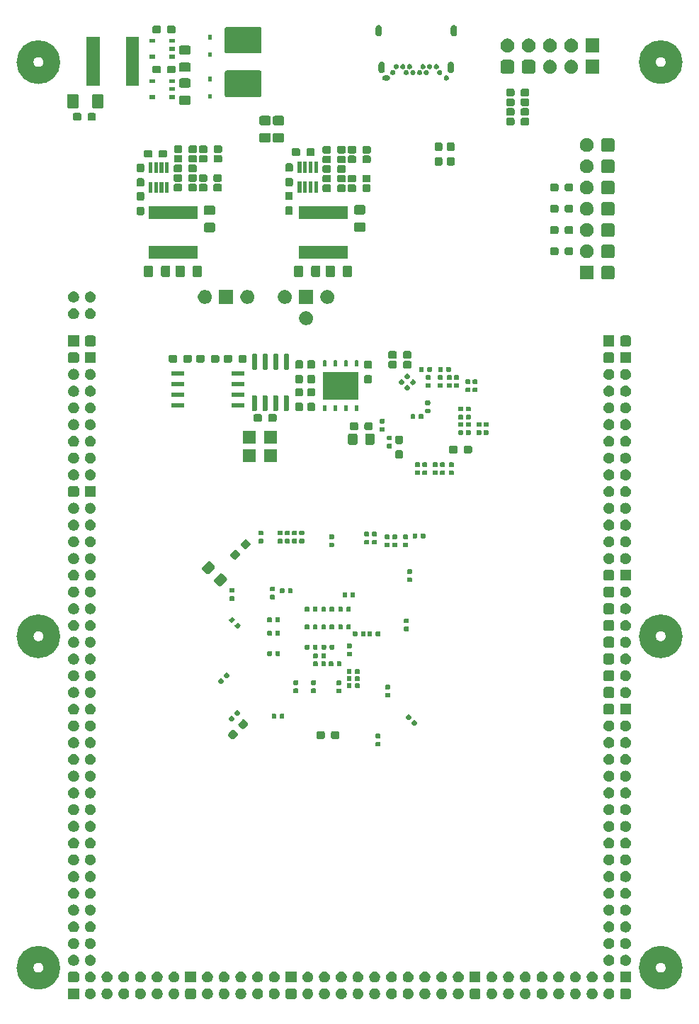
<source format=gbr>
G04 #@! TF.GenerationSoftware,KiCad,Pcbnew,(5.1.5)-3*
G04 #@! TF.CreationDate,2020-06-06T15:28:49+08:00*
G04 #@! TF.ProjectId,fpga_collector,66706761-5f63-46f6-9c6c-6563746f722e,rev?*
G04 #@! TF.SameCoordinates,PX2142678PY97284a0*
G04 #@! TF.FileFunction,Soldermask,Bot*
G04 #@! TF.FilePolarity,Negative*
%FSLAX46Y46*%
G04 Gerber Fmt 4.6, Leading zero omitted, Abs format (unit mm)*
G04 Created by KiCad (PCBNEW (5.1.5)-3) date 2020-06-06 15:28:49*
%MOMM*%
%LPD*%
G04 APERTURE LIST*
%ADD10C,2.000000*%
%ADD11C,0.100000*%
G04 APERTURE END LIST*
D10*
X1725000Y5100000D02*
G75*
G03X1725000Y5100000I-1600000J0D01*
G01*
X1725000Y44700000D02*
G75*
G03X1725000Y44700000I-1600000J0D01*
G01*
X1725000Y113300000D02*
G75*
G03X1725000Y113300000I-1600000J0D01*
G01*
X76125000Y113300000D02*
G75*
G03X76125000Y113300000I-1600000J0D01*
G01*
X76125000Y44700000D02*
G75*
G03X76125000Y44700000I-1600000J0D01*
G01*
X76125000Y5100000D02*
G75*
G03X76125000Y5100000I-1600000J0D01*
G01*
D11*
G36*
X70724650Y2646228D02*
G01*
X70783723Y2628309D01*
X70838155Y2599214D01*
X70885873Y2560053D01*
X70925034Y2512335D01*
X70954129Y2457903D01*
X70972048Y2398830D01*
X70978220Y2336168D01*
X70978220Y1658632D01*
X70972048Y1595970D01*
X70954129Y1536897D01*
X70925034Y1482465D01*
X70885873Y1434747D01*
X70838155Y1395586D01*
X70783723Y1366491D01*
X70724650Y1348572D01*
X70661988Y1342400D01*
X69984452Y1342400D01*
X69921790Y1348572D01*
X69862717Y1366491D01*
X69808285Y1395586D01*
X69760567Y1434747D01*
X69721406Y1482465D01*
X69692311Y1536897D01*
X69674392Y1595970D01*
X69668220Y1658632D01*
X69668220Y2336168D01*
X69674392Y2398830D01*
X69692311Y2457903D01*
X69721406Y2512335D01*
X69760567Y2560053D01*
X69808285Y2599214D01*
X69862717Y2628309D01*
X69921790Y2646228D01*
X69984452Y2652400D01*
X70661988Y2652400D01*
X70724650Y2646228D01*
G37*
G36*
X68472095Y2635619D02*
G01*
X68514277Y2627228D01*
X68573877Y2602541D01*
X68633479Y2577853D01*
X68740758Y2506172D01*
X68831992Y2414938D01*
X68903673Y2307659D01*
X68903673Y2307658D01*
X68952353Y2190136D01*
X68953048Y2188456D01*
X68978220Y2061912D01*
X68978220Y1932888D01*
X68953048Y1806344D01*
X68903673Y1687141D01*
X68831992Y1579862D01*
X68740758Y1488628D01*
X68633479Y1416947D01*
X68593033Y1400194D01*
X68514277Y1367572D01*
X68508842Y1366491D01*
X68387732Y1342400D01*
X68258708Y1342400D01*
X68137598Y1366491D01*
X68132163Y1367572D01*
X68053407Y1400194D01*
X68012961Y1416947D01*
X67905682Y1488628D01*
X67814448Y1579862D01*
X67742767Y1687141D01*
X67693392Y1806344D01*
X67668220Y1932888D01*
X67668220Y2061912D01*
X67693392Y2188456D01*
X67694088Y2190136D01*
X67742767Y2307658D01*
X67742767Y2307659D01*
X67814448Y2414938D01*
X67905682Y2506172D01*
X68012961Y2577853D01*
X68072563Y2602541D01*
X68132163Y2627228D01*
X68174345Y2635619D01*
X68258708Y2652400D01*
X68387732Y2652400D01*
X68472095Y2635619D01*
G37*
G36*
X4981900Y1344080D02*
G01*
X3671900Y1344080D01*
X3671900Y2654080D01*
X4981900Y2654080D01*
X4981900Y1344080D01*
G37*
G36*
X6475775Y2637299D02*
G01*
X6517957Y2628908D01*
X6577557Y2604221D01*
X6637159Y2579533D01*
X6744438Y2507852D01*
X6835672Y2416618D01*
X6907353Y2309339D01*
X6956728Y2190136D01*
X6981900Y2063592D01*
X6981900Y1934568D01*
X6965119Y1850205D01*
X6956728Y1808023D01*
X6956032Y1806343D01*
X6907353Y1688821D01*
X6835672Y1581542D01*
X6744438Y1490308D01*
X6637159Y1418627D01*
X6577558Y1393940D01*
X6517957Y1369252D01*
X6475775Y1360861D01*
X6391412Y1344080D01*
X6262388Y1344080D01*
X6178025Y1360861D01*
X6135843Y1369252D01*
X6076242Y1393940D01*
X6016641Y1418627D01*
X5909362Y1490308D01*
X5818128Y1581542D01*
X5746447Y1688821D01*
X5697768Y1806343D01*
X5697072Y1808023D01*
X5688681Y1850205D01*
X5671900Y1934568D01*
X5671900Y2063592D01*
X5697072Y2190136D01*
X5746447Y2309339D01*
X5818128Y2416618D01*
X5909362Y2507852D01*
X6016641Y2579533D01*
X6076243Y2604221D01*
X6135843Y2628908D01*
X6178025Y2637299D01*
X6262388Y2654080D01*
X6391412Y2654080D01*
X6475775Y2637299D01*
G37*
G36*
X16473875Y2638219D02*
G01*
X16516057Y2629828D01*
X16575658Y2605140D01*
X16635259Y2580453D01*
X16742538Y2508772D01*
X16833772Y2417538D01*
X16905453Y2310259D01*
X16954828Y2191056D01*
X16980000Y2064512D01*
X16980000Y1935488D01*
X16954828Y1808944D01*
X16905453Y1689741D01*
X16833772Y1582462D01*
X16742538Y1491228D01*
X16635259Y1419547D01*
X16588536Y1400194D01*
X16516057Y1370172D01*
X16473875Y1361781D01*
X16389512Y1345000D01*
X16260488Y1345000D01*
X16176125Y1361781D01*
X16133943Y1370172D01*
X16061464Y1400194D01*
X16014741Y1419547D01*
X15907462Y1491228D01*
X15816228Y1582462D01*
X15744547Y1689741D01*
X15695172Y1808944D01*
X15670000Y1935488D01*
X15670000Y2064512D01*
X15695172Y2191056D01*
X15744547Y2310259D01*
X15816228Y2417538D01*
X15907462Y2508772D01*
X16014741Y2580453D01*
X16074342Y2605140D01*
X16133943Y2629828D01*
X16176125Y2638219D01*
X16260488Y2655000D01*
X16389512Y2655000D01*
X16473875Y2638219D01*
G37*
G36*
X34473875Y2638219D02*
G01*
X34516057Y2629828D01*
X34575658Y2605140D01*
X34635259Y2580453D01*
X34742538Y2508772D01*
X34833772Y2417538D01*
X34905453Y2310259D01*
X34954828Y2191056D01*
X34980000Y2064512D01*
X34980000Y1935488D01*
X34954828Y1808944D01*
X34905453Y1689741D01*
X34833772Y1582462D01*
X34742538Y1491228D01*
X34635259Y1419547D01*
X34588536Y1400194D01*
X34516057Y1370172D01*
X34473875Y1361781D01*
X34389512Y1345000D01*
X34260488Y1345000D01*
X34176125Y1361781D01*
X34133943Y1370172D01*
X34061464Y1400194D01*
X34014741Y1419547D01*
X33907462Y1491228D01*
X33816228Y1582462D01*
X33744547Y1689741D01*
X33695172Y1808944D01*
X33670000Y1935488D01*
X33670000Y2064512D01*
X33695172Y2191056D01*
X33744547Y2310259D01*
X33816228Y2417538D01*
X33907462Y2508772D01*
X34014741Y2580453D01*
X34074342Y2605140D01*
X34133943Y2629828D01*
X34176125Y2638219D01*
X34260488Y2655000D01*
X34389512Y2655000D01*
X34473875Y2638219D01*
G37*
G36*
X66473875Y2638219D02*
G01*
X66516057Y2629828D01*
X66575658Y2605140D01*
X66635259Y2580453D01*
X66742538Y2508772D01*
X66833772Y2417538D01*
X66905453Y2310259D01*
X66954828Y2191056D01*
X66980000Y2064512D01*
X66980000Y1935488D01*
X66954828Y1808944D01*
X66905453Y1689741D01*
X66833772Y1582462D01*
X66742538Y1491228D01*
X66635259Y1419547D01*
X66588536Y1400194D01*
X66516057Y1370172D01*
X66473875Y1361781D01*
X66389512Y1345000D01*
X66260488Y1345000D01*
X66176125Y1361781D01*
X66133943Y1370172D01*
X66061464Y1400194D01*
X66014741Y1419547D01*
X65907462Y1491228D01*
X65816228Y1582462D01*
X65744547Y1689741D01*
X65695172Y1808944D01*
X65670000Y1935488D01*
X65670000Y2064512D01*
X65695172Y2191056D01*
X65744547Y2310259D01*
X65816228Y2417538D01*
X65907462Y2508772D01*
X66014741Y2580453D01*
X66074342Y2605140D01*
X66133943Y2629828D01*
X66176125Y2638219D01*
X66260488Y2655000D01*
X66389512Y2655000D01*
X66473875Y2638219D01*
G37*
G36*
X64473875Y2638219D02*
G01*
X64516057Y2629828D01*
X64575658Y2605140D01*
X64635259Y2580453D01*
X64742538Y2508772D01*
X64833772Y2417538D01*
X64905453Y2310259D01*
X64954828Y2191056D01*
X64980000Y2064512D01*
X64980000Y1935488D01*
X64954828Y1808944D01*
X64905453Y1689741D01*
X64833772Y1582462D01*
X64742538Y1491228D01*
X64635259Y1419547D01*
X64588536Y1400194D01*
X64516057Y1370172D01*
X64473875Y1361781D01*
X64389512Y1345000D01*
X64260488Y1345000D01*
X64176125Y1361781D01*
X64133943Y1370172D01*
X64061464Y1400194D01*
X64014741Y1419547D01*
X63907462Y1491228D01*
X63816228Y1582462D01*
X63744547Y1689741D01*
X63695172Y1808944D01*
X63670000Y1935488D01*
X63670000Y2064512D01*
X63695172Y2191056D01*
X63744547Y2310259D01*
X63816228Y2417538D01*
X63907462Y2508772D01*
X64014741Y2580453D01*
X64074342Y2605140D01*
X64133943Y2629828D01*
X64176125Y2638219D01*
X64260488Y2655000D01*
X64389512Y2655000D01*
X64473875Y2638219D01*
G37*
G36*
X62473875Y2638219D02*
G01*
X62516057Y2629828D01*
X62575658Y2605140D01*
X62635259Y2580453D01*
X62742538Y2508772D01*
X62833772Y2417538D01*
X62905453Y2310259D01*
X62954828Y2191056D01*
X62980000Y2064512D01*
X62980000Y1935488D01*
X62954828Y1808944D01*
X62905453Y1689741D01*
X62833772Y1582462D01*
X62742538Y1491228D01*
X62635259Y1419547D01*
X62588536Y1400194D01*
X62516057Y1370172D01*
X62473875Y1361781D01*
X62389512Y1345000D01*
X62260488Y1345000D01*
X62176125Y1361781D01*
X62133943Y1370172D01*
X62061464Y1400194D01*
X62014741Y1419547D01*
X61907462Y1491228D01*
X61816228Y1582462D01*
X61744547Y1689741D01*
X61695172Y1808944D01*
X61670000Y1935488D01*
X61670000Y2064512D01*
X61695172Y2191056D01*
X61744547Y2310259D01*
X61816228Y2417538D01*
X61907462Y2508772D01*
X62014741Y2580453D01*
X62074342Y2605140D01*
X62133943Y2629828D01*
X62176125Y2638219D01*
X62260488Y2655000D01*
X62389512Y2655000D01*
X62473875Y2638219D01*
G37*
G36*
X60473875Y2638219D02*
G01*
X60516057Y2629828D01*
X60575658Y2605140D01*
X60635259Y2580453D01*
X60742538Y2508772D01*
X60833772Y2417538D01*
X60905453Y2310259D01*
X60954828Y2191056D01*
X60980000Y2064512D01*
X60980000Y1935488D01*
X60954828Y1808944D01*
X60905453Y1689741D01*
X60833772Y1582462D01*
X60742538Y1491228D01*
X60635259Y1419547D01*
X60588536Y1400194D01*
X60516057Y1370172D01*
X60473875Y1361781D01*
X60389512Y1345000D01*
X60260488Y1345000D01*
X60176125Y1361781D01*
X60133943Y1370172D01*
X60061464Y1400194D01*
X60014741Y1419547D01*
X59907462Y1491228D01*
X59816228Y1582462D01*
X59744547Y1689741D01*
X59695172Y1808944D01*
X59670000Y1935488D01*
X59670000Y2064512D01*
X59695172Y2191056D01*
X59744547Y2310259D01*
X59816228Y2417538D01*
X59907462Y2508772D01*
X60014741Y2580453D01*
X60074342Y2605140D01*
X60133943Y2629828D01*
X60176125Y2638219D01*
X60260488Y2655000D01*
X60389512Y2655000D01*
X60473875Y2638219D01*
G37*
G36*
X58473875Y2638219D02*
G01*
X58516057Y2629828D01*
X58575658Y2605140D01*
X58635259Y2580453D01*
X58742538Y2508772D01*
X58833772Y2417538D01*
X58905453Y2310259D01*
X58954828Y2191056D01*
X58980000Y2064512D01*
X58980000Y1935488D01*
X58954828Y1808944D01*
X58905453Y1689741D01*
X58833772Y1582462D01*
X58742538Y1491228D01*
X58635259Y1419547D01*
X58588536Y1400194D01*
X58516057Y1370172D01*
X58473875Y1361781D01*
X58389512Y1345000D01*
X58260488Y1345000D01*
X58176125Y1361781D01*
X58133943Y1370172D01*
X58061464Y1400194D01*
X58014741Y1419547D01*
X57907462Y1491228D01*
X57816228Y1582462D01*
X57744547Y1689741D01*
X57695172Y1808944D01*
X57670000Y1935488D01*
X57670000Y2064512D01*
X57695172Y2191056D01*
X57744547Y2310259D01*
X57816228Y2417538D01*
X57907462Y2508772D01*
X58014741Y2580453D01*
X58074342Y2605140D01*
X58133943Y2629828D01*
X58176125Y2638219D01*
X58260488Y2655000D01*
X58389512Y2655000D01*
X58473875Y2638219D01*
G37*
G36*
X56473875Y2638219D02*
G01*
X56516057Y2629828D01*
X56575658Y2605140D01*
X56635259Y2580453D01*
X56742538Y2508772D01*
X56833772Y2417538D01*
X56905453Y2310259D01*
X56954828Y2191056D01*
X56980000Y2064512D01*
X56980000Y1935488D01*
X56954828Y1808944D01*
X56905453Y1689741D01*
X56833772Y1582462D01*
X56742538Y1491228D01*
X56635259Y1419547D01*
X56588536Y1400194D01*
X56516057Y1370172D01*
X56473875Y1361781D01*
X56389512Y1345000D01*
X56260488Y1345000D01*
X56176125Y1361781D01*
X56133943Y1370172D01*
X56061464Y1400194D01*
X56014741Y1419547D01*
X55907462Y1491228D01*
X55816228Y1582462D01*
X55744547Y1689741D01*
X55695172Y1808944D01*
X55670000Y1935488D01*
X55670000Y2064512D01*
X55695172Y2191056D01*
X55744547Y2310259D01*
X55816228Y2417538D01*
X55907462Y2508772D01*
X56014741Y2580453D01*
X56074342Y2605140D01*
X56133943Y2629828D01*
X56176125Y2638219D01*
X56260488Y2655000D01*
X56389512Y2655000D01*
X56473875Y2638219D01*
G37*
G36*
X54473875Y2638219D02*
G01*
X54516057Y2629828D01*
X54575658Y2605140D01*
X54635259Y2580453D01*
X54742538Y2508772D01*
X54833772Y2417538D01*
X54905453Y2310259D01*
X54954828Y2191056D01*
X54980000Y2064512D01*
X54980000Y1935488D01*
X54954828Y1808944D01*
X54905453Y1689741D01*
X54833772Y1582462D01*
X54742538Y1491228D01*
X54635259Y1419547D01*
X54588536Y1400194D01*
X54516057Y1370172D01*
X54473875Y1361781D01*
X54389512Y1345000D01*
X54260488Y1345000D01*
X54176125Y1361781D01*
X54133943Y1370172D01*
X54061464Y1400194D01*
X54014741Y1419547D01*
X53907462Y1491228D01*
X53816228Y1582462D01*
X53744547Y1689741D01*
X53695172Y1808944D01*
X53670000Y1935488D01*
X53670000Y2064512D01*
X53695172Y2191056D01*
X53744547Y2310259D01*
X53816228Y2417538D01*
X53907462Y2508772D01*
X54014741Y2580453D01*
X54074342Y2605140D01*
X54133943Y2629828D01*
X54176125Y2638219D01*
X54260488Y2655000D01*
X54389512Y2655000D01*
X54473875Y2638219D01*
G37*
G36*
X52726430Y2648828D02*
G01*
X52785503Y2630909D01*
X52839935Y2601814D01*
X52887653Y2562653D01*
X52926814Y2514935D01*
X52955909Y2460503D01*
X52973828Y2401430D01*
X52980000Y2338768D01*
X52980000Y1661232D01*
X52973828Y1598570D01*
X52955909Y1539497D01*
X52926814Y1485065D01*
X52887653Y1437347D01*
X52839935Y1398186D01*
X52785503Y1369091D01*
X52726430Y1351172D01*
X52663768Y1345000D01*
X51986232Y1345000D01*
X51923570Y1351172D01*
X51864497Y1369091D01*
X51810065Y1398186D01*
X51762347Y1437347D01*
X51723186Y1485065D01*
X51694091Y1539497D01*
X51676172Y1598570D01*
X51670000Y1661232D01*
X51670000Y2338768D01*
X51676172Y2401430D01*
X51694091Y2460503D01*
X51723186Y2514935D01*
X51762347Y2562653D01*
X51810065Y2601814D01*
X51864497Y2630909D01*
X51923570Y2648828D01*
X51986232Y2655000D01*
X52663768Y2655000D01*
X52726430Y2648828D01*
G37*
G36*
X50473875Y2638219D02*
G01*
X50516057Y2629828D01*
X50575658Y2605140D01*
X50635259Y2580453D01*
X50742538Y2508772D01*
X50833772Y2417538D01*
X50905453Y2310259D01*
X50954828Y2191056D01*
X50980000Y2064512D01*
X50980000Y1935488D01*
X50954828Y1808944D01*
X50905453Y1689741D01*
X50833772Y1582462D01*
X50742538Y1491228D01*
X50635259Y1419547D01*
X50588536Y1400194D01*
X50516057Y1370172D01*
X50473875Y1361781D01*
X50389512Y1345000D01*
X50260488Y1345000D01*
X50176125Y1361781D01*
X50133943Y1370172D01*
X50061464Y1400194D01*
X50014741Y1419547D01*
X49907462Y1491228D01*
X49816228Y1582462D01*
X49744547Y1689741D01*
X49695172Y1808944D01*
X49670000Y1935488D01*
X49670000Y2064512D01*
X49695172Y2191056D01*
X49744547Y2310259D01*
X49816228Y2417538D01*
X49907462Y2508772D01*
X50014741Y2580453D01*
X50074342Y2605140D01*
X50133943Y2629828D01*
X50176125Y2638219D01*
X50260488Y2655000D01*
X50389512Y2655000D01*
X50473875Y2638219D01*
G37*
G36*
X48473875Y2638219D02*
G01*
X48516057Y2629828D01*
X48575658Y2605140D01*
X48635259Y2580453D01*
X48742538Y2508772D01*
X48833772Y2417538D01*
X48905453Y2310259D01*
X48954828Y2191056D01*
X48980000Y2064512D01*
X48980000Y1935488D01*
X48954828Y1808944D01*
X48905453Y1689741D01*
X48833772Y1582462D01*
X48742538Y1491228D01*
X48635259Y1419547D01*
X48588536Y1400194D01*
X48516057Y1370172D01*
X48473875Y1361781D01*
X48389512Y1345000D01*
X48260488Y1345000D01*
X48176125Y1361781D01*
X48133943Y1370172D01*
X48061464Y1400194D01*
X48014741Y1419547D01*
X47907462Y1491228D01*
X47816228Y1582462D01*
X47744547Y1689741D01*
X47695172Y1808944D01*
X47670000Y1935488D01*
X47670000Y2064512D01*
X47695172Y2191056D01*
X47744547Y2310259D01*
X47816228Y2417538D01*
X47907462Y2508772D01*
X48014741Y2580453D01*
X48074342Y2605140D01*
X48133943Y2629828D01*
X48176125Y2638219D01*
X48260488Y2655000D01*
X48389512Y2655000D01*
X48473875Y2638219D01*
G37*
G36*
X46473875Y2638219D02*
G01*
X46516057Y2629828D01*
X46575658Y2605140D01*
X46635259Y2580453D01*
X46742538Y2508772D01*
X46833772Y2417538D01*
X46905453Y2310259D01*
X46954828Y2191056D01*
X46980000Y2064512D01*
X46980000Y1935488D01*
X46954828Y1808944D01*
X46905453Y1689741D01*
X46833772Y1582462D01*
X46742538Y1491228D01*
X46635259Y1419547D01*
X46588536Y1400194D01*
X46516057Y1370172D01*
X46473875Y1361781D01*
X46389512Y1345000D01*
X46260488Y1345000D01*
X46176125Y1361781D01*
X46133943Y1370172D01*
X46061464Y1400194D01*
X46014741Y1419547D01*
X45907462Y1491228D01*
X45816228Y1582462D01*
X45744547Y1689741D01*
X45695172Y1808944D01*
X45670000Y1935488D01*
X45670000Y2064512D01*
X45695172Y2191056D01*
X45744547Y2310259D01*
X45816228Y2417538D01*
X45907462Y2508772D01*
X46014741Y2580453D01*
X46074342Y2605140D01*
X46133943Y2629828D01*
X46176125Y2638219D01*
X46260488Y2655000D01*
X46389512Y2655000D01*
X46473875Y2638219D01*
G37*
G36*
X44473875Y2638219D02*
G01*
X44516057Y2629828D01*
X44575658Y2605140D01*
X44635259Y2580453D01*
X44742538Y2508772D01*
X44833772Y2417538D01*
X44905453Y2310259D01*
X44954828Y2191056D01*
X44980000Y2064512D01*
X44980000Y1935488D01*
X44954828Y1808944D01*
X44905453Y1689741D01*
X44833772Y1582462D01*
X44742538Y1491228D01*
X44635259Y1419547D01*
X44588536Y1400194D01*
X44516057Y1370172D01*
X44473875Y1361781D01*
X44389512Y1345000D01*
X44260488Y1345000D01*
X44176125Y1361781D01*
X44133943Y1370172D01*
X44061464Y1400194D01*
X44014741Y1419547D01*
X43907462Y1491228D01*
X43816228Y1582462D01*
X43744547Y1689741D01*
X43695172Y1808944D01*
X43670000Y1935488D01*
X43670000Y2064512D01*
X43695172Y2191056D01*
X43744547Y2310259D01*
X43816228Y2417538D01*
X43907462Y2508772D01*
X44014741Y2580453D01*
X44074342Y2605140D01*
X44133943Y2629828D01*
X44176125Y2638219D01*
X44260488Y2655000D01*
X44389512Y2655000D01*
X44473875Y2638219D01*
G37*
G36*
X42473875Y2638219D02*
G01*
X42516057Y2629828D01*
X42575658Y2605140D01*
X42635259Y2580453D01*
X42742538Y2508772D01*
X42833772Y2417538D01*
X42905453Y2310259D01*
X42954828Y2191056D01*
X42980000Y2064512D01*
X42980000Y1935488D01*
X42954828Y1808944D01*
X42905453Y1689741D01*
X42833772Y1582462D01*
X42742538Y1491228D01*
X42635259Y1419547D01*
X42588536Y1400194D01*
X42516057Y1370172D01*
X42473875Y1361781D01*
X42389512Y1345000D01*
X42260488Y1345000D01*
X42176125Y1361781D01*
X42133943Y1370172D01*
X42061464Y1400194D01*
X42014741Y1419547D01*
X41907462Y1491228D01*
X41816228Y1582462D01*
X41744547Y1689741D01*
X41695172Y1808944D01*
X41670000Y1935488D01*
X41670000Y2064512D01*
X41695172Y2191056D01*
X41744547Y2310259D01*
X41816228Y2417538D01*
X41907462Y2508772D01*
X42014741Y2580453D01*
X42074342Y2605140D01*
X42133943Y2629828D01*
X42176125Y2638219D01*
X42260488Y2655000D01*
X42389512Y2655000D01*
X42473875Y2638219D01*
G37*
G36*
X40473875Y2638219D02*
G01*
X40516057Y2629828D01*
X40575658Y2605140D01*
X40635259Y2580453D01*
X40742538Y2508772D01*
X40833772Y2417538D01*
X40905453Y2310259D01*
X40954828Y2191056D01*
X40980000Y2064512D01*
X40980000Y1935488D01*
X40954828Y1808944D01*
X40905453Y1689741D01*
X40833772Y1582462D01*
X40742538Y1491228D01*
X40635259Y1419547D01*
X40588536Y1400194D01*
X40516057Y1370172D01*
X40473875Y1361781D01*
X40389512Y1345000D01*
X40260488Y1345000D01*
X40176125Y1361781D01*
X40133943Y1370172D01*
X40061464Y1400194D01*
X40014741Y1419547D01*
X39907462Y1491228D01*
X39816228Y1582462D01*
X39744547Y1689741D01*
X39695172Y1808944D01*
X39670000Y1935488D01*
X39670000Y2064512D01*
X39695172Y2191056D01*
X39744547Y2310259D01*
X39816228Y2417538D01*
X39907462Y2508772D01*
X40014741Y2580453D01*
X40074342Y2605140D01*
X40133943Y2629828D01*
X40176125Y2638219D01*
X40260488Y2655000D01*
X40389512Y2655000D01*
X40473875Y2638219D01*
G37*
G36*
X20473875Y2638219D02*
G01*
X20516057Y2629828D01*
X20575658Y2605140D01*
X20635259Y2580453D01*
X20742538Y2508772D01*
X20833772Y2417538D01*
X20905453Y2310259D01*
X20954828Y2191056D01*
X20980000Y2064512D01*
X20980000Y1935488D01*
X20954828Y1808944D01*
X20905453Y1689741D01*
X20833772Y1582462D01*
X20742538Y1491228D01*
X20635259Y1419547D01*
X20588536Y1400194D01*
X20516057Y1370172D01*
X20473875Y1361781D01*
X20389512Y1345000D01*
X20260488Y1345000D01*
X20176125Y1361781D01*
X20133943Y1370172D01*
X20061464Y1400194D01*
X20014741Y1419547D01*
X19907462Y1491228D01*
X19816228Y1582462D01*
X19744547Y1689741D01*
X19695172Y1808944D01*
X19670000Y1935488D01*
X19670000Y2064512D01*
X19695172Y2191056D01*
X19744547Y2310259D01*
X19816228Y2417538D01*
X19907462Y2508772D01*
X20014741Y2580453D01*
X20074342Y2605140D01*
X20133943Y2629828D01*
X20176125Y2638219D01*
X20260488Y2655000D01*
X20389512Y2655000D01*
X20473875Y2638219D01*
G37*
G36*
X38473875Y2638219D02*
G01*
X38516057Y2629828D01*
X38575658Y2605140D01*
X38635259Y2580453D01*
X38742538Y2508772D01*
X38833772Y2417538D01*
X38905453Y2310259D01*
X38954828Y2191056D01*
X38980000Y2064512D01*
X38980000Y1935488D01*
X38954828Y1808944D01*
X38905453Y1689741D01*
X38833772Y1582462D01*
X38742538Y1491228D01*
X38635259Y1419547D01*
X38588536Y1400194D01*
X38516057Y1370172D01*
X38473875Y1361781D01*
X38389512Y1345000D01*
X38260488Y1345000D01*
X38176125Y1361781D01*
X38133943Y1370172D01*
X38061464Y1400194D01*
X38014741Y1419547D01*
X37907462Y1491228D01*
X37816228Y1582462D01*
X37744547Y1689741D01*
X37695172Y1808944D01*
X37670000Y1935488D01*
X37670000Y2064512D01*
X37695172Y2191056D01*
X37744547Y2310259D01*
X37816228Y2417538D01*
X37907462Y2508772D01*
X38014741Y2580453D01*
X38074342Y2605140D01*
X38133943Y2629828D01*
X38176125Y2638219D01*
X38260488Y2655000D01*
X38389512Y2655000D01*
X38473875Y2638219D01*
G37*
G36*
X32473875Y2638219D02*
G01*
X32516057Y2629828D01*
X32575658Y2605140D01*
X32635259Y2580453D01*
X32742538Y2508772D01*
X32833772Y2417538D01*
X32905453Y2310259D01*
X32954828Y2191056D01*
X32980000Y2064512D01*
X32980000Y1935488D01*
X32954828Y1808944D01*
X32905453Y1689741D01*
X32833772Y1582462D01*
X32742538Y1491228D01*
X32635259Y1419547D01*
X32588536Y1400194D01*
X32516057Y1370172D01*
X32473875Y1361781D01*
X32389512Y1345000D01*
X32260488Y1345000D01*
X32176125Y1361781D01*
X32133943Y1370172D01*
X32061464Y1400194D01*
X32014741Y1419547D01*
X31907462Y1491228D01*
X31816228Y1582462D01*
X31744547Y1689741D01*
X31695172Y1808944D01*
X31670000Y1935488D01*
X31670000Y2064512D01*
X31695172Y2191056D01*
X31744547Y2310259D01*
X31816228Y2417538D01*
X31907462Y2508772D01*
X32014741Y2580453D01*
X32074342Y2605140D01*
X32133943Y2629828D01*
X32176125Y2638219D01*
X32260488Y2655000D01*
X32389512Y2655000D01*
X32473875Y2638219D01*
G37*
G36*
X30726430Y2648828D02*
G01*
X30785503Y2630909D01*
X30839935Y2601814D01*
X30887653Y2562653D01*
X30926814Y2514935D01*
X30955909Y2460503D01*
X30973828Y2401430D01*
X30980000Y2338768D01*
X30980000Y1661232D01*
X30973828Y1598570D01*
X30955909Y1539497D01*
X30926814Y1485065D01*
X30887653Y1437347D01*
X30839935Y1398186D01*
X30785503Y1369091D01*
X30726430Y1351172D01*
X30663768Y1345000D01*
X29986232Y1345000D01*
X29923570Y1351172D01*
X29864497Y1369091D01*
X29810065Y1398186D01*
X29762347Y1437347D01*
X29723186Y1485065D01*
X29694091Y1539497D01*
X29676172Y1598570D01*
X29670000Y1661232D01*
X29670000Y2338768D01*
X29676172Y2401430D01*
X29694091Y2460503D01*
X29723186Y2514935D01*
X29762347Y2562653D01*
X29810065Y2601814D01*
X29864497Y2630909D01*
X29923570Y2648828D01*
X29986232Y2655000D01*
X30663768Y2655000D01*
X30726430Y2648828D01*
G37*
G36*
X28473875Y2638219D02*
G01*
X28516057Y2629828D01*
X28575658Y2605140D01*
X28635259Y2580453D01*
X28742538Y2508772D01*
X28833772Y2417538D01*
X28905453Y2310259D01*
X28954828Y2191056D01*
X28980000Y2064512D01*
X28980000Y1935488D01*
X28954828Y1808944D01*
X28905453Y1689741D01*
X28833772Y1582462D01*
X28742538Y1491228D01*
X28635259Y1419547D01*
X28588536Y1400194D01*
X28516057Y1370172D01*
X28473875Y1361781D01*
X28389512Y1345000D01*
X28260488Y1345000D01*
X28176125Y1361781D01*
X28133943Y1370172D01*
X28061464Y1400194D01*
X28014741Y1419547D01*
X27907462Y1491228D01*
X27816228Y1582462D01*
X27744547Y1689741D01*
X27695172Y1808944D01*
X27670000Y1935488D01*
X27670000Y2064512D01*
X27695172Y2191056D01*
X27744547Y2310259D01*
X27816228Y2417538D01*
X27907462Y2508772D01*
X28014741Y2580453D01*
X28074342Y2605140D01*
X28133943Y2629828D01*
X28176125Y2638219D01*
X28260488Y2655000D01*
X28389512Y2655000D01*
X28473875Y2638219D01*
G37*
G36*
X26473875Y2638219D02*
G01*
X26516057Y2629828D01*
X26575658Y2605140D01*
X26635259Y2580453D01*
X26742538Y2508772D01*
X26833772Y2417538D01*
X26905453Y2310259D01*
X26954828Y2191056D01*
X26980000Y2064512D01*
X26980000Y1935488D01*
X26954828Y1808944D01*
X26905453Y1689741D01*
X26833772Y1582462D01*
X26742538Y1491228D01*
X26635259Y1419547D01*
X26588536Y1400194D01*
X26516057Y1370172D01*
X26473875Y1361781D01*
X26389512Y1345000D01*
X26260488Y1345000D01*
X26176125Y1361781D01*
X26133943Y1370172D01*
X26061464Y1400194D01*
X26014741Y1419547D01*
X25907462Y1491228D01*
X25816228Y1582462D01*
X25744547Y1689741D01*
X25695172Y1808944D01*
X25670000Y1935488D01*
X25670000Y2064512D01*
X25695172Y2191056D01*
X25744547Y2310259D01*
X25816228Y2417538D01*
X25907462Y2508772D01*
X26014741Y2580453D01*
X26074342Y2605140D01*
X26133943Y2629828D01*
X26176125Y2638219D01*
X26260488Y2655000D01*
X26389512Y2655000D01*
X26473875Y2638219D01*
G37*
G36*
X22473875Y2638219D02*
G01*
X22516057Y2629828D01*
X22575658Y2605140D01*
X22635259Y2580453D01*
X22742538Y2508772D01*
X22833772Y2417538D01*
X22905453Y2310259D01*
X22954828Y2191056D01*
X22980000Y2064512D01*
X22980000Y1935488D01*
X22954828Y1808944D01*
X22905453Y1689741D01*
X22833772Y1582462D01*
X22742538Y1491228D01*
X22635259Y1419547D01*
X22588536Y1400194D01*
X22516057Y1370172D01*
X22473875Y1361781D01*
X22389512Y1345000D01*
X22260488Y1345000D01*
X22176125Y1361781D01*
X22133943Y1370172D01*
X22061464Y1400194D01*
X22014741Y1419547D01*
X21907462Y1491228D01*
X21816228Y1582462D01*
X21744547Y1689741D01*
X21695172Y1808944D01*
X21670000Y1935488D01*
X21670000Y2064512D01*
X21695172Y2191056D01*
X21744547Y2310259D01*
X21816228Y2417538D01*
X21907462Y2508772D01*
X22014741Y2580453D01*
X22074342Y2605140D01*
X22133943Y2629828D01*
X22176125Y2638219D01*
X22260488Y2655000D01*
X22389512Y2655000D01*
X22473875Y2638219D01*
G37*
G36*
X18726430Y2648828D02*
G01*
X18785503Y2630909D01*
X18839935Y2601814D01*
X18887653Y2562653D01*
X18926814Y2514935D01*
X18955909Y2460503D01*
X18973828Y2401430D01*
X18980000Y2338768D01*
X18980000Y1661232D01*
X18973828Y1598570D01*
X18955909Y1539497D01*
X18926814Y1485065D01*
X18887653Y1437347D01*
X18839935Y1398186D01*
X18785503Y1369091D01*
X18726430Y1351172D01*
X18663768Y1345000D01*
X17986232Y1345000D01*
X17923570Y1351172D01*
X17864497Y1369091D01*
X17810065Y1398186D01*
X17762347Y1437347D01*
X17723186Y1485065D01*
X17694091Y1539497D01*
X17676172Y1598570D01*
X17670000Y1661232D01*
X17670000Y2338768D01*
X17676172Y2401430D01*
X17694091Y2460503D01*
X17723186Y2514935D01*
X17762347Y2562653D01*
X17810065Y2601814D01*
X17864497Y2630909D01*
X17923570Y2648828D01*
X17986232Y2655000D01*
X18663768Y2655000D01*
X18726430Y2648828D01*
G37*
G36*
X8473875Y2638219D02*
G01*
X8516057Y2629828D01*
X8575658Y2605140D01*
X8635259Y2580453D01*
X8742538Y2508772D01*
X8833772Y2417538D01*
X8905453Y2310259D01*
X8954828Y2191056D01*
X8980000Y2064512D01*
X8980000Y1935488D01*
X8954828Y1808944D01*
X8905453Y1689741D01*
X8833772Y1582462D01*
X8742538Y1491228D01*
X8635259Y1419547D01*
X8588536Y1400194D01*
X8516057Y1370172D01*
X8473875Y1361781D01*
X8389512Y1345000D01*
X8260488Y1345000D01*
X8176125Y1361781D01*
X8133943Y1370172D01*
X8061464Y1400194D01*
X8014741Y1419547D01*
X7907462Y1491228D01*
X7816228Y1582462D01*
X7744547Y1689741D01*
X7695172Y1808944D01*
X7670000Y1935488D01*
X7670000Y2064512D01*
X7695172Y2191056D01*
X7744547Y2310259D01*
X7816228Y2417538D01*
X7907462Y2508772D01*
X8014741Y2580453D01*
X8074342Y2605140D01*
X8133943Y2629828D01*
X8176125Y2638219D01*
X8260488Y2655000D01*
X8389512Y2655000D01*
X8473875Y2638219D01*
G37*
G36*
X10473875Y2638219D02*
G01*
X10516057Y2629828D01*
X10575658Y2605140D01*
X10635259Y2580453D01*
X10742538Y2508772D01*
X10833772Y2417538D01*
X10905453Y2310259D01*
X10954828Y2191056D01*
X10980000Y2064512D01*
X10980000Y1935488D01*
X10954828Y1808944D01*
X10905453Y1689741D01*
X10833772Y1582462D01*
X10742538Y1491228D01*
X10635259Y1419547D01*
X10588536Y1400194D01*
X10516057Y1370172D01*
X10473875Y1361781D01*
X10389512Y1345000D01*
X10260488Y1345000D01*
X10176125Y1361781D01*
X10133943Y1370172D01*
X10061464Y1400194D01*
X10014741Y1419547D01*
X9907462Y1491228D01*
X9816228Y1582462D01*
X9744547Y1689741D01*
X9695172Y1808944D01*
X9670000Y1935488D01*
X9670000Y2064512D01*
X9695172Y2191056D01*
X9744547Y2310259D01*
X9816228Y2417538D01*
X9907462Y2508772D01*
X10014741Y2580453D01*
X10074342Y2605140D01*
X10133943Y2629828D01*
X10176125Y2638219D01*
X10260488Y2655000D01*
X10389512Y2655000D01*
X10473875Y2638219D01*
G37*
G36*
X12473875Y2638219D02*
G01*
X12516057Y2629828D01*
X12575658Y2605140D01*
X12635259Y2580453D01*
X12742538Y2508772D01*
X12833772Y2417538D01*
X12905453Y2310259D01*
X12954828Y2191056D01*
X12980000Y2064512D01*
X12980000Y1935488D01*
X12954828Y1808944D01*
X12905453Y1689741D01*
X12833772Y1582462D01*
X12742538Y1491228D01*
X12635259Y1419547D01*
X12588536Y1400194D01*
X12516057Y1370172D01*
X12473875Y1361781D01*
X12389512Y1345000D01*
X12260488Y1345000D01*
X12176125Y1361781D01*
X12133943Y1370172D01*
X12061464Y1400194D01*
X12014741Y1419547D01*
X11907462Y1491228D01*
X11816228Y1582462D01*
X11744547Y1689741D01*
X11695172Y1808944D01*
X11670000Y1935488D01*
X11670000Y2064512D01*
X11695172Y2191056D01*
X11744547Y2310259D01*
X11816228Y2417538D01*
X11907462Y2508772D01*
X12014741Y2580453D01*
X12074342Y2605140D01*
X12133943Y2629828D01*
X12176125Y2638219D01*
X12260488Y2655000D01*
X12389512Y2655000D01*
X12473875Y2638219D01*
G37*
G36*
X14473875Y2638219D02*
G01*
X14516057Y2629828D01*
X14575658Y2605140D01*
X14635259Y2580453D01*
X14742538Y2508772D01*
X14833772Y2417538D01*
X14905453Y2310259D01*
X14954828Y2191056D01*
X14980000Y2064512D01*
X14980000Y1935488D01*
X14954828Y1808944D01*
X14905453Y1689741D01*
X14833772Y1582462D01*
X14742538Y1491228D01*
X14635259Y1419547D01*
X14588536Y1400194D01*
X14516057Y1370172D01*
X14473875Y1361781D01*
X14389512Y1345000D01*
X14260488Y1345000D01*
X14176125Y1361781D01*
X14133943Y1370172D01*
X14061464Y1400194D01*
X14014741Y1419547D01*
X13907462Y1491228D01*
X13816228Y1582462D01*
X13744547Y1689741D01*
X13695172Y1808944D01*
X13670000Y1935488D01*
X13670000Y2064512D01*
X13695172Y2191056D01*
X13744547Y2310259D01*
X13816228Y2417538D01*
X13907462Y2508772D01*
X14014741Y2580453D01*
X14074342Y2605140D01*
X14133943Y2629828D01*
X14176125Y2638219D01*
X14260488Y2655000D01*
X14389512Y2655000D01*
X14473875Y2638219D01*
G37*
G36*
X24473875Y2638219D02*
G01*
X24516057Y2629828D01*
X24575658Y2605140D01*
X24635259Y2580453D01*
X24742538Y2508772D01*
X24833772Y2417538D01*
X24905453Y2310259D01*
X24954828Y2191056D01*
X24980000Y2064512D01*
X24980000Y1935488D01*
X24954828Y1808944D01*
X24905453Y1689741D01*
X24833772Y1582462D01*
X24742538Y1491228D01*
X24635259Y1419547D01*
X24588536Y1400194D01*
X24516057Y1370172D01*
X24473875Y1361781D01*
X24389512Y1345000D01*
X24260488Y1345000D01*
X24176125Y1361781D01*
X24133943Y1370172D01*
X24061464Y1400194D01*
X24014741Y1419547D01*
X23907462Y1491228D01*
X23816228Y1582462D01*
X23744547Y1689741D01*
X23695172Y1808944D01*
X23670000Y1935488D01*
X23670000Y2064512D01*
X23695172Y2191056D01*
X23744547Y2310259D01*
X23816228Y2417538D01*
X23907462Y2508772D01*
X24014741Y2580453D01*
X24074342Y2605140D01*
X24133943Y2629828D01*
X24176125Y2638219D01*
X24260488Y2655000D01*
X24389512Y2655000D01*
X24473875Y2638219D01*
G37*
G36*
X36473875Y2638219D02*
G01*
X36516057Y2629828D01*
X36575658Y2605140D01*
X36635259Y2580453D01*
X36742538Y2508772D01*
X36833772Y2417538D01*
X36905453Y2310259D01*
X36954828Y2191056D01*
X36980000Y2064512D01*
X36980000Y1935488D01*
X36954828Y1808944D01*
X36905453Y1689741D01*
X36833772Y1582462D01*
X36742538Y1491228D01*
X36635259Y1419547D01*
X36588536Y1400194D01*
X36516057Y1370172D01*
X36473875Y1361781D01*
X36389512Y1345000D01*
X36260488Y1345000D01*
X36176125Y1361781D01*
X36133943Y1370172D01*
X36061464Y1400194D01*
X36014741Y1419547D01*
X35907462Y1491228D01*
X35816228Y1582462D01*
X35744547Y1689741D01*
X35695172Y1808944D01*
X35670000Y1935488D01*
X35670000Y2064512D01*
X35695172Y2191056D01*
X35744547Y2310259D01*
X35816228Y2417538D01*
X35907462Y2508772D01*
X36014741Y2580453D01*
X36074342Y2605140D01*
X36133943Y2629828D01*
X36176125Y2638219D01*
X36260488Y2655000D01*
X36389512Y2655000D01*
X36473875Y2638219D01*
G37*
G36*
X68472095Y4635619D02*
G01*
X68514277Y4627228D01*
X68573878Y4602540D01*
X68633479Y4577853D01*
X68740758Y4506172D01*
X68831992Y4414938D01*
X68903673Y4307659D01*
X68903673Y4307658D01*
X68952353Y4190136D01*
X68953048Y4188456D01*
X68978220Y4061912D01*
X68978220Y3932888D01*
X68953048Y3806344D01*
X68903673Y3687141D01*
X68831992Y3579862D01*
X68740758Y3488628D01*
X68633479Y3416947D01*
X68590812Y3399274D01*
X68514277Y3367572D01*
X68472095Y3359181D01*
X68387732Y3342400D01*
X68258708Y3342400D01*
X68174345Y3359181D01*
X68132163Y3367572D01*
X68055628Y3399274D01*
X68012961Y3416947D01*
X67905682Y3488628D01*
X67814448Y3579862D01*
X67742767Y3687141D01*
X67693392Y3806344D01*
X67668220Y3932888D01*
X67668220Y4061912D01*
X67693392Y4188456D01*
X67694088Y4190136D01*
X67742767Y4307658D01*
X67742767Y4307659D01*
X67814448Y4414938D01*
X67905682Y4506172D01*
X68012961Y4577853D01*
X68072562Y4602540D01*
X68132163Y4627228D01*
X68174345Y4635619D01*
X68258708Y4652400D01*
X68387732Y4652400D01*
X68472095Y4635619D01*
G37*
G36*
X70978220Y3342400D02*
G01*
X69668220Y3342400D01*
X69668220Y4652400D01*
X70978220Y4652400D01*
X70978220Y3342400D01*
G37*
G36*
X4728330Y4647908D02*
G01*
X4787403Y4629989D01*
X4841835Y4600894D01*
X4889553Y4561733D01*
X4928714Y4514015D01*
X4957809Y4459583D01*
X4975728Y4400510D01*
X4981900Y4337848D01*
X4981900Y3660312D01*
X4975728Y3597650D01*
X4957809Y3538577D01*
X4928714Y3484145D01*
X4889553Y3436427D01*
X4841835Y3397266D01*
X4787403Y3368171D01*
X4728330Y3350252D01*
X4665668Y3344080D01*
X3988132Y3344080D01*
X3925470Y3350252D01*
X3866397Y3368171D01*
X3811965Y3397266D01*
X3764247Y3436427D01*
X3725086Y3484145D01*
X3695991Y3538577D01*
X3678072Y3597650D01*
X3671900Y3660312D01*
X3671900Y4337848D01*
X3678072Y4400510D01*
X3695991Y4459583D01*
X3725086Y4514015D01*
X3764247Y4561733D01*
X3811965Y4600894D01*
X3866397Y4629989D01*
X3925470Y4647908D01*
X3988132Y4654080D01*
X4665668Y4654080D01*
X4728330Y4647908D01*
G37*
G36*
X6475775Y4637299D02*
G01*
X6517957Y4628908D01*
X6577558Y4604220D01*
X6637159Y4579533D01*
X6744438Y4507852D01*
X6835672Y4416618D01*
X6907353Y4309339D01*
X6956728Y4190136D01*
X6981900Y4063592D01*
X6981900Y3934568D01*
X6965119Y3850205D01*
X6956728Y3808023D01*
X6956032Y3806343D01*
X6907353Y3688821D01*
X6835672Y3581542D01*
X6744438Y3490308D01*
X6637159Y3418627D01*
X6590436Y3399274D01*
X6517957Y3369252D01*
X6475775Y3360861D01*
X6391412Y3344080D01*
X6262388Y3344080D01*
X6178025Y3360861D01*
X6135843Y3369252D01*
X6063364Y3399274D01*
X6016641Y3418627D01*
X5909362Y3490308D01*
X5818128Y3581542D01*
X5746447Y3688821D01*
X5697768Y3806343D01*
X5697072Y3808023D01*
X5688681Y3850205D01*
X5671900Y3934568D01*
X5671900Y4063592D01*
X5697072Y4190136D01*
X5746447Y4309339D01*
X5818128Y4416618D01*
X5909362Y4507852D01*
X6016641Y4579533D01*
X6076242Y4604220D01*
X6135843Y4628908D01*
X6178025Y4637299D01*
X6262388Y4654080D01*
X6391412Y4654080D01*
X6475775Y4637299D01*
G37*
G36*
X48473875Y4638219D02*
G01*
X48516057Y4629828D01*
X48575657Y4605141D01*
X48635259Y4580453D01*
X48742538Y4508772D01*
X48833772Y4417538D01*
X48905453Y4310259D01*
X48954828Y4191056D01*
X48980000Y4064512D01*
X48980000Y3935488D01*
X48954828Y3808944D01*
X48905453Y3689741D01*
X48833772Y3582462D01*
X48742538Y3491228D01*
X48635259Y3419547D01*
X48586315Y3399274D01*
X48516057Y3370172D01*
X48473875Y3361781D01*
X48389512Y3345000D01*
X48260488Y3345000D01*
X48176125Y3361781D01*
X48133943Y3370172D01*
X48063685Y3399274D01*
X48014741Y3419547D01*
X47907462Y3491228D01*
X47816228Y3582462D01*
X47744547Y3689741D01*
X47695172Y3808944D01*
X47670000Y3935488D01*
X47670000Y4064512D01*
X47695172Y4191056D01*
X47744547Y4310259D01*
X47816228Y4417538D01*
X47907462Y4508772D01*
X48014741Y4580453D01*
X48074343Y4605141D01*
X48133943Y4629828D01*
X48176125Y4638219D01*
X48260488Y4655000D01*
X48389512Y4655000D01*
X48473875Y4638219D01*
G37*
G36*
X46473875Y4638219D02*
G01*
X46516057Y4629828D01*
X46575657Y4605141D01*
X46635259Y4580453D01*
X46742538Y4508772D01*
X46833772Y4417538D01*
X46905453Y4310259D01*
X46954828Y4191056D01*
X46980000Y4064512D01*
X46980000Y3935488D01*
X46954828Y3808944D01*
X46905453Y3689741D01*
X46833772Y3582462D01*
X46742538Y3491228D01*
X46635259Y3419547D01*
X46586315Y3399274D01*
X46516057Y3370172D01*
X46473875Y3361781D01*
X46389512Y3345000D01*
X46260488Y3345000D01*
X46176125Y3361781D01*
X46133943Y3370172D01*
X46063685Y3399274D01*
X46014741Y3419547D01*
X45907462Y3491228D01*
X45816228Y3582462D01*
X45744547Y3689741D01*
X45695172Y3808944D01*
X45670000Y3935488D01*
X45670000Y4064512D01*
X45695172Y4191056D01*
X45744547Y4310259D01*
X45816228Y4417538D01*
X45907462Y4508772D01*
X46014741Y4580453D01*
X46074343Y4605141D01*
X46133943Y4629828D01*
X46176125Y4638219D01*
X46260488Y4655000D01*
X46389512Y4655000D01*
X46473875Y4638219D01*
G37*
G36*
X44473875Y4638219D02*
G01*
X44516057Y4629828D01*
X44575657Y4605141D01*
X44635259Y4580453D01*
X44742538Y4508772D01*
X44833772Y4417538D01*
X44905453Y4310259D01*
X44954828Y4191056D01*
X44980000Y4064512D01*
X44980000Y3935488D01*
X44954828Y3808944D01*
X44905453Y3689741D01*
X44833772Y3582462D01*
X44742538Y3491228D01*
X44635259Y3419547D01*
X44586315Y3399274D01*
X44516057Y3370172D01*
X44473875Y3361781D01*
X44389512Y3345000D01*
X44260488Y3345000D01*
X44176125Y3361781D01*
X44133943Y3370172D01*
X44063685Y3399274D01*
X44014741Y3419547D01*
X43907462Y3491228D01*
X43816228Y3582462D01*
X43744547Y3689741D01*
X43695172Y3808944D01*
X43670000Y3935488D01*
X43670000Y4064512D01*
X43695172Y4191056D01*
X43744547Y4310259D01*
X43816228Y4417538D01*
X43907462Y4508772D01*
X44014741Y4580453D01*
X44074343Y4605141D01*
X44133943Y4629828D01*
X44176125Y4638219D01*
X44260488Y4655000D01*
X44389512Y4655000D01*
X44473875Y4638219D01*
G37*
G36*
X42473875Y4638219D02*
G01*
X42516057Y4629828D01*
X42575657Y4605141D01*
X42635259Y4580453D01*
X42742538Y4508772D01*
X42833772Y4417538D01*
X42905453Y4310259D01*
X42954828Y4191056D01*
X42980000Y4064512D01*
X42980000Y3935488D01*
X42954828Y3808944D01*
X42905453Y3689741D01*
X42833772Y3582462D01*
X42742538Y3491228D01*
X42635259Y3419547D01*
X42586315Y3399274D01*
X42516057Y3370172D01*
X42473875Y3361781D01*
X42389512Y3345000D01*
X42260488Y3345000D01*
X42176125Y3361781D01*
X42133943Y3370172D01*
X42063685Y3399274D01*
X42014741Y3419547D01*
X41907462Y3491228D01*
X41816228Y3582462D01*
X41744547Y3689741D01*
X41695172Y3808944D01*
X41670000Y3935488D01*
X41670000Y4064512D01*
X41695172Y4191056D01*
X41744547Y4310259D01*
X41816228Y4417538D01*
X41907462Y4508772D01*
X42014741Y4580453D01*
X42074343Y4605141D01*
X42133943Y4629828D01*
X42176125Y4638219D01*
X42260488Y4655000D01*
X42389512Y4655000D01*
X42473875Y4638219D01*
G37*
G36*
X40473875Y4638219D02*
G01*
X40516057Y4629828D01*
X40575657Y4605141D01*
X40635259Y4580453D01*
X40742538Y4508772D01*
X40833772Y4417538D01*
X40905453Y4310259D01*
X40954828Y4191056D01*
X40980000Y4064512D01*
X40980000Y3935488D01*
X40954828Y3808944D01*
X40905453Y3689741D01*
X40833772Y3582462D01*
X40742538Y3491228D01*
X40635259Y3419547D01*
X40586315Y3399274D01*
X40516057Y3370172D01*
X40473875Y3361781D01*
X40389512Y3345000D01*
X40260488Y3345000D01*
X40176125Y3361781D01*
X40133943Y3370172D01*
X40063685Y3399274D01*
X40014741Y3419547D01*
X39907462Y3491228D01*
X39816228Y3582462D01*
X39744547Y3689741D01*
X39695172Y3808944D01*
X39670000Y3935488D01*
X39670000Y4064512D01*
X39695172Y4191056D01*
X39744547Y4310259D01*
X39816228Y4417538D01*
X39907462Y4508772D01*
X40014741Y4580453D01*
X40074343Y4605141D01*
X40133943Y4629828D01*
X40176125Y4638219D01*
X40260488Y4655000D01*
X40389512Y4655000D01*
X40473875Y4638219D01*
G37*
G36*
X36473875Y4638219D02*
G01*
X36516057Y4629828D01*
X36575657Y4605141D01*
X36635259Y4580453D01*
X36742538Y4508772D01*
X36833772Y4417538D01*
X36905453Y4310259D01*
X36954828Y4191056D01*
X36980000Y4064512D01*
X36980000Y3935488D01*
X36954828Y3808944D01*
X36905453Y3689741D01*
X36833772Y3582462D01*
X36742538Y3491228D01*
X36635259Y3419547D01*
X36586315Y3399274D01*
X36516057Y3370172D01*
X36473875Y3361781D01*
X36389512Y3345000D01*
X36260488Y3345000D01*
X36176125Y3361781D01*
X36133943Y3370172D01*
X36063685Y3399274D01*
X36014741Y3419547D01*
X35907462Y3491228D01*
X35816228Y3582462D01*
X35744547Y3689741D01*
X35695172Y3808944D01*
X35670000Y3935488D01*
X35670000Y4064512D01*
X35695172Y4191056D01*
X35744547Y4310259D01*
X35816228Y4417538D01*
X35907462Y4508772D01*
X36014741Y4580453D01*
X36074343Y4605141D01*
X36133943Y4629828D01*
X36176125Y4638219D01*
X36260488Y4655000D01*
X36389512Y4655000D01*
X36473875Y4638219D01*
G37*
G36*
X34473875Y4638219D02*
G01*
X34516057Y4629828D01*
X34575657Y4605141D01*
X34635259Y4580453D01*
X34742538Y4508772D01*
X34833772Y4417538D01*
X34905453Y4310259D01*
X34954828Y4191056D01*
X34980000Y4064512D01*
X34980000Y3935488D01*
X34954828Y3808944D01*
X34905453Y3689741D01*
X34833772Y3582462D01*
X34742538Y3491228D01*
X34635259Y3419547D01*
X34586315Y3399274D01*
X34516057Y3370172D01*
X34473875Y3361781D01*
X34389512Y3345000D01*
X34260488Y3345000D01*
X34176125Y3361781D01*
X34133943Y3370172D01*
X34063685Y3399274D01*
X34014741Y3419547D01*
X33907462Y3491228D01*
X33816228Y3582462D01*
X33744547Y3689741D01*
X33695172Y3808944D01*
X33670000Y3935488D01*
X33670000Y4064512D01*
X33695172Y4191056D01*
X33744547Y4310259D01*
X33816228Y4417538D01*
X33907462Y4508772D01*
X34014741Y4580453D01*
X34074343Y4605141D01*
X34133943Y4629828D01*
X34176125Y4638219D01*
X34260488Y4655000D01*
X34389512Y4655000D01*
X34473875Y4638219D01*
G37*
G36*
X32473875Y4638219D02*
G01*
X32516057Y4629828D01*
X32575657Y4605141D01*
X32635259Y4580453D01*
X32742538Y4508772D01*
X32833772Y4417538D01*
X32905453Y4310259D01*
X32954828Y4191056D01*
X32980000Y4064512D01*
X32980000Y3935488D01*
X32954828Y3808944D01*
X32905453Y3689741D01*
X32833772Y3582462D01*
X32742538Y3491228D01*
X32635259Y3419547D01*
X32586315Y3399274D01*
X32516057Y3370172D01*
X32473875Y3361781D01*
X32389512Y3345000D01*
X32260488Y3345000D01*
X32176125Y3361781D01*
X32133943Y3370172D01*
X32063685Y3399274D01*
X32014741Y3419547D01*
X31907462Y3491228D01*
X31816228Y3582462D01*
X31744547Y3689741D01*
X31695172Y3808944D01*
X31670000Y3935488D01*
X31670000Y4064512D01*
X31695172Y4191056D01*
X31744547Y4310259D01*
X31816228Y4417538D01*
X31907462Y4508772D01*
X32014741Y4580453D01*
X32074343Y4605141D01*
X32133943Y4629828D01*
X32176125Y4638219D01*
X32260488Y4655000D01*
X32389512Y4655000D01*
X32473875Y4638219D01*
G37*
G36*
X30980000Y3345000D02*
G01*
X29670000Y3345000D01*
X29670000Y4655000D01*
X30980000Y4655000D01*
X30980000Y3345000D01*
G37*
G36*
X50473875Y4638219D02*
G01*
X50516057Y4629828D01*
X50575657Y4605141D01*
X50635259Y4580453D01*
X50742538Y4508772D01*
X50833772Y4417538D01*
X50905453Y4310259D01*
X50954828Y4191056D01*
X50980000Y4064512D01*
X50980000Y3935488D01*
X50954828Y3808944D01*
X50905453Y3689741D01*
X50833772Y3582462D01*
X50742538Y3491228D01*
X50635259Y3419547D01*
X50586315Y3399274D01*
X50516057Y3370172D01*
X50473875Y3361781D01*
X50389512Y3345000D01*
X50260488Y3345000D01*
X50176125Y3361781D01*
X50133943Y3370172D01*
X50063685Y3399274D01*
X50014741Y3419547D01*
X49907462Y3491228D01*
X49816228Y3582462D01*
X49744547Y3689741D01*
X49695172Y3808944D01*
X49670000Y3935488D01*
X49670000Y4064512D01*
X49695172Y4191056D01*
X49744547Y4310259D01*
X49816228Y4417538D01*
X49907462Y4508772D01*
X50014741Y4580453D01*
X50074343Y4605141D01*
X50133943Y4629828D01*
X50176125Y4638219D01*
X50260488Y4655000D01*
X50389512Y4655000D01*
X50473875Y4638219D01*
G37*
G36*
X26473875Y4638219D02*
G01*
X26516057Y4629828D01*
X26575657Y4605141D01*
X26635259Y4580453D01*
X26742538Y4508772D01*
X26833772Y4417538D01*
X26905453Y4310259D01*
X26954828Y4191056D01*
X26980000Y4064512D01*
X26980000Y3935488D01*
X26954828Y3808944D01*
X26905453Y3689741D01*
X26833772Y3582462D01*
X26742538Y3491228D01*
X26635259Y3419547D01*
X26586315Y3399274D01*
X26516057Y3370172D01*
X26473875Y3361781D01*
X26389512Y3345000D01*
X26260488Y3345000D01*
X26176125Y3361781D01*
X26133943Y3370172D01*
X26063685Y3399274D01*
X26014741Y3419547D01*
X25907462Y3491228D01*
X25816228Y3582462D01*
X25744547Y3689741D01*
X25695172Y3808944D01*
X25670000Y3935488D01*
X25670000Y4064512D01*
X25695172Y4191056D01*
X25744547Y4310259D01*
X25816228Y4417538D01*
X25907462Y4508772D01*
X26014741Y4580453D01*
X26074343Y4605141D01*
X26133943Y4629828D01*
X26176125Y4638219D01*
X26260488Y4655000D01*
X26389512Y4655000D01*
X26473875Y4638219D01*
G37*
G36*
X24473875Y4638219D02*
G01*
X24516057Y4629828D01*
X24575657Y4605141D01*
X24635259Y4580453D01*
X24742538Y4508772D01*
X24833772Y4417538D01*
X24905453Y4310259D01*
X24954828Y4191056D01*
X24980000Y4064512D01*
X24980000Y3935488D01*
X24954828Y3808944D01*
X24905453Y3689741D01*
X24833772Y3582462D01*
X24742538Y3491228D01*
X24635259Y3419547D01*
X24586315Y3399274D01*
X24516057Y3370172D01*
X24473875Y3361781D01*
X24389512Y3345000D01*
X24260488Y3345000D01*
X24176125Y3361781D01*
X24133943Y3370172D01*
X24063685Y3399274D01*
X24014741Y3419547D01*
X23907462Y3491228D01*
X23816228Y3582462D01*
X23744547Y3689741D01*
X23695172Y3808944D01*
X23670000Y3935488D01*
X23670000Y4064512D01*
X23695172Y4191056D01*
X23744547Y4310259D01*
X23816228Y4417538D01*
X23907462Y4508772D01*
X24014741Y4580453D01*
X24074343Y4605141D01*
X24133943Y4629828D01*
X24176125Y4638219D01*
X24260488Y4655000D01*
X24389512Y4655000D01*
X24473875Y4638219D01*
G37*
G36*
X10473875Y4638219D02*
G01*
X10516057Y4629828D01*
X10575657Y4605141D01*
X10635259Y4580453D01*
X10742538Y4508772D01*
X10833772Y4417538D01*
X10905453Y4310259D01*
X10954828Y4191056D01*
X10980000Y4064512D01*
X10980000Y3935488D01*
X10954828Y3808944D01*
X10905453Y3689741D01*
X10833772Y3582462D01*
X10742538Y3491228D01*
X10635259Y3419547D01*
X10586315Y3399274D01*
X10516057Y3370172D01*
X10473875Y3361781D01*
X10389512Y3345000D01*
X10260488Y3345000D01*
X10176125Y3361781D01*
X10133943Y3370172D01*
X10063685Y3399274D01*
X10014741Y3419547D01*
X9907462Y3491228D01*
X9816228Y3582462D01*
X9744547Y3689741D01*
X9695172Y3808944D01*
X9670000Y3935488D01*
X9670000Y4064512D01*
X9695172Y4191056D01*
X9744547Y4310259D01*
X9816228Y4417538D01*
X9907462Y4508772D01*
X10014741Y4580453D01*
X10074343Y4605141D01*
X10133943Y4629828D01*
X10176125Y4638219D01*
X10260488Y4655000D01*
X10389512Y4655000D01*
X10473875Y4638219D01*
G37*
G36*
X16473875Y4638219D02*
G01*
X16516057Y4629828D01*
X16575657Y4605141D01*
X16635259Y4580453D01*
X16742538Y4508772D01*
X16833772Y4417538D01*
X16905453Y4310259D01*
X16954828Y4191056D01*
X16980000Y4064512D01*
X16980000Y3935488D01*
X16954828Y3808944D01*
X16905453Y3689741D01*
X16833772Y3582462D01*
X16742538Y3491228D01*
X16635259Y3419547D01*
X16586315Y3399274D01*
X16516057Y3370172D01*
X16473875Y3361781D01*
X16389512Y3345000D01*
X16260488Y3345000D01*
X16176125Y3361781D01*
X16133943Y3370172D01*
X16063685Y3399274D01*
X16014741Y3419547D01*
X15907462Y3491228D01*
X15816228Y3582462D01*
X15744547Y3689741D01*
X15695172Y3808944D01*
X15670000Y3935488D01*
X15670000Y4064512D01*
X15695172Y4191056D01*
X15744547Y4310259D01*
X15816228Y4417538D01*
X15907462Y4508772D01*
X16014741Y4580453D01*
X16074343Y4605141D01*
X16133943Y4629828D01*
X16176125Y4638219D01*
X16260488Y4655000D01*
X16389512Y4655000D01*
X16473875Y4638219D01*
G37*
G36*
X22473875Y4638219D02*
G01*
X22516057Y4629828D01*
X22575657Y4605141D01*
X22635259Y4580453D01*
X22742538Y4508772D01*
X22833772Y4417538D01*
X22905453Y4310259D01*
X22954828Y4191056D01*
X22980000Y4064512D01*
X22980000Y3935488D01*
X22954828Y3808944D01*
X22905453Y3689741D01*
X22833772Y3582462D01*
X22742538Y3491228D01*
X22635259Y3419547D01*
X22586315Y3399274D01*
X22516057Y3370172D01*
X22473875Y3361781D01*
X22389512Y3345000D01*
X22260488Y3345000D01*
X22176125Y3361781D01*
X22133943Y3370172D01*
X22063685Y3399274D01*
X22014741Y3419547D01*
X21907462Y3491228D01*
X21816228Y3582462D01*
X21744547Y3689741D01*
X21695172Y3808944D01*
X21670000Y3935488D01*
X21670000Y4064512D01*
X21695172Y4191056D01*
X21744547Y4310259D01*
X21816228Y4417538D01*
X21907462Y4508772D01*
X22014741Y4580453D01*
X22074343Y4605141D01*
X22133943Y4629828D01*
X22176125Y4638219D01*
X22260488Y4655000D01*
X22389512Y4655000D01*
X22473875Y4638219D01*
G37*
G36*
X18980000Y3345000D02*
G01*
X17670000Y3345000D01*
X17670000Y4655000D01*
X18980000Y4655000D01*
X18980000Y3345000D01*
G37*
G36*
X66473875Y4638219D02*
G01*
X66516057Y4629828D01*
X66575657Y4605141D01*
X66635259Y4580453D01*
X66742538Y4508772D01*
X66833772Y4417538D01*
X66905453Y4310259D01*
X66954828Y4191056D01*
X66980000Y4064512D01*
X66980000Y3935488D01*
X66954828Y3808944D01*
X66905453Y3689741D01*
X66833772Y3582462D01*
X66742538Y3491228D01*
X66635259Y3419547D01*
X66586315Y3399274D01*
X66516057Y3370172D01*
X66473875Y3361781D01*
X66389512Y3345000D01*
X66260488Y3345000D01*
X66176125Y3361781D01*
X66133943Y3370172D01*
X66063685Y3399274D01*
X66014741Y3419547D01*
X65907462Y3491228D01*
X65816228Y3582462D01*
X65744547Y3689741D01*
X65695172Y3808944D01*
X65670000Y3935488D01*
X65670000Y4064512D01*
X65695172Y4191056D01*
X65744547Y4310259D01*
X65816228Y4417538D01*
X65907462Y4508772D01*
X66014741Y4580453D01*
X66074343Y4605141D01*
X66133943Y4629828D01*
X66176125Y4638219D01*
X66260488Y4655000D01*
X66389512Y4655000D01*
X66473875Y4638219D01*
G37*
G36*
X56473875Y4638219D02*
G01*
X56516057Y4629828D01*
X56575657Y4605141D01*
X56635259Y4580453D01*
X56742538Y4508772D01*
X56833772Y4417538D01*
X56905453Y4310259D01*
X56954828Y4191056D01*
X56980000Y4064512D01*
X56980000Y3935488D01*
X56954828Y3808944D01*
X56905453Y3689741D01*
X56833772Y3582462D01*
X56742538Y3491228D01*
X56635259Y3419547D01*
X56586315Y3399274D01*
X56516057Y3370172D01*
X56473875Y3361781D01*
X56389512Y3345000D01*
X56260488Y3345000D01*
X56176125Y3361781D01*
X56133943Y3370172D01*
X56063685Y3399274D01*
X56014741Y3419547D01*
X55907462Y3491228D01*
X55816228Y3582462D01*
X55744547Y3689741D01*
X55695172Y3808944D01*
X55670000Y3935488D01*
X55670000Y4064512D01*
X55695172Y4191056D01*
X55744547Y4310259D01*
X55816228Y4417538D01*
X55907462Y4508772D01*
X56014741Y4580453D01*
X56074343Y4605141D01*
X56133943Y4629828D01*
X56176125Y4638219D01*
X56260488Y4655000D01*
X56389512Y4655000D01*
X56473875Y4638219D01*
G37*
G36*
X58473875Y4638219D02*
G01*
X58516057Y4629828D01*
X58575657Y4605141D01*
X58635259Y4580453D01*
X58742538Y4508772D01*
X58833772Y4417538D01*
X58905453Y4310259D01*
X58954828Y4191056D01*
X58980000Y4064512D01*
X58980000Y3935488D01*
X58954828Y3808944D01*
X58905453Y3689741D01*
X58833772Y3582462D01*
X58742538Y3491228D01*
X58635259Y3419547D01*
X58586315Y3399274D01*
X58516057Y3370172D01*
X58473875Y3361781D01*
X58389512Y3345000D01*
X58260488Y3345000D01*
X58176125Y3361781D01*
X58133943Y3370172D01*
X58063685Y3399274D01*
X58014741Y3419547D01*
X57907462Y3491228D01*
X57816228Y3582462D01*
X57744547Y3689741D01*
X57695172Y3808944D01*
X57670000Y3935488D01*
X57670000Y4064512D01*
X57695172Y4191056D01*
X57744547Y4310259D01*
X57816228Y4417538D01*
X57907462Y4508772D01*
X58014741Y4580453D01*
X58074343Y4605141D01*
X58133943Y4629828D01*
X58176125Y4638219D01*
X58260488Y4655000D01*
X58389512Y4655000D01*
X58473875Y4638219D01*
G37*
G36*
X64473875Y4638219D02*
G01*
X64516057Y4629828D01*
X64575657Y4605141D01*
X64635259Y4580453D01*
X64742538Y4508772D01*
X64833772Y4417538D01*
X64905453Y4310259D01*
X64954828Y4191056D01*
X64980000Y4064512D01*
X64980000Y3935488D01*
X64954828Y3808944D01*
X64905453Y3689741D01*
X64833772Y3582462D01*
X64742538Y3491228D01*
X64635259Y3419547D01*
X64586315Y3399274D01*
X64516057Y3370172D01*
X64473875Y3361781D01*
X64389512Y3345000D01*
X64260488Y3345000D01*
X64176125Y3361781D01*
X64133943Y3370172D01*
X64063685Y3399274D01*
X64014741Y3419547D01*
X63907462Y3491228D01*
X63816228Y3582462D01*
X63744547Y3689741D01*
X63695172Y3808944D01*
X63670000Y3935488D01*
X63670000Y4064512D01*
X63695172Y4191056D01*
X63744547Y4310259D01*
X63816228Y4417538D01*
X63907462Y4508772D01*
X64014741Y4580453D01*
X64074343Y4605141D01*
X64133943Y4629828D01*
X64176125Y4638219D01*
X64260488Y4655000D01*
X64389512Y4655000D01*
X64473875Y4638219D01*
G37*
G36*
X54473875Y4638219D02*
G01*
X54516057Y4629828D01*
X54575657Y4605141D01*
X54635259Y4580453D01*
X54742538Y4508772D01*
X54833772Y4417538D01*
X54905453Y4310259D01*
X54954828Y4191056D01*
X54980000Y4064512D01*
X54980000Y3935488D01*
X54954828Y3808944D01*
X54905453Y3689741D01*
X54833772Y3582462D01*
X54742538Y3491228D01*
X54635259Y3419547D01*
X54586315Y3399274D01*
X54516057Y3370172D01*
X54473875Y3361781D01*
X54389512Y3345000D01*
X54260488Y3345000D01*
X54176125Y3361781D01*
X54133943Y3370172D01*
X54063685Y3399274D01*
X54014741Y3419547D01*
X53907462Y3491228D01*
X53816228Y3582462D01*
X53744547Y3689741D01*
X53695172Y3808944D01*
X53670000Y3935488D01*
X53670000Y4064512D01*
X53695172Y4191056D01*
X53744547Y4310259D01*
X53816228Y4417538D01*
X53907462Y4508772D01*
X54014741Y4580453D01*
X54074343Y4605141D01*
X54133943Y4629828D01*
X54176125Y4638219D01*
X54260488Y4655000D01*
X54389512Y4655000D01*
X54473875Y4638219D01*
G37*
G36*
X38473875Y4638219D02*
G01*
X38516057Y4629828D01*
X38575657Y4605141D01*
X38635259Y4580453D01*
X38742538Y4508772D01*
X38833772Y4417538D01*
X38905453Y4310259D01*
X38954828Y4191056D01*
X38980000Y4064512D01*
X38980000Y3935488D01*
X38954828Y3808944D01*
X38905453Y3689741D01*
X38833772Y3582462D01*
X38742538Y3491228D01*
X38635259Y3419547D01*
X38586315Y3399274D01*
X38516057Y3370172D01*
X38473875Y3361781D01*
X38389512Y3345000D01*
X38260488Y3345000D01*
X38176125Y3361781D01*
X38133943Y3370172D01*
X38063685Y3399274D01*
X38014741Y3419547D01*
X37907462Y3491228D01*
X37816228Y3582462D01*
X37744547Y3689741D01*
X37695172Y3808944D01*
X37670000Y3935488D01*
X37670000Y4064512D01*
X37695172Y4191056D01*
X37744547Y4310259D01*
X37816228Y4417538D01*
X37907462Y4508772D01*
X38014741Y4580453D01*
X38074343Y4605141D01*
X38133943Y4629828D01*
X38176125Y4638219D01*
X38260488Y4655000D01*
X38389512Y4655000D01*
X38473875Y4638219D01*
G37*
G36*
X60473875Y4638219D02*
G01*
X60516057Y4629828D01*
X60575657Y4605141D01*
X60635259Y4580453D01*
X60742538Y4508772D01*
X60833772Y4417538D01*
X60905453Y4310259D01*
X60954828Y4191056D01*
X60980000Y4064512D01*
X60980000Y3935488D01*
X60954828Y3808944D01*
X60905453Y3689741D01*
X60833772Y3582462D01*
X60742538Y3491228D01*
X60635259Y3419547D01*
X60586315Y3399274D01*
X60516057Y3370172D01*
X60473875Y3361781D01*
X60389512Y3345000D01*
X60260488Y3345000D01*
X60176125Y3361781D01*
X60133943Y3370172D01*
X60063685Y3399274D01*
X60014741Y3419547D01*
X59907462Y3491228D01*
X59816228Y3582462D01*
X59744547Y3689741D01*
X59695172Y3808944D01*
X59670000Y3935488D01*
X59670000Y4064512D01*
X59695172Y4191056D01*
X59744547Y4310259D01*
X59816228Y4417538D01*
X59907462Y4508772D01*
X60014741Y4580453D01*
X60074343Y4605141D01*
X60133943Y4629828D01*
X60176125Y4638219D01*
X60260488Y4655000D01*
X60389512Y4655000D01*
X60473875Y4638219D01*
G37*
G36*
X62473875Y4638219D02*
G01*
X62516057Y4629828D01*
X62575657Y4605141D01*
X62635259Y4580453D01*
X62742538Y4508772D01*
X62833772Y4417538D01*
X62905453Y4310259D01*
X62954828Y4191056D01*
X62980000Y4064512D01*
X62980000Y3935488D01*
X62954828Y3808944D01*
X62905453Y3689741D01*
X62833772Y3582462D01*
X62742538Y3491228D01*
X62635259Y3419547D01*
X62586315Y3399274D01*
X62516057Y3370172D01*
X62473875Y3361781D01*
X62389512Y3345000D01*
X62260488Y3345000D01*
X62176125Y3361781D01*
X62133943Y3370172D01*
X62063685Y3399274D01*
X62014741Y3419547D01*
X61907462Y3491228D01*
X61816228Y3582462D01*
X61744547Y3689741D01*
X61695172Y3808944D01*
X61670000Y3935488D01*
X61670000Y4064512D01*
X61695172Y4191056D01*
X61744547Y4310259D01*
X61816228Y4417538D01*
X61907462Y4508772D01*
X62014741Y4580453D01*
X62074343Y4605141D01*
X62133943Y4629828D01*
X62176125Y4638219D01*
X62260488Y4655000D01*
X62389512Y4655000D01*
X62473875Y4638219D01*
G37*
G36*
X28473875Y4638219D02*
G01*
X28516057Y4629828D01*
X28575657Y4605141D01*
X28635259Y4580453D01*
X28742538Y4508772D01*
X28833772Y4417538D01*
X28905453Y4310259D01*
X28954828Y4191056D01*
X28980000Y4064512D01*
X28980000Y3935488D01*
X28954828Y3808944D01*
X28905453Y3689741D01*
X28833772Y3582462D01*
X28742538Y3491228D01*
X28635259Y3419547D01*
X28586315Y3399274D01*
X28516057Y3370172D01*
X28473875Y3361781D01*
X28389512Y3345000D01*
X28260488Y3345000D01*
X28176125Y3361781D01*
X28133943Y3370172D01*
X28063685Y3399274D01*
X28014741Y3419547D01*
X27907462Y3491228D01*
X27816228Y3582462D01*
X27744547Y3689741D01*
X27695172Y3808944D01*
X27670000Y3935488D01*
X27670000Y4064512D01*
X27695172Y4191056D01*
X27744547Y4310259D01*
X27816228Y4417538D01*
X27907462Y4508772D01*
X28014741Y4580453D01*
X28074343Y4605141D01*
X28133943Y4629828D01*
X28176125Y4638219D01*
X28260488Y4655000D01*
X28389512Y4655000D01*
X28473875Y4638219D01*
G37*
G36*
X14473875Y4638219D02*
G01*
X14516057Y4629828D01*
X14575657Y4605141D01*
X14635259Y4580453D01*
X14742538Y4508772D01*
X14833772Y4417538D01*
X14905453Y4310259D01*
X14954828Y4191056D01*
X14980000Y4064512D01*
X14980000Y3935488D01*
X14954828Y3808944D01*
X14905453Y3689741D01*
X14833772Y3582462D01*
X14742538Y3491228D01*
X14635259Y3419547D01*
X14586315Y3399274D01*
X14516057Y3370172D01*
X14473875Y3361781D01*
X14389512Y3345000D01*
X14260488Y3345000D01*
X14176125Y3361781D01*
X14133943Y3370172D01*
X14063685Y3399274D01*
X14014741Y3419547D01*
X13907462Y3491228D01*
X13816228Y3582462D01*
X13744547Y3689741D01*
X13695172Y3808944D01*
X13670000Y3935488D01*
X13670000Y4064512D01*
X13695172Y4191056D01*
X13744547Y4310259D01*
X13816228Y4417538D01*
X13907462Y4508772D01*
X14014741Y4580453D01*
X14074343Y4605141D01*
X14133943Y4629828D01*
X14176125Y4638219D01*
X14260488Y4655000D01*
X14389512Y4655000D01*
X14473875Y4638219D01*
G37*
G36*
X12473875Y4638219D02*
G01*
X12516057Y4629828D01*
X12575657Y4605141D01*
X12635259Y4580453D01*
X12742538Y4508772D01*
X12833772Y4417538D01*
X12905453Y4310259D01*
X12954828Y4191056D01*
X12980000Y4064512D01*
X12980000Y3935488D01*
X12954828Y3808944D01*
X12905453Y3689741D01*
X12833772Y3582462D01*
X12742538Y3491228D01*
X12635259Y3419547D01*
X12586315Y3399274D01*
X12516057Y3370172D01*
X12473875Y3361781D01*
X12389512Y3345000D01*
X12260488Y3345000D01*
X12176125Y3361781D01*
X12133943Y3370172D01*
X12063685Y3399274D01*
X12014741Y3419547D01*
X11907462Y3491228D01*
X11816228Y3582462D01*
X11744547Y3689741D01*
X11695172Y3808944D01*
X11670000Y3935488D01*
X11670000Y4064512D01*
X11695172Y4191056D01*
X11744547Y4310259D01*
X11816228Y4417538D01*
X11907462Y4508772D01*
X12014741Y4580453D01*
X12074343Y4605141D01*
X12133943Y4629828D01*
X12176125Y4638219D01*
X12260488Y4655000D01*
X12389512Y4655000D01*
X12473875Y4638219D01*
G37*
G36*
X8473875Y4638219D02*
G01*
X8516057Y4629828D01*
X8575657Y4605141D01*
X8635259Y4580453D01*
X8742538Y4508772D01*
X8833772Y4417538D01*
X8905453Y4310259D01*
X8954828Y4191056D01*
X8980000Y4064512D01*
X8980000Y3935488D01*
X8954828Y3808944D01*
X8905453Y3689741D01*
X8833772Y3582462D01*
X8742538Y3491228D01*
X8635259Y3419547D01*
X8586315Y3399274D01*
X8516057Y3370172D01*
X8473875Y3361781D01*
X8389512Y3345000D01*
X8260488Y3345000D01*
X8176125Y3361781D01*
X8133943Y3370172D01*
X8063685Y3399274D01*
X8014741Y3419547D01*
X7907462Y3491228D01*
X7816228Y3582462D01*
X7744547Y3689741D01*
X7695172Y3808944D01*
X7670000Y3935488D01*
X7670000Y4064512D01*
X7695172Y4191056D01*
X7744547Y4310259D01*
X7816228Y4417538D01*
X7907462Y4508772D01*
X8014741Y4580453D01*
X8074343Y4605141D01*
X8133943Y4629828D01*
X8176125Y4638219D01*
X8260488Y4655000D01*
X8389512Y4655000D01*
X8473875Y4638219D01*
G37*
G36*
X20473875Y4638219D02*
G01*
X20516057Y4629828D01*
X20575657Y4605141D01*
X20635259Y4580453D01*
X20742538Y4508772D01*
X20833772Y4417538D01*
X20905453Y4310259D01*
X20954828Y4191056D01*
X20980000Y4064512D01*
X20980000Y3935488D01*
X20954828Y3808944D01*
X20905453Y3689741D01*
X20833772Y3582462D01*
X20742538Y3491228D01*
X20635259Y3419547D01*
X20586315Y3399274D01*
X20516057Y3370172D01*
X20473875Y3361781D01*
X20389512Y3345000D01*
X20260488Y3345000D01*
X20176125Y3361781D01*
X20133943Y3370172D01*
X20063685Y3399274D01*
X20014741Y3419547D01*
X19907462Y3491228D01*
X19816228Y3582462D01*
X19744547Y3689741D01*
X19695172Y3808944D01*
X19670000Y3935488D01*
X19670000Y4064512D01*
X19695172Y4191056D01*
X19744547Y4310259D01*
X19816228Y4417538D01*
X19907462Y4508772D01*
X20014741Y4580453D01*
X20074343Y4605141D01*
X20133943Y4629828D01*
X20176125Y4638219D01*
X20260488Y4655000D01*
X20389512Y4655000D01*
X20473875Y4638219D01*
G37*
G36*
X52980000Y3345000D02*
G01*
X51670000Y3345000D01*
X51670000Y4655000D01*
X52980000Y4655000D01*
X52980000Y3345000D01*
G37*
G36*
X70472095Y6635619D02*
G01*
X70514277Y6627228D01*
X70573878Y6602540D01*
X70633479Y6577853D01*
X70740758Y6506172D01*
X70831992Y6414938D01*
X70903673Y6307659D01*
X70903673Y6307658D01*
X70952353Y6190136D01*
X70953048Y6188456D01*
X70978220Y6061912D01*
X70978220Y5932888D01*
X70953048Y5806344D01*
X70903673Y5687141D01*
X70831992Y5579862D01*
X70740758Y5488628D01*
X70633479Y5416947D01*
X70573877Y5392259D01*
X70514277Y5367572D01*
X70472095Y5359181D01*
X70387732Y5342400D01*
X70258708Y5342400D01*
X70174345Y5359181D01*
X70132163Y5367572D01*
X70072563Y5392259D01*
X70012961Y5416947D01*
X69905682Y5488628D01*
X69814448Y5579862D01*
X69742767Y5687141D01*
X69693392Y5806344D01*
X69668220Y5932888D01*
X69668220Y6061912D01*
X69693392Y6188456D01*
X69694088Y6190136D01*
X69742767Y6307658D01*
X69742767Y6307659D01*
X69814448Y6414938D01*
X69905682Y6506172D01*
X70012961Y6577853D01*
X70072562Y6602540D01*
X70132163Y6627228D01*
X70174345Y6635619D01*
X70258708Y6652400D01*
X70387732Y6652400D01*
X70472095Y6635619D01*
G37*
G36*
X68472095Y6635619D02*
G01*
X68514277Y6627228D01*
X68573878Y6602540D01*
X68633479Y6577853D01*
X68740758Y6506172D01*
X68831992Y6414938D01*
X68903673Y6307659D01*
X68903673Y6307658D01*
X68952353Y6190136D01*
X68953048Y6188456D01*
X68978220Y6061912D01*
X68978220Y5932888D01*
X68953048Y5806344D01*
X68903673Y5687141D01*
X68831992Y5579862D01*
X68740758Y5488628D01*
X68633479Y5416947D01*
X68573877Y5392259D01*
X68514277Y5367572D01*
X68472095Y5359181D01*
X68387732Y5342400D01*
X68258708Y5342400D01*
X68174345Y5359181D01*
X68132163Y5367572D01*
X68072563Y5392259D01*
X68012961Y5416947D01*
X67905682Y5488628D01*
X67814448Y5579862D01*
X67742767Y5687141D01*
X67693392Y5806344D01*
X67668220Y5932888D01*
X67668220Y6061912D01*
X67693392Y6188456D01*
X67694088Y6190136D01*
X67742767Y6307658D01*
X67742767Y6307659D01*
X67814448Y6414938D01*
X67905682Y6506172D01*
X68012961Y6577853D01*
X68072562Y6602540D01*
X68132163Y6627228D01*
X68174345Y6635619D01*
X68258708Y6652400D01*
X68387732Y6652400D01*
X68472095Y6635619D01*
G37*
G36*
X4475775Y6637299D02*
G01*
X4517957Y6628908D01*
X4577558Y6604220D01*
X4637159Y6579533D01*
X4744438Y6507852D01*
X4835672Y6416618D01*
X4907353Y6309339D01*
X4956728Y6190136D01*
X4981900Y6063592D01*
X4981900Y5934568D01*
X4965119Y5850205D01*
X4956728Y5808023D01*
X4956032Y5806343D01*
X4907353Y5688821D01*
X4835672Y5581542D01*
X4744438Y5490308D01*
X4637159Y5418627D01*
X4577558Y5393940D01*
X4517957Y5369252D01*
X4475775Y5360861D01*
X4391412Y5344080D01*
X4262388Y5344080D01*
X4178025Y5360861D01*
X4135843Y5369252D01*
X4076242Y5393940D01*
X4016641Y5418627D01*
X3909362Y5490308D01*
X3818128Y5581542D01*
X3746447Y5688821D01*
X3697768Y5806343D01*
X3697072Y5808023D01*
X3688681Y5850205D01*
X3671900Y5934568D01*
X3671900Y6063592D01*
X3697072Y6190136D01*
X3746447Y6309339D01*
X3818128Y6416618D01*
X3909362Y6507852D01*
X4016641Y6579533D01*
X4076242Y6604220D01*
X4135843Y6628908D01*
X4178025Y6637299D01*
X4262388Y6654080D01*
X4391412Y6654080D01*
X4475775Y6637299D01*
G37*
G36*
X6475775Y6637299D02*
G01*
X6517957Y6628908D01*
X6577558Y6604220D01*
X6637159Y6579533D01*
X6744438Y6507852D01*
X6835672Y6416618D01*
X6907353Y6309339D01*
X6956728Y6190136D01*
X6981900Y6063592D01*
X6981900Y5934568D01*
X6965119Y5850205D01*
X6956728Y5808023D01*
X6956032Y5806343D01*
X6907353Y5688821D01*
X6835672Y5581542D01*
X6744438Y5490308D01*
X6637159Y5418627D01*
X6577558Y5393940D01*
X6517957Y5369252D01*
X6475775Y5360861D01*
X6391412Y5344080D01*
X6262388Y5344080D01*
X6178025Y5360861D01*
X6135843Y5369252D01*
X6076242Y5393940D01*
X6016641Y5418627D01*
X5909362Y5490308D01*
X5818128Y5581542D01*
X5746447Y5688821D01*
X5697768Y5806343D01*
X5697072Y5808023D01*
X5688681Y5850205D01*
X5671900Y5934568D01*
X5671900Y6063592D01*
X5697072Y6190136D01*
X5746447Y6309339D01*
X5818128Y6416618D01*
X5909362Y6507852D01*
X6016641Y6579533D01*
X6076242Y6604220D01*
X6135843Y6628908D01*
X6178025Y6637299D01*
X6262388Y6654080D01*
X6391412Y6654080D01*
X6475775Y6637299D01*
G37*
G36*
X68472095Y8635619D02*
G01*
X68514277Y8627228D01*
X68573878Y8602540D01*
X68633479Y8577853D01*
X68740758Y8506172D01*
X68831992Y8414938D01*
X68903673Y8307659D01*
X68903673Y8307658D01*
X68952353Y8190136D01*
X68953048Y8188456D01*
X68978220Y8061912D01*
X68978220Y7932888D01*
X68953048Y7806344D01*
X68903673Y7687141D01*
X68831992Y7579862D01*
X68740758Y7488628D01*
X68633479Y7416947D01*
X68573878Y7392260D01*
X68514277Y7367572D01*
X68472095Y7359181D01*
X68387732Y7342400D01*
X68258708Y7342400D01*
X68174345Y7359181D01*
X68132163Y7367572D01*
X68072562Y7392260D01*
X68012961Y7416947D01*
X67905682Y7488628D01*
X67814448Y7579862D01*
X67742767Y7687141D01*
X67693392Y7806344D01*
X67668220Y7932888D01*
X67668220Y8061912D01*
X67693392Y8188456D01*
X67694088Y8190136D01*
X67742767Y8307658D01*
X67742767Y8307659D01*
X67814448Y8414938D01*
X67905682Y8506172D01*
X68012961Y8577853D01*
X68072562Y8602540D01*
X68132163Y8627228D01*
X68174345Y8635619D01*
X68258708Y8652400D01*
X68387732Y8652400D01*
X68472095Y8635619D01*
G37*
G36*
X70472095Y8635619D02*
G01*
X70514277Y8627228D01*
X70573878Y8602540D01*
X70633479Y8577853D01*
X70740758Y8506172D01*
X70831992Y8414938D01*
X70903673Y8307659D01*
X70903673Y8307658D01*
X70952353Y8190136D01*
X70953048Y8188456D01*
X70978220Y8061912D01*
X70978220Y7932888D01*
X70953048Y7806344D01*
X70903673Y7687141D01*
X70831992Y7579862D01*
X70740758Y7488628D01*
X70633479Y7416947D01*
X70573878Y7392260D01*
X70514277Y7367572D01*
X70472095Y7359181D01*
X70387732Y7342400D01*
X70258708Y7342400D01*
X70174345Y7359181D01*
X70132163Y7367572D01*
X70072562Y7392260D01*
X70012961Y7416947D01*
X69905682Y7488628D01*
X69814448Y7579862D01*
X69742767Y7687141D01*
X69693392Y7806344D01*
X69668220Y7932888D01*
X69668220Y8061912D01*
X69693392Y8188456D01*
X69694088Y8190136D01*
X69742767Y8307658D01*
X69742767Y8307659D01*
X69814448Y8414938D01*
X69905682Y8506172D01*
X70012961Y8577853D01*
X70072562Y8602540D01*
X70132163Y8627228D01*
X70174345Y8635619D01*
X70258708Y8652400D01*
X70387732Y8652400D01*
X70472095Y8635619D01*
G37*
G36*
X6475775Y8637299D02*
G01*
X6517957Y8628908D01*
X6577557Y8604221D01*
X6637159Y8579533D01*
X6744438Y8507852D01*
X6835672Y8416618D01*
X6907353Y8309339D01*
X6956728Y8190136D01*
X6981900Y8063592D01*
X6981900Y7934568D01*
X6965119Y7850205D01*
X6956728Y7808023D01*
X6956032Y7806343D01*
X6907353Y7688821D01*
X6835672Y7581542D01*
X6744438Y7490308D01*
X6637159Y7418627D01*
X6577558Y7393940D01*
X6517957Y7369252D01*
X6475775Y7360861D01*
X6391412Y7344080D01*
X6262388Y7344080D01*
X6178025Y7360861D01*
X6135843Y7369252D01*
X6076242Y7393940D01*
X6016641Y7418627D01*
X5909362Y7490308D01*
X5818128Y7581542D01*
X5746447Y7688821D01*
X5697768Y7806343D01*
X5697072Y7808023D01*
X5688681Y7850205D01*
X5671900Y7934568D01*
X5671900Y8063592D01*
X5697072Y8190136D01*
X5746447Y8309339D01*
X5818128Y8416618D01*
X5909362Y8507852D01*
X6016641Y8579533D01*
X6076243Y8604221D01*
X6135843Y8628908D01*
X6178025Y8637299D01*
X6262388Y8654080D01*
X6391412Y8654080D01*
X6475775Y8637299D01*
G37*
G36*
X4475775Y8637299D02*
G01*
X4517957Y8628908D01*
X4577557Y8604221D01*
X4637159Y8579533D01*
X4744438Y8507852D01*
X4835672Y8416618D01*
X4907353Y8309339D01*
X4956728Y8190136D01*
X4981900Y8063592D01*
X4981900Y7934568D01*
X4965119Y7850205D01*
X4956728Y7808023D01*
X4956032Y7806343D01*
X4907353Y7688821D01*
X4835672Y7581542D01*
X4744438Y7490308D01*
X4637159Y7418627D01*
X4577558Y7393940D01*
X4517957Y7369252D01*
X4475775Y7360861D01*
X4391412Y7344080D01*
X4262388Y7344080D01*
X4178025Y7360861D01*
X4135843Y7369252D01*
X4076242Y7393940D01*
X4016641Y7418627D01*
X3909362Y7490308D01*
X3818128Y7581542D01*
X3746447Y7688821D01*
X3697768Y7806343D01*
X3697072Y7808023D01*
X3688681Y7850205D01*
X3671900Y7934568D01*
X3671900Y8063592D01*
X3697072Y8190136D01*
X3746447Y8309339D01*
X3818128Y8416618D01*
X3909362Y8507852D01*
X4016641Y8579533D01*
X4076243Y8604221D01*
X4135843Y8628908D01*
X4178025Y8637299D01*
X4262388Y8654080D01*
X4391412Y8654080D01*
X4475775Y8637299D01*
G37*
G36*
X68472095Y10635619D02*
G01*
X68514277Y10627228D01*
X68573877Y10602541D01*
X68633479Y10577853D01*
X68740758Y10506172D01*
X68831992Y10414938D01*
X68903673Y10307659D01*
X68903673Y10307658D01*
X68952353Y10190136D01*
X68953048Y10188456D01*
X68978220Y10061912D01*
X68978220Y9932888D01*
X68953048Y9806344D01*
X68903673Y9687141D01*
X68831992Y9579862D01*
X68740758Y9488628D01*
X68633479Y9416947D01*
X68573877Y9392259D01*
X68514277Y9367572D01*
X68472095Y9359181D01*
X68387732Y9342400D01*
X68258708Y9342400D01*
X68174345Y9359181D01*
X68132163Y9367572D01*
X68072563Y9392259D01*
X68012961Y9416947D01*
X67905682Y9488628D01*
X67814448Y9579862D01*
X67742767Y9687141D01*
X67693392Y9806344D01*
X67668220Y9932888D01*
X67668220Y10061912D01*
X67693392Y10188456D01*
X67694088Y10190136D01*
X67742767Y10307658D01*
X67742767Y10307659D01*
X67814448Y10414938D01*
X67905682Y10506172D01*
X68012961Y10577853D01*
X68072563Y10602541D01*
X68132163Y10627228D01*
X68174345Y10635619D01*
X68258708Y10652400D01*
X68387732Y10652400D01*
X68472095Y10635619D01*
G37*
G36*
X70472095Y10635619D02*
G01*
X70514277Y10627228D01*
X70573877Y10602541D01*
X70633479Y10577853D01*
X70740758Y10506172D01*
X70831992Y10414938D01*
X70903673Y10307659D01*
X70903673Y10307658D01*
X70952353Y10190136D01*
X70953048Y10188456D01*
X70978220Y10061912D01*
X70978220Y9932888D01*
X70953048Y9806344D01*
X70903673Y9687141D01*
X70831992Y9579862D01*
X70740758Y9488628D01*
X70633479Y9416947D01*
X70573877Y9392259D01*
X70514277Y9367572D01*
X70472095Y9359181D01*
X70387732Y9342400D01*
X70258708Y9342400D01*
X70174345Y9359181D01*
X70132163Y9367572D01*
X70072563Y9392259D01*
X70012961Y9416947D01*
X69905682Y9488628D01*
X69814448Y9579862D01*
X69742767Y9687141D01*
X69693392Y9806344D01*
X69668220Y9932888D01*
X69668220Y10061912D01*
X69693392Y10188456D01*
X69694088Y10190136D01*
X69742767Y10307658D01*
X69742767Y10307659D01*
X69814448Y10414938D01*
X69905682Y10506172D01*
X70012961Y10577853D01*
X70072563Y10602541D01*
X70132163Y10627228D01*
X70174345Y10635619D01*
X70258708Y10652400D01*
X70387732Y10652400D01*
X70472095Y10635619D01*
G37*
G36*
X6475775Y10637299D02*
G01*
X6517957Y10628908D01*
X6577558Y10604220D01*
X6637159Y10579533D01*
X6744438Y10507852D01*
X6835672Y10416618D01*
X6907353Y10309339D01*
X6956728Y10190136D01*
X6981900Y10063592D01*
X6981900Y9934568D01*
X6965119Y9850205D01*
X6956728Y9808023D01*
X6956032Y9806343D01*
X6907353Y9688821D01*
X6835672Y9581542D01*
X6744438Y9490308D01*
X6637159Y9418627D01*
X6577557Y9393939D01*
X6517957Y9369252D01*
X6475775Y9360861D01*
X6391412Y9344080D01*
X6262388Y9344080D01*
X6178025Y9360861D01*
X6135843Y9369252D01*
X6076243Y9393939D01*
X6016641Y9418627D01*
X5909362Y9490308D01*
X5818128Y9581542D01*
X5746447Y9688821D01*
X5697768Y9806343D01*
X5697072Y9808023D01*
X5688681Y9850205D01*
X5671900Y9934568D01*
X5671900Y10063592D01*
X5697072Y10190136D01*
X5746447Y10309339D01*
X5818128Y10416618D01*
X5909362Y10507852D01*
X6016641Y10579533D01*
X6076242Y10604220D01*
X6135843Y10628908D01*
X6178025Y10637299D01*
X6262388Y10654080D01*
X6391412Y10654080D01*
X6475775Y10637299D01*
G37*
G36*
X4475775Y10637299D02*
G01*
X4517957Y10628908D01*
X4577558Y10604220D01*
X4637159Y10579533D01*
X4744438Y10507852D01*
X4835672Y10416618D01*
X4907353Y10309339D01*
X4956728Y10190136D01*
X4981900Y10063592D01*
X4981900Y9934568D01*
X4965119Y9850205D01*
X4956728Y9808023D01*
X4956032Y9806343D01*
X4907353Y9688821D01*
X4835672Y9581542D01*
X4744438Y9490308D01*
X4637159Y9418627D01*
X4577557Y9393939D01*
X4517957Y9369252D01*
X4475775Y9360861D01*
X4391412Y9344080D01*
X4262388Y9344080D01*
X4178025Y9360861D01*
X4135843Y9369252D01*
X4076243Y9393939D01*
X4016641Y9418627D01*
X3909362Y9490308D01*
X3818128Y9581542D01*
X3746447Y9688821D01*
X3697768Y9806343D01*
X3697072Y9808023D01*
X3688681Y9850205D01*
X3671900Y9934568D01*
X3671900Y10063592D01*
X3697072Y10190136D01*
X3746447Y10309339D01*
X3818128Y10416618D01*
X3909362Y10507852D01*
X4016641Y10579533D01*
X4076242Y10604220D01*
X4135843Y10628908D01*
X4178025Y10637299D01*
X4262388Y10654080D01*
X4391412Y10654080D01*
X4475775Y10637299D01*
G37*
G36*
X70472095Y12635619D02*
G01*
X70514277Y12627228D01*
X70573878Y12602540D01*
X70633479Y12577853D01*
X70740758Y12506172D01*
X70831992Y12414938D01*
X70903673Y12307659D01*
X70903673Y12307658D01*
X70952353Y12190136D01*
X70953048Y12188456D01*
X70978220Y12061912D01*
X70978220Y11932888D01*
X70953048Y11806344D01*
X70903673Y11687141D01*
X70831992Y11579862D01*
X70740758Y11488628D01*
X70633479Y11416947D01*
X70573878Y11392260D01*
X70514277Y11367572D01*
X70472095Y11359181D01*
X70387732Y11342400D01*
X70258708Y11342400D01*
X70174345Y11359181D01*
X70132163Y11367572D01*
X70072562Y11392260D01*
X70012961Y11416947D01*
X69905682Y11488628D01*
X69814448Y11579862D01*
X69742767Y11687141D01*
X69693392Y11806344D01*
X69668220Y11932888D01*
X69668220Y12061912D01*
X69693392Y12188456D01*
X69694088Y12190136D01*
X69742767Y12307658D01*
X69742767Y12307659D01*
X69814448Y12414938D01*
X69905682Y12506172D01*
X70012961Y12577853D01*
X70072562Y12602540D01*
X70132163Y12627228D01*
X70174345Y12635619D01*
X70258708Y12652400D01*
X70387732Y12652400D01*
X70472095Y12635619D01*
G37*
G36*
X68472095Y12635619D02*
G01*
X68514277Y12627228D01*
X68573878Y12602540D01*
X68633479Y12577853D01*
X68740758Y12506172D01*
X68831992Y12414938D01*
X68903673Y12307659D01*
X68903673Y12307658D01*
X68952353Y12190136D01*
X68953048Y12188456D01*
X68978220Y12061912D01*
X68978220Y11932888D01*
X68953048Y11806344D01*
X68903673Y11687141D01*
X68831992Y11579862D01*
X68740758Y11488628D01*
X68633479Y11416947D01*
X68573878Y11392260D01*
X68514277Y11367572D01*
X68472095Y11359181D01*
X68387732Y11342400D01*
X68258708Y11342400D01*
X68174345Y11359181D01*
X68132163Y11367572D01*
X68072562Y11392260D01*
X68012961Y11416947D01*
X67905682Y11488628D01*
X67814448Y11579862D01*
X67742767Y11687141D01*
X67693392Y11806344D01*
X67668220Y11932888D01*
X67668220Y12061912D01*
X67693392Y12188456D01*
X67694088Y12190136D01*
X67742767Y12307658D01*
X67742767Y12307659D01*
X67814448Y12414938D01*
X67905682Y12506172D01*
X68012961Y12577853D01*
X68072562Y12602540D01*
X68132163Y12627228D01*
X68174345Y12635619D01*
X68258708Y12652400D01*
X68387732Y12652400D01*
X68472095Y12635619D01*
G37*
G36*
X6475775Y12637299D02*
G01*
X6517957Y12628908D01*
X6577557Y12604221D01*
X6637159Y12579533D01*
X6744438Y12507852D01*
X6835672Y12416618D01*
X6907353Y12309339D01*
X6956728Y12190136D01*
X6981900Y12063592D01*
X6981900Y11934568D01*
X6965119Y11850205D01*
X6956728Y11808023D01*
X6956032Y11806343D01*
X6907353Y11688821D01*
X6835672Y11581542D01*
X6744438Y11490308D01*
X6637159Y11418627D01*
X6577557Y11393939D01*
X6517957Y11369252D01*
X6475775Y11360861D01*
X6391412Y11344080D01*
X6262388Y11344080D01*
X6178025Y11360861D01*
X6135843Y11369252D01*
X6076243Y11393939D01*
X6016641Y11418627D01*
X5909362Y11490308D01*
X5818128Y11581542D01*
X5746447Y11688821D01*
X5697768Y11806343D01*
X5697072Y11808023D01*
X5688681Y11850205D01*
X5671900Y11934568D01*
X5671900Y12063592D01*
X5697072Y12190136D01*
X5746447Y12309339D01*
X5818128Y12416618D01*
X5909362Y12507852D01*
X6016641Y12579533D01*
X6076243Y12604221D01*
X6135843Y12628908D01*
X6178025Y12637299D01*
X6262388Y12654080D01*
X6391412Y12654080D01*
X6475775Y12637299D01*
G37*
G36*
X4475775Y12637299D02*
G01*
X4517957Y12628908D01*
X4577557Y12604221D01*
X4637159Y12579533D01*
X4744438Y12507852D01*
X4835672Y12416618D01*
X4907353Y12309339D01*
X4956728Y12190136D01*
X4981900Y12063592D01*
X4981900Y11934568D01*
X4965119Y11850205D01*
X4956728Y11808023D01*
X4956032Y11806343D01*
X4907353Y11688821D01*
X4835672Y11581542D01*
X4744438Y11490308D01*
X4637159Y11418627D01*
X4577557Y11393939D01*
X4517957Y11369252D01*
X4475775Y11360861D01*
X4391412Y11344080D01*
X4262388Y11344080D01*
X4178025Y11360861D01*
X4135843Y11369252D01*
X4076243Y11393939D01*
X4016641Y11418627D01*
X3909362Y11490308D01*
X3818128Y11581542D01*
X3746447Y11688821D01*
X3697768Y11806343D01*
X3697072Y11808023D01*
X3688681Y11850205D01*
X3671900Y11934568D01*
X3671900Y12063592D01*
X3697072Y12190136D01*
X3746447Y12309339D01*
X3818128Y12416618D01*
X3909362Y12507852D01*
X4016641Y12579533D01*
X4076243Y12604221D01*
X4135843Y12628908D01*
X4178025Y12637299D01*
X4262388Y12654080D01*
X4391412Y12654080D01*
X4475775Y12637299D01*
G37*
G36*
X70472095Y14635619D02*
G01*
X70514277Y14627228D01*
X70573877Y14602541D01*
X70633479Y14577853D01*
X70740758Y14506172D01*
X70831992Y14414938D01*
X70903673Y14307659D01*
X70903673Y14307658D01*
X70952353Y14190136D01*
X70953048Y14188456D01*
X70978220Y14061912D01*
X70978220Y13932888D01*
X70953048Y13806344D01*
X70903673Y13687141D01*
X70831992Y13579862D01*
X70740758Y13488628D01*
X70633479Y13416947D01*
X70573878Y13392260D01*
X70514277Y13367572D01*
X70472095Y13359181D01*
X70387732Y13342400D01*
X70258708Y13342400D01*
X70174345Y13359181D01*
X70132163Y13367572D01*
X70072562Y13392260D01*
X70012961Y13416947D01*
X69905682Y13488628D01*
X69814448Y13579862D01*
X69742767Y13687141D01*
X69693392Y13806344D01*
X69668220Y13932888D01*
X69668220Y14061912D01*
X69693392Y14188456D01*
X69694088Y14190136D01*
X69742767Y14307658D01*
X69742767Y14307659D01*
X69814448Y14414938D01*
X69905682Y14506172D01*
X70012961Y14577853D01*
X70072563Y14602541D01*
X70132163Y14627228D01*
X70174345Y14635619D01*
X70258708Y14652400D01*
X70387732Y14652400D01*
X70472095Y14635619D01*
G37*
G36*
X68472095Y14635619D02*
G01*
X68514277Y14627228D01*
X68573877Y14602541D01*
X68633479Y14577853D01*
X68740758Y14506172D01*
X68831992Y14414938D01*
X68903673Y14307659D01*
X68903673Y14307658D01*
X68952353Y14190136D01*
X68953048Y14188456D01*
X68978220Y14061912D01*
X68978220Y13932888D01*
X68953048Y13806344D01*
X68903673Y13687141D01*
X68831992Y13579862D01*
X68740758Y13488628D01*
X68633479Y13416947D01*
X68573878Y13392260D01*
X68514277Y13367572D01*
X68472095Y13359181D01*
X68387732Y13342400D01*
X68258708Y13342400D01*
X68174345Y13359181D01*
X68132163Y13367572D01*
X68072562Y13392260D01*
X68012961Y13416947D01*
X67905682Y13488628D01*
X67814448Y13579862D01*
X67742767Y13687141D01*
X67693392Y13806344D01*
X67668220Y13932888D01*
X67668220Y14061912D01*
X67693392Y14188456D01*
X67694088Y14190136D01*
X67742767Y14307658D01*
X67742767Y14307659D01*
X67814448Y14414938D01*
X67905682Y14506172D01*
X68012961Y14577853D01*
X68072563Y14602541D01*
X68132163Y14627228D01*
X68174345Y14635619D01*
X68258708Y14652400D01*
X68387732Y14652400D01*
X68472095Y14635619D01*
G37*
G36*
X6475775Y14637299D02*
G01*
X6517957Y14628908D01*
X6577557Y14604221D01*
X6637159Y14579533D01*
X6744438Y14507852D01*
X6835672Y14416618D01*
X6907353Y14309339D01*
X6956728Y14190136D01*
X6981900Y14063592D01*
X6981900Y13934568D01*
X6965119Y13850205D01*
X6956728Y13808023D01*
X6956032Y13806343D01*
X6907353Y13688821D01*
X6835672Y13581542D01*
X6744438Y13490308D01*
X6637159Y13418627D01*
X6577558Y13393940D01*
X6517957Y13369252D01*
X6475775Y13360861D01*
X6391412Y13344080D01*
X6262388Y13344080D01*
X6178025Y13360861D01*
X6135843Y13369252D01*
X6076242Y13393940D01*
X6016641Y13418627D01*
X5909362Y13490308D01*
X5818128Y13581542D01*
X5746447Y13688821D01*
X5697768Y13806343D01*
X5697072Y13808023D01*
X5688681Y13850205D01*
X5671900Y13934568D01*
X5671900Y14063592D01*
X5697072Y14190136D01*
X5746447Y14309339D01*
X5818128Y14416618D01*
X5909362Y14507852D01*
X6016641Y14579533D01*
X6076243Y14604221D01*
X6135843Y14628908D01*
X6178025Y14637299D01*
X6262388Y14654080D01*
X6391412Y14654080D01*
X6475775Y14637299D01*
G37*
G36*
X4475775Y14637299D02*
G01*
X4517957Y14628908D01*
X4577557Y14604221D01*
X4637159Y14579533D01*
X4744438Y14507852D01*
X4835672Y14416618D01*
X4907353Y14309339D01*
X4956728Y14190136D01*
X4981900Y14063592D01*
X4981900Y13934568D01*
X4965119Y13850205D01*
X4956728Y13808023D01*
X4956032Y13806343D01*
X4907353Y13688821D01*
X4835672Y13581542D01*
X4744438Y13490308D01*
X4637159Y13418627D01*
X4577558Y13393940D01*
X4517957Y13369252D01*
X4475775Y13360861D01*
X4391412Y13344080D01*
X4262388Y13344080D01*
X4178025Y13360861D01*
X4135843Y13369252D01*
X4076242Y13393940D01*
X4016641Y13418627D01*
X3909362Y13490308D01*
X3818128Y13581542D01*
X3746447Y13688821D01*
X3697768Y13806343D01*
X3697072Y13808023D01*
X3688681Y13850205D01*
X3671900Y13934568D01*
X3671900Y14063592D01*
X3697072Y14190136D01*
X3746447Y14309339D01*
X3818128Y14416618D01*
X3909362Y14507852D01*
X4016641Y14579533D01*
X4076243Y14604221D01*
X4135843Y14628908D01*
X4178025Y14637299D01*
X4262388Y14654080D01*
X4391412Y14654080D01*
X4475775Y14637299D01*
G37*
G36*
X70472095Y16635619D02*
G01*
X70514277Y16627228D01*
X70573877Y16602541D01*
X70633479Y16577853D01*
X70740758Y16506172D01*
X70831992Y16414938D01*
X70903673Y16307659D01*
X70903673Y16307658D01*
X70952353Y16190136D01*
X70953048Y16188456D01*
X70978220Y16061912D01*
X70978220Y15932888D01*
X70953048Y15806344D01*
X70903673Y15687141D01*
X70831992Y15579862D01*
X70740758Y15488628D01*
X70633479Y15416947D01*
X70573878Y15392260D01*
X70514277Y15367572D01*
X70472095Y15359181D01*
X70387732Y15342400D01*
X70258708Y15342400D01*
X70174345Y15359181D01*
X70132163Y15367572D01*
X70072562Y15392260D01*
X70012961Y15416947D01*
X69905682Y15488628D01*
X69814448Y15579862D01*
X69742767Y15687141D01*
X69693392Y15806344D01*
X69668220Y15932888D01*
X69668220Y16061912D01*
X69693392Y16188456D01*
X69694088Y16190136D01*
X69742767Y16307658D01*
X69742767Y16307659D01*
X69814448Y16414938D01*
X69905682Y16506172D01*
X70012961Y16577853D01*
X70072563Y16602541D01*
X70132163Y16627228D01*
X70174345Y16635619D01*
X70258708Y16652400D01*
X70387732Y16652400D01*
X70472095Y16635619D01*
G37*
G36*
X68472095Y16635619D02*
G01*
X68514277Y16627228D01*
X68573877Y16602541D01*
X68633479Y16577853D01*
X68740758Y16506172D01*
X68831992Y16414938D01*
X68903673Y16307659D01*
X68903673Y16307658D01*
X68952353Y16190136D01*
X68953048Y16188456D01*
X68978220Y16061912D01*
X68978220Y15932888D01*
X68953048Y15806344D01*
X68903673Y15687141D01*
X68831992Y15579862D01*
X68740758Y15488628D01*
X68633479Y15416947D01*
X68573878Y15392260D01*
X68514277Y15367572D01*
X68472095Y15359181D01*
X68387732Y15342400D01*
X68258708Y15342400D01*
X68174345Y15359181D01*
X68132163Y15367572D01*
X68072562Y15392260D01*
X68012961Y15416947D01*
X67905682Y15488628D01*
X67814448Y15579862D01*
X67742767Y15687141D01*
X67693392Y15806344D01*
X67668220Y15932888D01*
X67668220Y16061912D01*
X67693392Y16188456D01*
X67694088Y16190136D01*
X67742767Y16307658D01*
X67742767Y16307659D01*
X67814448Y16414938D01*
X67905682Y16506172D01*
X68012961Y16577853D01*
X68072563Y16602541D01*
X68132163Y16627228D01*
X68174345Y16635619D01*
X68258708Y16652400D01*
X68387732Y16652400D01*
X68472095Y16635619D01*
G37*
G36*
X6475775Y16637299D02*
G01*
X6517957Y16628908D01*
X6577557Y16604221D01*
X6637159Y16579533D01*
X6744438Y16507852D01*
X6835672Y16416618D01*
X6907353Y16309339D01*
X6956728Y16190136D01*
X6981900Y16063592D01*
X6981900Y15934568D01*
X6965119Y15850205D01*
X6956728Y15808023D01*
X6956032Y15806343D01*
X6907353Y15688821D01*
X6835672Y15581542D01*
X6744438Y15490308D01*
X6637159Y15418627D01*
X6577557Y15393939D01*
X6517957Y15369252D01*
X6475775Y15360861D01*
X6391412Y15344080D01*
X6262388Y15344080D01*
X6178025Y15360861D01*
X6135843Y15369252D01*
X6076243Y15393939D01*
X6016641Y15418627D01*
X5909362Y15490308D01*
X5818128Y15581542D01*
X5746447Y15688821D01*
X5697768Y15806343D01*
X5697072Y15808023D01*
X5688681Y15850205D01*
X5671900Y15934568D01*
X5671900Y16063592D01*
X5697072Y16190136D01*
X5746447Y16309339D01*
X5818128Y16416618D01*
X5909362Y16507852D01*
X6016641Y16579533D01*
X6076243Y16604221D01*
X6135843Y16628908D01*
X6178025Y16637299D01*
X6262388Y16654080D01*
X6391412Y16654080D01*
X6475775Y16637299D01*
G37*
G36*
X4475775Y16637299D02*
G01*
X4517957Y16628908D01*
X4577557Y16604221D01*
X4637159Y16579533D01*
X4744438Y16507852D01*
X4835672Y16416618D01*
X4907353Y16309339D01*
X4956728Y16190136D01*
X4981900Y16063592D01*
X4981900Y15934568D01*
X4965119Y15850205D01*
X4956728Y15808023D01*
X4956032Y15806343D01*
X4907353Y15688821D01*
X4835672Y15581542D01*
X4744438Y15490308D01*
X4637159Y15418627D01*
X4577557Y15393939D01*
X4517957Y15369252D01*
X4475775Y15360861D01*
X4391412Y15344080D01*
X4262388Y15344080D01*
X4178025Y15360861D01*
X4135843Y15369252D01*
X4076243Y15393939D01*
X4016641Y15418627D01*
X3909362Y15490308D01*
X3818128Y15581542D01*
X3746447Y15688821D01*
X3697768Y15806343D01*
X3697072Y15808023D01*
X3688681Y15850205D01*
X3671900Y15934568D01*
X3671900Y16063592D01*
X3697072Y16190136D01*
X3746447Y16309339D01*
X3818128Y16416618D01*
X3909362Y16507852D01*
X4016641Y16579533D01*
X4076243Y16604221D01*
X4135843Y16628908D01*
X4178025Y16637299D01*
X4262388Y16654080D01*
X4391412Y16654080D01*
X4475775Y16637299D01*
G37*
G36*
X68472095Y18635619D02*
G01*
X68514277Y18627228D01*
X68573878Y18602540D01*
X68633479Y18577853D01*
X68740758Y18506172D01*
X68831992Y18414938D01*
X68903673Y18307659D01*
X68903673Y18307658D01*
X68952353Y18190136D01*
X68953048Y18188456D01*
X68978220Y18061912D01*
X68978220Y17932888D01*
X68953048Y17806344D01*
X68903673Y17687141D01*
X68831992Y17579862D01*
X68740758Y17488628D01*
X68633479Y17416947D01*
X68573877Y17392259D01*
X68514277Y17367572D01*
X68472095Y17359181D01*
X68387732Y17342400D01*
X68258708Y17342400D01*
X68174345Y17359181D01*
X68132163Y17367572D01*
X68072563Y17392259D01*
X68012961Y17416947D01*
X67905682Y17488628D01*
X67814448Y17579862D01*
X67742767Y17687141D01*
X67693392Y17806344D01*
X67668220Y17932888D01*
X67668220Y18061912D01*
X67693392Y18188456D01*
X67694088Y18190136D01*
X67742767Y18307658D01*
X67742767Y18307659D01*
X67814448Y18414938D01*
X67905682Y18506172D01*
X68012961Y18577853D01*
X68072562Y18602540D01*
X68132163Y18627228D01*
X68174345Y18635619D01*
X68258708Y18652400D01*
X68387732Y18652400D01*
X68472095Y18635619D01*
G37*
G36*
X70472095Y18635619D02*
G01*
X70514277Y18627228D01*
X70573878Y18602540D01*
X70633479Y18577853D01*
X70740758Y18506172D01*
X70831992Y18414938D01*
X70903673Y18307659D01*
X70903673Y18307658D01*
X70952353Y18190136D01*
X70953048Y18188456D01*
X70978220Y18061912D01*
X70978220Y17932888D01*
X70953048Y17806344D01*
X70903673Y17687141D01*
X70831992Y17579862D01*
X70740758Y17488628D01*
X70633479Y17416947D01*
X70573877Y17392259D01*
X70514277Y17367572D01*
X70472095Y17359181D01*
X70387732Y17342400D01*
X70258708Y17342400D01*
X70174345Y17359181D01*
X70132163Y17367572D01*
X70072563Y17392259D01*
X70012961Y17416947D01*
X69905682Y17488628D01*
X69814448Y17579862D01*
X69742767Y17687141D01*
X69693392Y17806344D01*
X69668220Y17932888D01*
X69668220Y18061912D01*
X69693392Y18188456D01*
X69694088Y18190136D01*
X69742767Y18307658D01*
X69742767Y18307659D01*
X69814448Y18414938D01*
X69905682Y18506172D01*
X70012961Y18577853D01*
X70072562Y18602540D01*
X70132163Y18627228D01*
X70174345Y18635619D01*
X70258708Y18652400D01*
X70387732Y18652400D01*
X70472095Y18635619D01*
G37*
G36*
X6475775Y18637299D02*
G01*
X6517957Y18628908D01*
X6577558Y18604220D01*
X6637159Y18579533D01*
X6744438Y18507852D01*
X6835672Y18416618D01*
X6907353Y18309339D01*
X6956728Y18190136D01*
X6981900Y18063592D01*
X6981900Y17934568D01*
X6965119Y17850205D01*
X6956728Y17808023D01*
X6956032Y17806343D01*
X6907353Y17688821D01*
X6835672Y17581542D01*
X6744438Y17490308D01*
X6637159Y17418627D01*
X6577557Y17393939D01*
X6517957Y17369252D01*
X6475775Y17360861D01*
X6391412Y17344080D01*
X6262388Y17344080D01*
X6178025Y17360861D01*
X6135843Y17369252D01*
X6076243Y17393939D01*
X6016641Y17418627D01*
X5909362Y17490308D01*
X5818128Y17581542D01*
X5746447Y17688821D01*
X5697768Y17806343D01*
X5697072Y17808023D01*
X5688681Y17850205D01*
X5671900Y17934568D01*
X5671900Y18063592D01*
X5697072Y18190136D01*
X5746447Y18309339D01*
X5818128Y18416618D01*
X5909362Y18507852D01*
X6016641Y18579533D01*
X6076242Y18604220D01*
X6135843Y18628908D01*
X6178025Y18637299D01*
X6262388Y18654080D01*
X6391412Y18654080D01*
X6475775Y18637299D01*
G37*
G36*
X4475775Y18637299D02*
G01*
X4517957Y18628908D01*
X4577558Y18604220D01*
X4637159Y18579533D01*
X4744438Y18507852D01*
X4835672Y18416618D01*
X4907353Y18309339D01*
X4956728Y18190136D01*
X4981900Y18063592D01*
X4981900Y17934568D01*
X4965119Y17850205D01*
X4956728Y17808023D01*
X4956032Y17806343D01*
X4907353Y17688821D01*
X4835672Y17581542D01*
X4744438Y17490308D01*
X4637159Y17418627D01*
X4577557Y17393939D01*
X4517957Y17369252D01*
X4475775Y17360861D01*
X4391412Y17344080D01*
X4262388Y17344080D01*
X4178025Y17360861D01*
X4135843Y17369252D01*
X4076243Y17393939D01*
X4016641Y17418627D01*
X3909362Y17490308D01*
X3818128Y17581542D01*
X3746447Y17688821D01*
X3697768Y17806343D01*
X3697072Y17808023D01*
X3688681Y17850205D01*
X3671900Y17934568D01*
X3671900Y18063592D01*
X3697072Y18190136D01*
X3746447Y18309339D01*
X3818128Y18416618D01*
X3909362Y18507852D01*
X4016641Y18579533D01*
X4076242Y18604220D01*
X4135843Y18628908D01*
X4178025Y18637299D01*
X4262388Y18654080D01*
X4391412Y18654080D01*
X4475775Y18637299D01*
G37*
G36*
X70472095Y20635619D02*
G01*
X70514277Y20627228D01*
X70573878Y20602540D01*
X70633479Y20577853D01*
X70740758Y20506172D01*
X70831992Y20414938D01*
X70903673Y20307659D01*
X70903673Y20307658D01*
X70952353Y20190136D01*
X70953048Y20188456D01*
X70978220Y20061912D01*
X70978220Y19932888D01*
X70953048Y19806344D01*
X70903673Y19687141D01*
X70831992Y19579862D01*
X70740758Y19488628D01*
X70633479Y19416947D01*
X70573877Y19392259D01*
X70514277Y19367572D01*
X70472095Y19359181D01*
X70387732Y19342400D01*
X70258708Y19342400D01*
X70174345Y19359181D01*
X70132163Y19367572D01*
X70072563Y19392259D01*
X70012961Y19416947D01*
X69905682Y19488628D01*
X69814448Y19579862D01*
X69742767Y19687141D01*
X69693392Y19806344D01*
X69668220Y19932888D01*
X69668220Y20061912D01*
X69693392Y20188456D01*
X69694088Y20190136D01*
X69742767Y20307658D01*
X69742767Y20307659D01*
X69814448Y20414938D01*
X69905682Y20506172D01*
X70012961Y20577853D01*
X70072562Y20602540D01*
X70132163Y20627228D01*
X70174345Y20635619D01*
X70258708Y20652400D01*
X70387732Y20652400D01*
X70472095Y20635619D01*
G37*
G36*
X68472095Y20635619D02*
G01*
X68514277Y20627228D01*
X68573878Y20602540D01*
X68633479Y20577853D01*
X68740758Y20506172D01*
X68831992Y20414938D01*
X68903673Y20307659D01*
X68903673Y20307658D01*
X68952353Y20190136D01*
X68953048Y20188456D01*
X68978220Y20061912D01*
X68978220Y19932888D01*
X68953048Y19806344D01*
X68903673Y19687141D01*
X68831992Y19579862D01*
X68740758Y19488628D01*
X68633479Y19416947D01*
X68573877Y19392259D01*
X68514277Y19367572D01*
X68472095Y19359181D01*
X68387732Y19342400D01*
X68258708Y19342400D01*
X68174345Y19359181D01*
X68132163Y19367572D01*
X68072563Y19392259D01*
X68012961Y19416947D01*
X67905682Y19488628D01*
X67814448Y19579862D01*
X67742767Y19687141D01*
X67693392Y19806344D01*
X67668220Y19932888D01*
X67668220Y20061912D01*
X67693392Y20188456D01*
X67694088Y20190136D01*
X67742767Y20307658D01*
X67742767Y20307659D01*
X67814448Y20414938D01*
X67905682Y20506172D01*
X68012961Y20577853D01*
X68072562Y20602540D01*
X68132163Y20627228D01*
X68174345Y20635619D01*
X68258708Y20652400D01*
X68387732Y20652400D01*
X68472095Y20635619D01*
G37*
G36*
X4475775Y20637299D02*
G01*
X4517957Y20628908D01*
X4577558Y20604220D01*
X4637159Y20579533D01*
X4744438Y20507852D01*
X4835672Y20416618D01*
X4907353Y20309339D01*
X4956728Y20190136D01*
X4981900Y20063592D01*
X4981900Y19934568D01*
X4965119Y19850205D01*
X4956728Y19808023D01*
X4956032Y19806343D01*
X4907353Y19688821D01*
X4835672Y19581542D01*
X4744438Y19490308D01*
X4637159Y19418627D01*
X4577558Y19393940D01*
X4517957Y19369252D01*
X4475775Y19360861D01*
X4391412Y19344080D01*
X4262388Y19344080D01*
X4178025Y19360861D01*
X4135843Y19369252D01*
X4076242Y19393940D01*
X4016641Y19418627D01*
X3909362Y19490308D01*
X3818128Y19581542D01*
X3746447Y19688821D01*
X3697768Y19806343D01*
X3697072Y19808023D01*
X3688681Y19850205D01*
X3671900Y19934568D01*
X3671900Y20063592D01*
X3697072Y20190136D01*
X3746447Y20309339D01*
X3818128Y20416618D01*
X3909362Y20507852D01*
X4016641Y20579533D01*
X4076242Y20604220D01*
X4135843Y20628908D01*
X4178025Y20637299D01*
X4262388Y20654080D01*
X4391412Y20654080D01*
X4475775Y20637299D01*
G37*
G36*
X6475775Y20637299D02*
G01*
X6517957Y20628908D01*
X6577558Y20604220D01*
X6637159Y20579533D01*
X6744438Y20507852D01*
X6835672Y20416618D01*
X6907353Y20309339D01*
X6956728Y20190136D01*
X6981900Y20063592D01*
X6981900Y19934568D01*
X6965119Y19850205D01*
X6956728Y19808023D01*
X6956032Y19806343D01*
X6907353Y19688821D01*
X6835672Y19581542D01*
X6744438Y19490308D01*
X6637159Y19418627D01*
X6577558Y19393940D01*
X6517957Y19369252D01*
X6475775Y19360861D01*
X6391412Y19344080D01*
X6262388Y19344080D01*
X6178025Y19360861D01*
X6135843Y19369252D01*
X6076242Y19393940D01*
X6016641Y19418627D01*
X5909362Y19490308D01*
X5818128Y19581542D01*
X5746447Y19688821D01*
X5697768Y19806343D01*
X5697072Y19808023D01*
X5688681Y19850205D01*
X5671900Y19934568D01*
X5671900Y20063592D01*
X5697072Y20190136D01*
X5746447Y20309339D01*
X5818128Y20416618D01*
X5909362Y20507852D01*
X6016641Y20579533D01*
X6076242Y20604220D01*
X6135843Y20628908D01*
X6178025Y20637299D01*
X6262388Y20654080D01*
X6391412Y20654080D01*
X6475775Y20637299D01*
G37*
G36*
X70472095Y22635619D02*
G01*
X70514277Y22627228D01*
X70573877Y22602541D01*
X70633479Y22577853D01*
X70740758Y22506172D01*
X70831992Y22414938D01*
X70903673Y22307659D01*
X70903673Y22307658D01*
X70952353Y22190136D01*
X70953048Y22188456D01*
X70978220Y22061912D01*
X70978220Y21932888D01*
X70953048Y21806344D01*
X70903673Y21687141D01*
X70831992Y21579862D01*
X70740758Y21488628D01*
X70633479Y21416947D01*
X70573877Y21392259D01*
X70514277Y21367572D01*
X70472095Y21359181D01*
X70387732Y21342400D01*
X70258708Y21342400D01*
X70174345Y21359181D01*
X70132163Y21367572D01*
X70072563Y21392259D01*
X70012961Y21416947D01*
X69905682Y21488628D01*
X69814448Y21579862D01*
X69742767Y21687141D01*
X69693392Y21806344D01*
X69668220Y21932888D01*
X69668220Y22061912D01*
X69693392Y22188456D01*
X69694088Y22190136D01*
X69742767Y22307658D01*
X69742767Y22307659D01*
X69814448Y22414938D01*
X69905682Y22506172D01*
X70012961Y22577853D01*
X70072563Y22602541D01*
X70132163Y22627228D01*
X70174345Y22635619D01*
X70258708Y22652400D01*
X70387732Y22652400D01*
X70472095Y22635619D01*
G37*
G36*
X68472095Y22635619D02*
G01*
X68514277Y22627228D01*
X68573877Y22602541D01*
X68633479Y22577853D01*
X68740758Y22506172D01*
X68831992Y22414938D01*
X68903673Y22307659D01*
X68903673Y22307658D01*
X68952353Y22190136D01*
X68953048Y22188456D01*
X68978220Y22061912D01*
X68978220Y21932888D01*
X68953048Y21806344D01*
X68903673Y21687141D01*
X68831992Y21579862D01*
X68740758Y21488628D01*
X68633479Y21416947D01*
X68573877Y21392259D01*
X68514277Y21367572D01*
X68472095Y21359181D01*
X68387732Y21342400D01*
X68258708Y21342400D01*
X68174345Y21359181D01*
X68132163Y21367572D01*
X68072563Y21392259D01*
X68012961Y21416947D01*
X67905682Y21488628D01*
X67814448Y21579862D01*
X67742767Y21687141D01*
X67693392Y21806344D01*
X67668220Y21932888D01*
X67668220Y22061912D01*
X67693392Y22188456D01*
X67694088Y22190136D01*
X67742767Y22307658D01*
X67742767Y22307659D01*
X67814448Y22414938D01*
X67905682Y22506172D01*
X68012961Y22577853D01*
X68072563Y22602541D01*
X68132163Y22627228D01*
X68174345Y22635619D01*
X68258708Y22652400D01*
X68387732Y22652400D01*
X68472095Y22635619D01*
G37*
G36*
X4475775Y22637299D02*
G01*
X4517957Y22628908D01*
X4577558Y22604220D01*
X4637159Y22579533D01*
X4744438Y22507852D01*
X4835672Y22416618D01*
X4907353Y22309339D01*
X4956728Y22190136D01*
X4981900Y22063592D01*
X4981900Y21934568D01*
X4965119Y21850205D01*
X4956728Y21808023D01*
X4956032Y21806343D01*
X4907353Y21688821D01*
X4835672Y21581542D01*
X4744438Y21490308D01*
X4637159Y21418627D01*
X4577558Y21393940D01*
X4517957Y21369252D01*
X4475775Y21360861D01*
X4391412Y21344080D01*
X4262388Y21344080D01*
X4178025Y21360861D01*
X4135843Y21369252D01*
X4076242Y21393940D01*
X4016641Y21418627D01*
X3909362Y21490308D01*
X3818128Y21581542D01*
X3746447Y21688821D01*
X3697768Y21806343D01*
X3697072Y21808023D01*
X3688681Y21850205D01*
X3671900Y21934568D01*
X3671900Y22063592D01*
X3697072Y22190136D01*
X3746447Y22309339D01*
X3818128Y22416618D01*
X3909362Y22507852D01*
X4016641Y22579533D01*
X4076242Y22604220D01*
X4135843Y22628908D01*
X4178025Y22637299D01*
X4262388Y22654080D01*
X4391412Y22654080D01*
X4475775Y22637299D01*
G37*
G36*
X6475775Y22637299D02*
G01*
X6517957Y22628908D01*
X6577558Y22604220D01*
X6637159Y22579533D01*
X6744438Y22507852D01*
X6835672Y22416618D01*
X6907353Y22309339D01*
X6956728Y22190136D01*
X6981900Y22063592D01*
X6981900Y21934568D01*
X6965119Y21850205D01*
X6956728Y21808023D01*
X6956032Y21806343D01*
X6907353Y21688821D01*
X6835672Y21581542D01*
X6744438Y21490308D01*
X6637159Y21418627D01*
X6577558Y21393940D01*
X6517957Y21369252D01*
X6475775Y21360861D01*
X6391412Y21344080D01*
X6262388Y21344080D01*
X6178025Y21360861D01*
X6135843Y21369252D01*
X6076242Y21393940D01*
X6016641Y21418627D01*
X5909362Y21490308D01*
X5818128Y21581542D01*
X5746447Y21688821D01*
X5697768Y21806343D01*
X5697072Y21808023D01*
X5688681Y21850205D01*
X5671900Y21934568D01*
X5671900Y22063592D01*
X5697072Y22190136D01*
X5746447Y22309339D01*
X5818128Y22416618D01*
X5909362Y22507852D01*
X6016641Y22579533D01*
X6076242Y22604220D01*
X6135843Y22628908D01*
X6178025Y22637299D01*
X6262388Y22654080D01*
X6391412Y22654080D01*
X6475775Y22637299D01*
G37*
G36*
X70472095Y24635619D02*
G01*
X70514277Y24627228D01*
X70573877Y24602541D01*
X70633479Y24577853D01*
X70740758Y24506172D01*
X70831992Y24414938D01*
X70903673Y24307659D01*
X70903673Y24307658D01*
X70952353Y24190136D01*
X70953048Y24188456D01*
X70978220Y24061912D01*
X70978220Y23932888D01*
X70953048Y23806344D01*
X70903673Y23687141D01*
X70831992Y23579862D01*
X70740758Y23488628D01*
X70633479Y23416947D01*
X70573877Y23392259D01*
X70514277Y23367572D01*
X70472095Y23359181D01*
X70387732Y23342400D01*
X70258708Y23342400D01*
X70174345Y23359181D01*
X70132163Y23367572D01*
X70072563Y23392259D01*
X70012961Y23416947D01*
X69905682Y23488628D01*
X69814448Y23579862D01*
X69742767Y23687141D01*
X69693392Y23806344D01*
X69668220Y23932888D01*
X69668220Y24061912D01*
X69693392Y24188456D01*
X69694088Y24190136D01*
X69742767Y24307658D01*
X69742767Y24307659D01*
X69814448Y24414938D01*
X69905682Y24506172D01*
X70012961Y24577853D01*
X70072563Y24602541D01*
X70132163Y24627228D01*
X70174345Y24635619D01*
X70258708Y24652400D01*
X70387732Y24652400D01*
X70472095Y24635619D01*
G37*
G36*
X68472095Y24635619D02*
G01*
X68514277Y24627228D01*
X68573877Y24602541D01*
X68633479Y24577853D01*
X68740758Y24506172D01*
X68831992Y24414938D01*
X68903673Y24307659D01*
X68903673Y24307658D01*
X68952353Y24190136D01*
X68953048Y24188456D01*
X68978220Y24061912D01*
X68978220Y23932888D01*
X68953048Y23806344D01*
X68903673Y23687141D01*
X68831992Y23579862D01*
X68740758Y23488628D01*
X68633479Y23416947D01*
X68573877Y23392259D01*
X68514277Y23367572D01*
X68472095Y23359181D01*
X68387732Y23342400D01*
X68258708Y23342400D01*
X68174345Y23359181D01*
X68132163Y23367572D01*
X68072563Y23392259D01*
X68012961Y23416947D01*
X67905682Y23488628D01*
X67814448Y23579862D01*
X67742767Y23687141D01*
X67693392Y23806344D01*
X67668220Y23932888D01*
X67668220Y24061912D01*
X67693392Y24188456D01*
X67694088Y24190136D01*
X67742767Y24307658D01*
X67742767Y24307659D01*
X67814448Y24414938D01*
X67905682Y24506172D01*
X68012961Y24577853D01*
X68072563Y24602541D01*
X68132163Y24627228D01*
X68174345Y24635619D01*
X68258708Y24652400D01*
X68387732Y24652400D01*
X68472095Y24635619D01*
G37*
G36*
X4475775Y24637299D02*
G01*
X4517957Y24628908D01*
X4577558Y24604220D01*
X4637159Y24579533D01*
X4744438Y24507852D01*
X4835672Y24416618D01*
X4907353Y24309339D01*
X4956728Y24190136D01*
X4981900Y24063592D01*
X4981900Y23934568D01*
X4965119Y23850205D01*
X4956728Y23808023D01*
X4956032Y23806343D01*
X4907353Y23688821D01*
X4835672Y23581542D01*
X4744438Y23490308D01*
X4637159Y23418627D01*
X4577557Y23393939D01*
X4517957Y23369252D01*
X4475775Y23360861D01*
X4391412Y23344080D01*
X4262388Y23344080D01*
X4178025Y23360861D01*
X4135843Y23369252D01*
X4076243Y23393939D01*
X4016641Y23418627D01*
X3909362Y23490308D01*
X3818128Y23581542D01*
X3746447Y23688821D01*
X3697768Y23806343D01*
X3697072Y23808023D01*
X3688681Y23850205D01*
X3671900Y23934568D01*
X3671900Y24063592D01*
X3697072Y24190136D01*
X3746447Y24309339D01*
X3818128Y24416618D01*
X3909362Y24507852D01*
X4016641Y24579533D01*
X4076242Y24604220D01*
X4135843Y24628908D01*
X4178025Y24637299D01*
X4262388Y24654080D01*
X4391412Y24654080D01*
X4475775Y24637299D01*
G37*
G36*
X6475775Y24637299D02*
G01*
X6517957Y24628908D01*
X6577558Y24604220D01*
X6637159Y24579533D01*
X6744438Y24507852D01*
X6835672Y24416618D01*
X6907353Y24309339D01*
X6956728Y24190136D01*
X6981900Y24063592D01*
X6981900Y23934568D01*
X6965119Y23850205D01*
X6956728Y23808023D01*
X6956032Y23806343D01*
X6907353Y23688821D01*
X6835672Y23581542D01*
X6744438Y23490308D01*
X6637159Y23418627D01*
X6577557Y23393939D01*
X6517957Y23369252D01*
X6475775Y23360861D01*
X6391412Y23344080D01*
X6262388Y23344080D01*
X6178025Y23360861D01*
X6135843Y23369252D01*
X6076243Y23393939D01*
X6016641Y23418627D01*
X5909362Y23490308D01*
X5818128Y23581542D01*
X5746447Y23688821D01*
X5697768Y23806343D01*
X5697072Y23808023D01*
X5688681Y23850205D01*
X5671900Y23934568D01*
X5671900Y24063592D01*
X5697072Y24190136D01*
X5746447Y24309339D01*
X5818128Y24416618D01*
X5909362Y24507852D01*
X6016641Y24579533D01*
X6076242Y24604220D01*
X6135843Y24628908D01*
X6178025Y24637299D01*
X6262388Y24654080D01*
X6391412Y24654080D01*
X6475775Y24637299D01*
G37*
G36*
X70472095Y26635619D02*
G01*
X70514277Y26627228D01*
X70573878Y26602540D01*
X70633479Y26577853D01*
X70740758Y26506172D01*
X70831992Y26414938D01*
X70903673Y26307659D01*
X70903673Y26307658D01*
X70952353Y26190136D01*
X70953048Y26188456D01*
X70978220Y26061912D01*
X70978220Y25932888D01*
X70953048Y25806344D01*
X70903673Y25687141D01*
X70831992Y25579862D01*
X70740758Y25488628D01*
X70633479Y25416947D01*
X70573878Y25392260D01*
X70514277Y25367572D01*
X70472095Y25359181D01*
X70387732Y25342400D01*
X70258708Y25342400D01*
X70174345Y25359181D01*
X70132163Y25367572D01*
X70072562Y25392260D01*
X70012961Y25416947D01*
X69905682Y25488628D01*
X69814448Y25579862D01*
X69742767Y25687141D01*
X69693392Y25806344D01*
X69668220Y25932888D01*
X69668220Y26061912D01*
X69693392Y26188456D01*
X69694088Y26190136D01*
X69742767Y26307658D01*
X69742767Y26307659D01*
X69814448Y26414938D01*
X69905682Y26506172D01*
X70012961Y26577853D01*
X70072562Y26602540D01*
X70132163Y26627228D01*
X70174345Y26635619D01*
X70258708Y26652400D01*
X70387732Y26652400D01*
X70472095Y26635619D01*
G37*
G36*
X68472095Y26635619D02*
G01*
X68514277Y26627228D01*
X68573878Y26602540D01*
X68633479Y26577853D01*
X68740758Y26506172D01*
X68831992Y26414938D01*
X68903673Y26307659D01*
X68903673Y26307658D01*
X68952353Y26190136D01*
X68953048Y26188456D01*
X68978220Y26061912D01*
X68978220Y25932888D01*
X68953048Y25806344D01*
X68903673Y25687141D01*
X68831992Y25579862D01*
X68740758Y25488628D01*
X68633479Y25416947D01*
X68573878Y25392260D01*
X68514277Y25367572D01*
X68472095Y25359181D01*
X68387732Y25342400D01*
X68258708Y25342400D01*
X68174345Y25359181D01*
X68132163Y25367572D01*
X68072562Y25392260D01*
X68012961Y25416947D01*
X67905682Y25488628D01*
X67814448Y25579862D01*
X67742767Y25687141D01*
X67693392Y25806344D01*
X67668220Y25932888D01*
X67668220Y26061912D01*
X67693392Y26188456D01*
X67694088Y26190136D01*
X67742767Y26307658D01*
X67742767Y26307659D01*
X67814448Y26414938D01*
X67905682Y26506172D01*
X68012961Y26577853D01*
X68072562Y26602540D01*
X68132163Y26627228D01*
X68174345Y26635619D01*
X68258708Y26652400D01*
X68387732Y26652400D01*
X68472095Y26635619D01*
G37*
G36*
X6475775Y26637299D02*
G01*
X6517957Y26628908D01*
X6577557Y26604221D01*
X6637159Y26579533D01*
X6744438Y26507852D01*
X6835672Y26416618D01*
X6907353Y26309339D01*
X6956728Y26190136D01*
X6981900Y26063592D01*
X6981900Y25934568D01*
X6965119Y25850205D01*
X6956728Y25808023D01*
X6956032Y25806343D01*
X6907353Y25688821D01*
X6835672Y25581542D01*
X6744438Y25490308D01*
X6637159Y25418627D01*
X6577558Y25393940D01*
X6517957Y25369252D01*
X6475775Y25360861D01*
X6391412Y25344080D01*
X6262388Y25344080D01*
X6178025Y25360861D01*
X6135843Y25369252D01*
X6076242Y25393940D01*
X6016641Y25418627D01*
X5909362Y25490308D01*
X5818128Y25581542D01*
X5746447Y25688821D01*
X5697768Y25806343D01*
X5697072Y25808023D01*
X5688681Y25850205D01*
X5671900Y25934568D01*
X5671900Y26063592D01*
X5697072Y26190136D01*
X5746447Y26309339D01*
X5818128Y26416618D01*
X5909362Y26507852D01*
X6016641Y26579533D01*
X6076243Y26604221D01*
X6135843Y26628908D01*
X6178025Y26637299D01*
X6262388Y26654080D01*
X6391412Y26654080D01*
X6475775Y26637299D01*
G37*
G36*
X4475775Y26637299D02*
G01*
X4517957Y26628908D01*
X4577557Y26604221D01*
X4637159Y26579533D01*
X4744438Y26507852D01*
X4835672Y26416618D01*
X4907353Y26309339D01*
X4956728Y26190136D01*
X4981900Y26063592D01*
X4981900Y25934568D01*
X4965119Y25850205D01*
X4956728Y25808023D01*
X4956032Y25806343D01*
X4907353Y25688821D01*
X4835672Y25581542D01*
X4744438Y25490308D01*
X4637159Y25418627D01*
X4577558Y25393940D01*
X4517957Y25369252D01*
X4475775Y25360861D01*
X4391412Y25344080D01*
X4262388Y25344080D01*
X4178025Y25360861D01*
X4135843Y25369252D01*
X4076242Y25393940D01*
X4016641Y25418627D01*
X3909362Y25490308D01*
X3818128Y25581542D01*
X3746447Y25688821D01*
X3697768Y25806343D01*
X3697072Y25808023D01*
X3688681Y25850205D01*
X3671900Y25934568D01*
X3671900Y26063592D01*
X3697072Y26190136D01*
X3746447Y26309339D01*
X3818128Y26416618D01*
X3909362Y26507852D01*
X4016641Y26579533D01*
X4076243Y26604221D01*
X4135843Y26628908D01*
X4178025Y26637299D01*
X4262388Y26654080D01*
X4391412Y26654080D01*
X4475775Y26637299D01*
G37*
G36*
X68472095Y28635619D02*
G01*
X68514277Y28627228D01*
X68573878Y28602540D01*
X68633479Y28577853D01*
X68740758Y28506172D01*
X68831992Y28414938D01*
X68903673Y28307659D01*
X68903673Y28307658D01*
X68952353Y28190136D01*
X68953048Y28188456D01*
X68978220Y28061912D01*
X68978220Y27932888D01*
X68953048Y27806344D01*
X68903673Y27687141D01*
X68831992Y27579862D01*
X68740758Y27488628D01*
X68633479Y27416947D01*
X68573878Y27392260D01*
X68514277Y27367572D01*
X68472095Y27359181D01*
X68387732Y27342400D01*
X68258708Y27342400D01*
X68174345Y27359181D01*
X68132163Y27367572D01*
X68072562Y27392260D01*
X68012961Y27416947D01*
X67905682Y27488628D01*
X67814448Y27579862D01*
X67742767Y27687141D01*
X67693392Y27806344D01*
X67668220Y27932888D01*
X67668220Y28061912D01*
X67693392Y28188456D01*
X67694088Y28190136D01*
X67742767Y28307658D01*
X67742767Y28307659D01*
X67814448Y28414938D01*
X67905682Y28506172D01*
X68012961Y28577853D01*
X68072562Y28602540D01*
X68132163Y28627228D01*
X68174345Y28635619D01*
X68258708Y28652400D01*
X68387732Y28652400D01*
X68472095Y28635619D01*
G37*
G36*
X70472095Y28635619D02*
G01*
X70514277Y28627228D01*
X70573878Y28602540D01*
X70633479Y28577853D01*
X70740758Y28506172D01*
X70831992Y28414938D01*
X70903673Y28307659D01*
X70903673Y28307658D01*
X70952353Y28190136D01*
X70953048Y28188456D01*
X70978220Y28061912D01*
X70978220Y27932888D01*
X70953048Y27806344D01*
X70903673Y27687141D01*
X70831992Y27579862D01*
X70740758Y27488628D01*
X70633479Y27416947D01*
X70573878Y27392260D01*
X70514277Y27367572D01*
X70472095Y27359181D01*
X70387732Y27342400D01*
X70258708Y27342400D01*
X70174345Y27359181D01*
X70132163Y27367572D01*
X70072562Y27392260D01*
X70012961Y27416947D01*
X69905682Y27488628D01*
X69814448Y27579862D01*
X69742767Y27687141D01*
X69693392Y27806344D01*
X69668220Y27932888D01*
X69668220Y28061912D01*
X69693392Y28188456D01*
X69694088Y28190136D01*
X69742767Y28307658D01*
X69742767Y28307659D01*
X69814448Y28414938D01*
X69905682Y28506172D01*
X70012961Y28577853D01*
X70072562Y28602540D01*
X70132163Y28627228D01*
X70174345Y28635619D01*
X70258708Y28652400D01*
X70387732Y28652400D01*
X70472095Y28635619D01*
G37*
G36*
X4475775Y28637299D02*
G01*
X4517957Y28628908D01*
X4577557Y28604221D01*
X4637159Y28579533D01*
X4744438Y28507852D01*
X4835672Y28416618D01*
X4907353Y28309339D01*
X4956728Y28190136D01*
X4981900Y28063592D01*
X4981900Y27934568D01*
X4965119Y27850205D01*
X4956728Y27808023D01*
X4956032Y27806343D01*
X4907353Y27688821D01*
X4835672Y27581542D01*
X4744438Y27490308D01*
X4637159Y27418627D01*
X4577558Y27393940D01*
X4517957Y27369252D01*
X4475775Y27360861D01*
X4391412Y27344080D01*
X4262388Y27344080D01*
X4178025Y27360861D01*
X4135843Y27369252D01*
X4076242Y27393940D01*
X4016641Y27418627D01*
X3909362Y27490308D01*
X3818128Y27581542D01*
X3746447Y27688821D01*
X3697768Y27806343D01*
X3697072Y27808023D01*
X3688681Y27850205D01*
X3671900Y27934568D01*
X3671900Y28063592D01*
X3697072Y28190136D01*
X3746447Y28309339D01*
X3818128Y28416618D01*
X3909362Y28507852D01*
X4016641Y28579533D01*
X4076243Y28604221D01*
X4135843Y28628908D01*
X4178025Y28637299D01*
X4262388Y28654080D01*
X4391412Y28654080D01*
X4475775Y28637299D01*
G37*
G36*
X6475775Y28637299D02*
G01*
X6517957Y28628908D01*
X6577557Y28604221D01*
X6637159Y28579533D01*
X6744438Y28507852D01*
X6835672Y28416618D01*
X6907353Y28309339D01*
X6956728Y28190136D01*
X6981900Y28063592D01*
X6981900Y27934568D01*
X6965119Y27850205D01*
X6956728Y27808023D01*
X6956032Y27806343D01*
X6907353Y27688821D01*
X6835672Y27581542D01*
X6744438Y27490308D01*
X6637159Y27418627D01*
X6577558Y27393940D01*
X6517957Y27369252D01*
X6475775Y27360861D01*
X6391412Y27344080D01*
X6262388Y27344080D01*
X6178025Y27360861D01*
X6135843Y27369252D01*
X6076242Y27393940D01*
X6016641Y27418627D01*
X5909362Y27490308D01*
X5818128Y27581542D01*
X5746447Y27688821D01*
X5697768Y27806343D01*
X5697072Y27808023D01*
X5688681Y27850205D01*
X5671900Y27934568D01*
X5671900Y28063592D01*
X5697072Y28190136D01*
X5746447Y28309339D01*
X5818128Y28416618D01*
X5909362Y28507852D01*
X6016641Y28579533D01*
X6076243Y28604221D01*
X6135843Y28628908D01*
X6178025Y28637299D01*
X6262388Y28654080D01*
X6391412Y28654080D01*
X6475775Y28637299D01*
G37*
G36*
X68472095Y30635619D02*
G01*
X68514277Y30627228D01*
X68573878Y30602540D01*
X68633479Y30577853D01*
X68740758Y30506172D01*
X68831992Y30414938D01*
X68903673Y30307659D01*
X68903673Y30307658D01*
X68952353Y30190136D01*
X68953048Y30188456D01*
X68978220Y30061912D01*
X68978220Y29932888D01*
X68953048Y29806344D01*
X68903673Y29687141D01*
X68831992Y29579862D01*
X68740758Y29488628D01*
X68633479Y29416947D01*
X68573878Y29392260D01*
X68514277Y29367572D01*
X68472095Y29359181D01*
X68387732Y29342400D01*
X68258708Y29342400D01*
X68174345Y29359181D01*
X68132163Y29367572D01*
X68072562Y29392260D01*
X68012961Y29416947D01*
X67905682Y29488628D01*
X67814448Y29579862D01*
X67742767Y29687141D01*
X67693392Y29806344D01*
X67668220Y29932888D01*
X67668220Y30061912D01*
X67693392Y30188456D01*
X67694088Y30190136D01*
X67742767Y30307658D01*
X67742767Y30307659D01*
X67814448Y30414938D01*
X67905682Y30506172D01*
X68012961Y30577853D01*
X68072562Y30602540D01*
X68132163Y30627228D01*
X68174345Y30635619D01*
X68258708Y30652400D01*
X68387732Y30652400D01*
X68472095Y30635619D01*
G37*
G36*
X70472095Y30635619D02*
G01*
X70514277Y30627228D01*
X70573878Y30602540D01*
X70633479Y30577853D01*
X70740758Y30506172D01*
X70831992Y30414938D01*
X70903673Y30307659D01*
X70903673Y30307658D01*
X70952353Y30190136D01*
X70953048Y30188456D01*
X70978220Y30061912D01*
X70978220Y29932888D01*
X70953048Y29806344D01*
X70903673Y29687141D01*
X70831992Y29579862D01*
X70740758Y29488628D01*
X70633479Y29416947D01*
X70573878Y29392260D01*
X70514277Y29367572D01*
X70472095Y29359181D01*
X70387732Y29342400D01*
X70258708Y29342400D01*
X70174345Y29359181D01*
X70132163Y29367572D01*
X70072562Y29392260D01*
X70012961Y29416947D01*
X69905682Y29488628D01*
X69814448Y29579862D01*
X69742767Y29687141D01*
X69693392Y29806344D01*
X69668220Y29932888D01*
X69668220Y30061912D01*
X69693392Y30188456D01*
X69694088Y30190136D01*
X69742767Y30307658D01*
X69742767Y30307659D01*
X69814448Y30414938D01*
X69905682Y30506172D01*
X70012961Y30577853D01*
X70072562Y30602540D01*
X70132163Y30627228D01*
X70174345Y30635619D01*
X70258708Y30652400D01*
X70387732Y30652400D01*
X70472095Y30635619D01*
G37*
G36*
X4475775Y30637299D02*
G01*
X4517957Y30628908D01*
X4577557Y30604221D01*
X4637159Y30579533D01*
X4744438Y30507852D01*
X4835672Y30416618D01*
X4907353Y30309339D01*
X4956728Y30190136D01*
X4981900Y30063592D01*
X4981900Y29934568D01*
X4965119Y29850205D01*
X4956728Y29808023D01*
X4956032Y29806343D01*
X4907353Y29688821D01*
X4835672Y29581542D01*
X4744438Y29490308D01*
X4637159Y29418627D01*
X4577557Y29393939D01*
X4517957Y29369252D01*
X4475775Y29360861D01*
X4391412Y29344080D01*
X4262388Y29344080D01*
X4178025Y29360861D01*
X4135843Y29369252D01*
X4076243Y29393939D01*
X4016641Y29418627D01*
X3909362Y29490308D01*
X3818128Y29581542D01*
X3746447Y29688821D01*
X3697768Y29806343D01*
X3697072Y29808023D01*
X3688681Y29850205D01*
X3671900Y29934568D01*
X3671900Y30063592D01*
X3697072Y30190136D01*
X3746447Y30309339D01*
X3818128Y30416618D01*
X3909362Y30507852D01*
X4016641Y30579533D01*
X4076243Y30604221D01*
X4135843Y30628908D01*
X4178025Y30637299D01*
X4262388Y30654080D01*
X4391412Y30654080D01*
X4475775Y30637299D01*
G37*
G36*
X6475775Y30637299D02*
G01*
X6517957Y30628908D01*
X6577557Y30604221D01*
X6637159Y30579533D01*
X6744438Y30507852D01*
X6835672Y30416618D01*
X6907353Y30309339D01*
X6956728Y30190136D01*
X6981900Y30063592D01*
X6981900Y29934568D01*
X6965119Y29850205D01*
X6956728Y29808023D01*
X6956032Y29806343D01*
X6907353Y29688821D01*
X6835672Y29581542D01*
X6744438Y29490308D01*
X6637159Y29418627D01*
X6577557Y29393939D01*
X6517957Y29369252D01*
X6475775Y29360861D01*
X6391412Y29344080D01*
X6262388Y29344080D01*
X6178025Y29360861D01*
X6135843Y29369252D01*
X6076243Y29393939D01*
X6016641Y29418627D01*
X5909362Y29490308D01*
X5818128Y29581542D01*
X5746447Y29688821D01*
X5697768Y29806343D01*
X5697072Y29808023D01*
X5688681Y29850205D01*
X5671900Y29934568D01*
X5671900Y30063592D01*
X5697072Y30190136D01*
X5746447Y30309339D01*
X5818128Y30416618D01*
X5909362Y30507852D01*
X6016641Y30579533D01*
X6076243Y30604221D01*
X6135843Y30628908D01*
X6178025Y30637299D01*
X6262388Y30654080D01*
X6391412Y30654080D01*
X6475775Y30637299D01*
G37*
G36*
X68472095Y32635619D02*
G01*
X68514277Y32627228D01*
X68532837Y32619540D01*
X68633479Y32577853D01*
X68740758Y32506172D01*
X68831992Y32414938D01*
X68903673Y32307659D01*
X68903673Y32307658D01*
X68952353Y32190136D01*
X68953048Y32188456D01*
X68978220Y32061912D01*
X68978220Y31932888D01*
X68953048Y31806344D01*
X68903673Y31687141D01*
X68831992Y31579862D01*
X68740758Y31488628D01*
X68633479Y31416947D01*
X68573877Y31392259D01*
X68514277Y31367572D01*
X68472095Y31359181D01*
X68387732Y31342400D01*
X68258708Y31342400D01*
X68174345Y31359181D01*
X68132163Y31367572D01*
X68072563Y31392259D01*
X68012961Y31416947D01*
X67905682Y31488628D01*
X67814448Y31579862D01*
X67742767Y31687141D01*
X67693392Y31806344D01*
X67668220Y31932888D01*
X67668220Y32061912D01*
X67693392Y32188456D01*
X67694088Y32190136D01*
X67742767Y32307658D01*
X67742767Y32307659D01*
X67814448Y32414938D01*
X67905682Y32506172D01*
X68012961Y32577853D01*
X68113603Y32619540D01*
X68132163Y32627228D01*
X68174345Y32635619D01*
X68258708Y32652400D01*
X68387732Y32652400D01*
X68472095Y32635619D01*
G37*
G36*
X70472095Y32635619D02*
G01*
X70514277Y32627228D01*
X70532837Y32619540D01*
X70633479Y32577853D01*
X70740758Y32506172D01*
X70831992Y32414938D01*
X70903673Y32307659D01*
X70903673Y32307658D01*
X70952353Y32190136D01*
X70953048Y32188456D01*
X70978220Y32061912D01*
X70978220Y31932888D01*
X70953048Y31806344D01*
X70903673Y31687141D01*
X70831992Y31579862D01*
X70740758Y31488628D01*
X70633479Y31416947D01*
X70573877Y31392259D01*
X70514277Y31367572D01*
X70472095Y31359181D01*
X70387732Y31342400D01*
X70258708Y31342400D01*
X70174345Y31359181D01*
X70132163Y31367572D01*
X70072563Y31392259D01*
X70012961Y31416947D01*
X69905682Y31488628D01*
X69814448Y31579862D01*
X69742767Y31687141D01*
X69693392Y31806344D01*
X69668220Y31932888D01*
X69668220Y32061912D01*
X69693392Y32188456D01*
X69694088Y32190136D01*
X69742767Y32307658D01*
X69742767Y32307659D01*
X69814448Y32414938D01*
X69905682Y32506172D01*
X70012961Y32577853D01*
X70113603Y32619540D01*
X70132163Y32627228D01*
X70174345Y32635619D01*
X70258708Y32652400D01*
X70387732Y32652400D01*
X70472095Y32635619D01*
G37*
G36*
X6475775Y32637299D02*
G01*
X6517957Y32628908D01*
X6540573Y32619540D01*
X6637159Y32579533D01*
X6744438Y32507852D01*
X6835672Y32416618D01*
X6907353Y32309339D01*
X6956728Y32190136D01*
X6981900Y32063592D01*
X6981900Y31934568D01*
X6965119Y31850205D01*
X6956728Y31808023D01*
X6956032Y31806343D01*
X6907353Y31688821D01*
X6835672Y31581542D01*
X6744438Y31490308D01*
X6637159Y31418627D01*
X6577557Y31393939D01*
X6517957Y31369252D01*
X6475775Y31360861D01*
X6391412Y31344080D01*
X6262388Y31344080D01*
X6178025Y31360861D01*
X6135843Y31369252D01*
X6076243Y31393939D01*
X6016641Y31418627D01*
X5909362Y31490308D01*
X5818128Y31581542D01*
X5746447Y31688821D01*
X5697768Y31806343D01*
X5697072Y31808023D01*
X5688681Y31850205D01*
X5671900Y31934568D01*
X5671900Y32063592D01*
X5697072Y32190136D01*
X5746447Y32309339D01*
X5818128Y32416618D01*
X5909362Y32507852D01*
X6016641Y32579533D01*
X6113227Y32619540D01*
X6135843Y32628908D01*
X6178025Y32637299D01*
X6262388Y32654080D01*
X6391412Y32654080D01*
X6475775Y32637299D01*
G37*
G36*
X4475775Y32637299D02*
G01*
X4517957Y32628908D01*
X4540573Y32619540D01*
X4637159Y32579533D01*
X4744438Y32507852D01*
X4835672Y32416618D01*
X4907353Y32309339D01*
X4956728Y32190136D01*
X4981900Y32063592D01*
X4981900Y31934568D01*
X4965119Y31850205D01*
X4956728Y31808023D01*
X4956032Y31806343D01*
X4907353Y31688821D01*
X4835672Y31581542D01*
X4744438Y31490308D01*
X4637159Y31418627D01*
X4577557Y31393939D01*
X4517957Y31369252D01*
X4475775Y31360861D01*
X4391412Y31344080D01*
X4262388Y31344080D01*
X4178025Y31360861D01*
X4135843Y31369252D01*
X4076243Y31393939D01*
X4016641Y31418627D01*
X3909362Y31490308D01*
X3818128Y31581542D01*
X3746447Y31688821D01*
X3697768Y31806343D01*
X3697072Y31808023D01*
X3688681Y31850205D01*
X3671900Y31934568D01*
X3671900Y32063592D01*
X3697072Y32190136D01*
X3746447Y32309339D01*
X3818128Y32416618D01*
X3909362Y32507852D01*
X4016641Y32579533D01*
X4113227Y32619540D01*
X4135843Y32628908D01*
X4178025Y32637299D01*
X4262388Y32654080D01*
X4391412Y32654080D01*
X4475775Y32637299D01*
G37*
G36*
X40934402Y32098939D02*
G01*
X40957833Y32091831D01*
X40979417Y32080295D01*
X40998342Y32064762D01*
X41013875Y32045837D01*
X41025411Y32024253D01*
X41032519Y32000822D01*
X41035040Y31975228D01*
X41035040Y31677692D01*
X41032519Y31652098D01*
X41025411Y31628667D01*
X41013875Y31607083D01*
X40998342Y31588158D01*
X40979417Y31572625D01*
X40957833Y31561089D01*
X40934402Y31553981D01*
X40908808Y31551460D01*
X40561272Y31551460D01*
X40535678Y31553981D01*
X40512247Y31561089D01*
X40490663Y31572625D01*
X40471738Y31588158D01*
X40456205Y31607083D01*
X40444669Y31628667D01*
X40437561Y31652098D01*
X40435040Y31677692D01*
X40435040Y31975228D01*
X40437561Y32000822D01*
X40444669Y32024253D01*
X40456205Y32045837D01*
X40471738Y32064762D01*
X40490663Y32080295D01*
X40512247Y32091831D01*
X40535678Y32098939D01*
X40561272Y32101460D01*
X40908808Y32101460D01*
X40934402Y32098939D01*
G37*
G36*
X23453597Y33548258D02*
G01*
X23493912Y33536029D01*
X23531055Y33516176D01*
X23564575Y33488667D01*
X23902247Y33150995D01*
X23929756Y33117475D01*
X23949609Y33080332D01*
X23961838Y33040017D01*
X23965968Y32998097D01*
X23961838Y32956177D01*
X23949609Y32915862D01*
X23929756Y32878719D01*
X23902247Y32845199D01*
X23493865Y32436817D01*
X23460345Y32409308D01*
X23423202Y32389455D01*
X23382887Y32377226D01*
X23340967Y32373096D01*
X23299047Y32377226D01*
X23258732Y32389455D01*
X23221589Y32409308D01*
X23188069Y32436817D01*
X22850397Y32774489D01*
X22822888Y32808009D01*
X22803035Y32845152D01*
X22790806Y32885467D01*
X22786676Y32927387D01*
X22790806Y32969307D01*
X22803035Y33009622D01*
X22822888Y33046765D01*
X22850397Y33080285D01*
X23258779Y33488667D01*
X23292299Y33516176D01*
X23329442Y33536029D01*
X23369757Y33548258D01*
X23411677Y33552388D01*
X23453597Y33548258D01*
G37*
G36*
X35941960Y33352209D02*
G01*
X35982275Y33339980D01*
X36019418Y33320127D01*
X36051982Y33293402D01*
X36078707Y33260838D01*
X36098560Y33223695D01*
X36110789Y33183380D01*
X36115040Y33140227D01*
X36115040Y32662693D01*
X36110789Y32619540D01*
X36098560Y32579225D01*
X36078707Y32542082D01*
X36051982Y32509518D01*
X36019418Y32482793D01*
X35982275Y32462940D01*
X35941960Y32450711D01*
X35898807Y32446460D01*
X35321273Y32446460D01*
X35278120Y32450711D01*
X35237805Y32462940D01*
X35200662Y32482793D01*
X35168098Y32509518D01*
X35141373Y32542082D01*
X35121520Y32579225D01*
X35109291Y32619540D01*
X35105040Y32662693D01*
X35105040Y33140227D01*
X35109291Y33183380D01*
X35121520Y33223695D01*
X35141373Y33260838D01*
X35168098Y33293402D01*
X35200662Y33320127D01*
X35237805Y33339980D01*
X35278120Y33352209D01*
X35321273Y33356460D01*
X35898807Y33356460D01*
X35941960Y33352209D01*
G37*
G36*
X34191960Y33352209D02*
G01*
X34232275Y33339980D01*
X34269418Y33320127D01*
X34301982Y33293402D01*
X34328707Y33260838D01*
X34348560Y33223695D01*
X34360789Y33183380D01*
X34365040Y33140227D01*
X34365040Y32662693D01*
X34360789Y32619540D01*
X34348560Y32579225D01*
X34328707Y32542082D01*
X34301982Y32509518D01*
X34269418Y32482793D01*
X34232275Y32462940D01*
X34191960Y32450711D01*
X34148807Y32446460D01*
X33571273Y32446460D01*
X33528120Y32450711D01*
X33487805Y32462940D01*
X33450662Y32482793D01*
X33418098Y32509518D01*
X33391373Y32542082D01*
X33371520Y32579225D01*
X33359291Y32619540D01*
X33355040Y32662693D01*
X33355040Y33140227D01*
X33359291Y33183380D01*
X33371520Y33223695D01*
X33391373Y33260838D01*
X33418098Y33293402D01*
X33450662Y33320127D01*
X33487805Y33339980D01*
X33528120Y33352209D01*
X33571273Y33356460D01*
X34148807Y33356460D01*
X34191960Y33352209D01*
G37*
G36*
X40934402Y33068939D02*
G01*
X40957833Y33061831D01*
X40979417Y33050295D01*
X40998342Y33034762D01*
X41013875Y33015837D01*
X41025411Y32994253D01*
X41032519Y32970822D01*
X41035040Y32945228D01*
X41035040Y32647692D01*
X41032519Y32622098D01*
X41025411Y32598667D01*
X41013875Y32577083D01*
X40998342Y32558158D01*
X40979417Y32542625D01*
X40957833Y32531089D01*
X40934402Y32523981D01*
X40908808Y32521460D01*
X40561272Y32521460D01*
X40535678Y32523981D01*
X40512247Y32531089D01*
X40490663Y32542625D01*
X40471738Y32558158D01*
X40456205Y32577083D01*
X40444669Y32598667D01*
X40437561Y32622098D01*
X40435040Y32647692D01*
X40435040Y32945228D01*
X40437561Y32970822D01*
X40444669Y32994253D01*
X40456205Y33015837D01*
X40471738Y33034762D01*
X40490663Y33050295D01*
X40512247Y33061831D01*
X40535678Y33068939D01*
X40561272Y33071460D01*
X40908808Y33071460D01*
X40934402Y33068939D01*
G37*
G36*
X70472095Y34635619D02*
G01*
X70514277Y34627228D01*
X70573877Y34602541D01*
X70633479Y34577853D01*
X70740758Y34506172D01*
X70831992Y34414938D01*
X70903673Y34307659D01*
X70918036Y34272984D01*
X70952353Y34190136D01*
X70953048Y34188456D01*
X70978220Y34061912D01*
X70978220Y33932888D01*
X70953048Y33806344D01*
X70903673Y33687141D01*
X70831992Y33579862D01*
X70740758Y33488628D01*
X70633479Y33416947D01*
X70573877Y33392259D01*
X70514277Y33367572D01*
X70472095Y33359181D01*
X70387732Y33342400D01*
X70258708Y33342400D01*
X70174345Y33359181D01*
X70132163Y33367572D01*
X70072563Y33392259D01*
X70012961Y33416947D01*
X69905682Y33488628D01*
X69814448Y33579862D01*
X69742767Y33687141D01*
X69693392Y33806344D01*
X69668220Y33932888D01*
X69668220Y34061912D01*
X69693392Y34188456D01*
X69694088Y34190136D01*
X69728404Y34272984D01*
X69742767Y34307659D01*
X69814448Y34414938D01*
X69905682Y34506172D01*
X70012961Y34577853D01*
X70072563Y34602541D01*
X70132163Y34627228D01*
X70174345Y34635619D01*
X70258708Y34652400D01*
X70387732Y34652400D01*
X70472095Y34635619D01*
G37*
G36*
X68472095Y34635619D02*
G01*
X68514277Y34627228D01*
X68573877Y34602541D01*
X68633479Y34577853D01*
X68740758Y34506172D01*
X68831992Y34414938D01*
X68903673Y34307659D01*
X68918036Y34272984D01*
X68952353Y34190136D01*
X68953048Y34188456D01*
X68978220Y34061912D01*
X68978220Y33932888D01*
X68953048Y33806344D01*
X68903673Y33687141D01*
X68831992Y33579862D01*
X68740758Y33488628D01*
X68633479Y33416947D01*
X68573877Y33392259D01*
X68514277Y33367572D01*
X68472095Y33359181D01*
X68387732Y33342400D01*
X68258708Y33342400D01*
X68174345Y33359181D01*
X68132163Y33367572D01*
X68072563Y33392259D01*
X68012961Y33416947D01*
X67905682Y33488628D01*
X67814448Y33579862D01*
X67742767Y33687141D01*
X67693392Y33806344D01*
X67668220Y33932888D01*
X67668220Y34061912D01*
X67693392Y34188456D01*
X67694088Y34190136D01*
X67728404Y34272984D01*
X67742767Y34307659D01*
X67814448Y34414938D01*
X67905682Y34506172D01*
X68012961Y34577853D01*
X68072563Y34602541D01*
X68132163Y34627228D01*
X68174345Y34635619D01*
X68258708Y34652400D01*
X68387732Y34652400D01*
X68472095Y34635619D01*
G37*
G36*
X4475775Y34637299D02*
G01*
X4517957Y34628908D01*
X4577557Y34604221D01*
X4637159Y34579533D01*
X4744438Y34507852D01*
X4835672Y34416618D01*
X4907353Y34309339D01*
X4927741Y34260118D01*
X4949850Y34206743D01*
X4956728Y34190136D01*
X4981900Y34063592D01*
X4981900Y33934568D01*
X4965119Y33850205D01*
X4956728Y33808023D01*
X4956032Y33806343D01*
X4907353Y33688821D01*
X4835672Y33581542D01*
X4744438Y33490308D01*
X4637159Y33418627D01*
X4577557Y33393939D01*
X4517957Y33369252D01*
X4475775Y33360861D01*
X4391412Y33344080D01*
X4262388Y33344080D01*
X4178025Y33360861D01*
X4135843Y33369252D01*
X4076243Y33393939D01*
X4016641Y33418627D01*
X3909362Y33490308D01*
X3818128Y33581542D01*
X3746447Y33688821D01*
X3697768Y33806343D01*
X3697072Y33808023D01*
X3688681Y33850205D01*
X3671900Y33934568D01*
X3671900Y34063592D01*
X3697072Y34190136D01*
X3703951Y34206743D01*
X3726059Y34260118D01*
X3746447Y34309339D01*
X3818128Y34416618D01*
X3909362Y34507852D01*
X4016641Y34579533D01*
X4076243Y34604221D01*
X4135843Y34628908D01*
X4178025Y34637299D01*
X4262388Y34654080D01*
X4391412Y34654080D01*
X4475775Y34637299D01*
G37*
G36*
X6475775Y34637299D02*
G01*
X6517957Y34628908D01*
X6577557Y34604221D01*
X6637159Y34579533D01*
X6744438Y34507852D01*
X6835672Y34416618D01*
X6907353Y34309339D01*
X6927741Y34260118D01*
X6949850Y34206743D01*
X6956728Y34190136D01*
X6981900Y34063592D01*
X6981900Y33934568D01*
X6965119Y33850205D01*
X6956728Y33808023D01*
X6956032Y33806343D01*
X6907353Y33688821D01*
X6835672Y33581542D01*
X6744438Y33490308D01*
X6637159Y33418627D01*
X6577557Y33393939D01*
X6517957Y33369252D01*
X6475775Y33360861D01*
X6391412Y33344080D01*
X6262388Y33344080D01*
X6178025Y33360861D01*
X6135843Y33369252D01*
X6076243Y33393939D01*
X6016641Y33418627D01*
X5909362Y33490308D01*
X5818128Y33581542D01*
X5746447Y33688821D01*
X5697768Y33806343D01*
X5697072Y33808023D01*
X5688681Y33850205D01*
X5671900Y33934568D01*
X5671900Y34063592D01*
X5697072Y34190136D01*
X5703951Y34206743D01*
X5726059Y34260118D01*
X5746447Y34309339D01*
X5818128Y34416618D01*
X5909362Y34507852D01*
X6016641Y34579533D01*
X6076243Y34604221D01*
X6135843Y34628908D01*
X6178025Y34637299D01*
X6262388Y34654080D01*
X6391412Y34654080D01*
X6475775Y34637299D01*
G37*
G36*
X24691033Y34785694D02*
G01*
X24731348Y34773465D01*
X24768491Y34753612D01*
X24802011Y34726103D01*
X25139683Y34388431D01*
X25167192Y34354911D01*
X25187045Y34317768D01*
X25199274Y34277453D01*
X25203404Y34235533D01*
X25199274Y34193613D01*
X25187045Y34153298D01*
X25167192Y34116155D01*
X25139683Y34082635D01*
X24731301Y33674253D01*
X24697781Y33646744D01*
X24660638Y33626891D01*
X24620323Y33614662D01*
X24578403Y33610532D01*
X24536483Y33614662D01*
X24496168Y33626891D01*
X24459025Y33646744D01*
X24425505Y33674253D01*
X24087833Y34011925D01*
X24060324Y34045445D01*
X24040471Y34082588D01*
X24028242Y34122903D01*
X24024112Y34164823D01*
X24028242Y34206743D01*
X24040471Y34247058D01*
X24060324Y34284201D01*
X24087833Y34317721D01*
X24496215Y34726103D01*
X24529735Y34753612D01*
X24566878Y34773465D01*
X24607193Y34785694D01*
X24649113Y34789824D01*
X24691033Y34785694D01*
G37*
G36*
X45109987Y34719342D02*
G01*
X45133418Y34712234D01*
X45155002Y34700698D01*
X45174882Y34684382D01*
X45385276Y34473988D01*
X45401592Y34454108D01*
X45413128Y34432524D01*
X45420236Y34409093D01*
X45422636Y34384731D01*
X45420236Y34360369D01*
X45413128Y34336938D01*
X45401592Y34315354D01*
X45385276Y34295474D01*
X45139526Y34049724D01*
X45119646Y34033408D01*
X45098062Y34021872D01*
X45074631Y34014764D01*
X45050269Y34012364D01*
X45025907Y34014764D01*
X45002476Y34021872D01*
X44980892Y34033408D01*
X44961012Y34049724D01*
X44750618Y34260118D01*
X44734302Y34279998D01*
X44722766Y34301582D01*
X44715658Y34325013D01*
X44713258Y34349375D01*
X44715658Y34373737D01*
X44722766Y34397168D01*
X44734302Y34418752D01*
X44750618Y34438632D01*
X44996368Y34684382D01*
X45016248Y34700698D01*
X45037832Y34712234D01*
X45061263Y34719342D01*
X45085625Y34721742D01*
X45109987Y34719342D01*
G37*
G36*
X23238737Y35209342D02*
G01*
X23262168Y35202234D01*
X23283752Y35190698D01*
X23303632Y35174382D01*
X23549382Y34928632D01*
X23565698Y34908752D01*
X23577234Y34887168D01*
X23584342Y34863737D01*
X23586742Y34839375D01*
X23584342Y34815013D01*
X23577234Y34791582D01*
X23565698Y34769998D01*
X23549382Y34750118D01*
X23338988Y34539724D01*
X23319108Y34523408D01*
X23297524Y34511872D01*
X23274093Y34504764D01*
X23249731Y34502364D01*
X23225369Y34504764D01*
X23201938Y34511872D01*
X23180354Y34523408D01*
X23160474Y34539724D01*
X22914724Y34785474D01*
X22898408Y34805354D01*
X22886872Y34826938D01*
X22879764Y34850369D01*
X22877364Y34874731D01*
X22879764Y34899093D01*
X22886872Y34922524D01*
X22898408Y34944108D01*
X22914724Y34963988D01*
X23125118Y35174382D01*
X23144998Y35190698D01*
X23166582Y35202234D01*
X23190013Y35209342D01*
X23214375Y35211742D01*
X23238737Y35209342D01*
G37*
G36*
X44424093Y35405236D02*
G01*
X44447524Y35398128D01*
X44469108Y35386592D01*
X44488988Y35370276D01*
X44699382Y35159882D01*
X44715698Y35140002D01*
X44727234Y35118418D01*
X44734342Y35094987D01*
X44736742Y35070625D01*
X44734342Y35046263D01*
X44727234Y35022832D01*
X44715698Y35001248D01*
X44699382Y34981368D01*
X44453632Y34735618D01*
X44433752Y34719302D01*
X44412168Y34707766D01*
X44388737Y34700658D01*
X44364375Y34698258D01*
X44340013Y34700658D01*
X44316582Y34707766D01*
X44294998Y34719302D01*
X44275118Y34735618D01*
X44064724Y34946012D01*
X44048408Y34965892D01*
X44036872Y34987476D01*
X44029764Y35010907D01*
X44027364Y35035269D01*
X44029764Y35059631D01*
X44036872Y35083062D01*
X44048408Y35104646D01*
X44064724Y35124526D01*
X44310474Y35370276D01*
X44330354Y35386592D01*
X44351938Y35398128D01*
X44375369Y35405236D01*
X44399731Y35407636D01*
X44424093Y35405236D01*
G37*
G36*
X29424402Y35428939D02*
G01*
X29447833Y35421831D01*
X29469417Y35410295D01*
X29488342Y35394762D01*
X29503875Y35375837D01*
X29515411Y35354253D01*
X29522519Y35330822D01*
X29525040Y35305228D01*
X29525040Y34957692D01*
X29522519Y34932098D01*
X29515411Y34908667D01*
X29503875Y34887083D01*
X29488342Y34868158D01*
X29469417Y34852625D01*
X29447833Y34841089D01*
X29424402Y34833981D01*
X29398808Y34831460D01*
X29101272Y34831460D01*
X29075678Y34833981D01*
X29052247Y34841089D01*
X29030663Y34852625D01*
X29011738Y34868158D01*
X28996205Y34887083D01*
X28984669Y34908667D01*
X28977561Y34932098D01*
X28975040Y34957692D01*
X28975040Y35305228D01*
X28977561Y35330822D01*
X28984669Y35354253D01*
X28996205Y35375837D01*
X29011738Y35394762D01*
X29030663Y35410295D01*
X29052247Y35421831D01*
X29075678Y35428939D01*
X29101272Y35431460D01*
X29398808Y35431460D01*
X29424402Y35428939D01*
G37*
G36*
X28454402Y35428939D02*
G01*
X28477833Y35421831D01*
X28499417Y35410295D01*
X28518342Y35394762D01*
X28533875Y35375837D01*
X28545411Y35354253D01*
X28552519Y35330822D01*
X28555040Y35305228D01*
X28555040Y34957692D01*
X28552519Y34932098D01*
X28545411Y34908667D01*
X28533875Y34887083D01*
X28518342Y34868158D01*
X28499417Y34852625D01*
X28477833Y34841089D01*
X28454402Y34833981D01*
X28428808Y34831460D01*
X28131272Y34831460D01*
X28105678Y34833981D01*
X28082247Y34841089D01*
X28060663Y34852625D01*
X28041738Y34868158D01*
X28026205Y34887083D01*
X28014669Y34908667D01*
X28007561Y34932098D01*
X28005040Y34957692D01*
X28005040Y35305228D01*
X28007561Y35330822D01*
X28014669Y35354253D01*
X28026205Y35375837D01*
X28041738Y35394762D01*
X28060663Y35410295D01*
X28082247Y35421831D01*
X28105678Y35428939D01*
X28131272Y35431460D01*
X28428808Y35431460D01*
X28454402Y35428939D01*
G37*
G36*
X23924631Y35895236D02*
G01*
X23948062Y35888128D01*
X23969646Y35876592D01*
X23989526Y35860276D01*
X24235276Y35614526D01*
X24251592Y35594646D01*
X24263128Y35573062D01*
X24270236Y35549631D01*
X24272636Y35525269D01*
X24270236Y35500907D01*
X24263128Y35477476D01*
X24251592Y35455892D01*
X24235276Y35436012D01*
X24024882Y35225618D01*
X24005002Y35209302D01*
X23983418Y35197766D01*
X23959987Y35190658D01*
X23935625Y35188258D01*
X23911263Y35190658D01*
X23887832Y35197766D01*
X23866248Y35209302D01*
X23846368Y35225618D01*
X23600618Y35471368D01*
X23584302Y35491248D01*
X23572766Y35512832D01*
X23565658Y35536263D01*
X23563258Y35560625D01*
X23565658Y35584987D01*
X23572766Y35608418D01*
X23584302Y35630002D01*
X23600618Y35649882D01*
X23811012Y35860276D01*
X23830892Y35876592D01*
X23852476Y35888128D01*
X23875907Y35895236D01*
X23900269Y35897636D01*
X23924631Y35895236D01*
G37*
G36*
X70978220Y35342400D02*
G01*
X69668220Y35342400D01*
X69668220Y36652400D01*
X70978220Y36652400D01*
X70978220Y35342400D01*
G37*
G36*
X68724650Y36646228D02*
G01*
X68783723Y36628309D01*
X68838155Y36599214D01*
X68885873Y36560053D01*
X68925034Y36512335D01*
X68954129Y36457903D01*
X68972048Y36398830D01*
X68978220Y36336168D01*
X68978220Y35658632D01*
X68972048Y35595970D01*
X68954129Y35536897D01*
X68925034Y35482465D01*
X68885873Y35434747D01*
X68838155Y35395586D01*
X68783723Y35366491D01*
X68724650Y35348572D01*
X68661988Y35342400D01*
X67984452Y35342400D01*
X67921790Y35348572D01*
X67862717Y35366491D01*
X67808285Y35395586D01*
X67760567Y35434747D01*
X67721406Y35482465D01*
X67692311Y35536897D01*
X67674392Y35595970D01*
X67668220Y35658632D01*
X67668220Y36336168D01*
X67674392Y36398830D01*
X67692311Y36457903D01*
X67721406Y36512335D01*
X67760567Y36560053D01*
X67808285Y36599214D01*
X67862717Y36628309D01*
X67921790Y36646228D01*
X67984452Y36652400D01*
X68661988Y36652400D01*
X68724650Y36646228D01*
G37*
G36*
X6475775Y36637299D02*
G01*
X6517957Y36628908D01*
X6577557Y36604221D01*
X6637159Y36579533D01*
X6744438Y36507852D01*
X6835672Y36416618D01*
X6907353Y36309339D01*
X6956728Y36190136D01*
X6981900Y36063592D01*
X6981900Y35934568D01*
X6956728Y35808024D01*
X6907353Y35688821D01*
X6835672Y35581542D01*
X6744438Y35490308D01*
X6637159Y35418627D01*
X6579543Y35394762D01*
X6517957Y35369252D01*
X6483037Y35362306D01*
X6391412Y35344080D01*
X6262388Y35344080D01*
X6170763Y35362306D01*
X6135843Y35369252D01*
X6074257Y35394762D01*
X6016641Y35418627D01*
X5909362Y35490308D01*
X5818128Y35581542D01*
X5746447Y35688821D01*
X5697072Y35808024D01*
X5671900Y35934568D01*
X5671900Y36063592D01*
X5697072Y36190136D01*
X5746447Y36309339D01*
X5818128Y36416618D01*
X5909362Y36507852D01*
X6016641Y36579533D01*
X6076243Y36604221D01*
X6135843Y36628908D01*
X6178025Y36637299D01*
X6262388Y36654080D01*
X6391412Y36654080D01*
X6475775Y36637299D01*
G37*
G36*
X4475775Y36637299D02*
G01*
X4517957Y36628908D01*
X4577557Y36604221D01*
X4637159Y36579533D01*
X4744438Y36507852D01*
X4835672Y36416618D01*
X4907353Y36309339D01*
X4956728Y36190136D01*
X4981900Y36063592D01*
X4981900Y35934568D01*
X4956728Y35808024D01*
X4907353Y35688821D01*
X4835672Y35581542D01*
X4744438Y35490308D01*
X4637159Y35418627D01*
X4579543Y35394762D01*
X4517957Y35369252D01*
X4483037Y35362306D01*
X4391412Y35344080D01*
X4262388Y35344080D01*
X4170763Y35362306D01*
X4135843Y35369252D01*
X4074257Y35394762D01*
X4016641Y35418627D01*
X3909362Y35490308D01*
X3818128Y35581542D01*
X3746447Y35688821D01*
X3697072Y35808024D01*
X3671900Y35934568D01*
X3671900Y36063592D01*
X3697072Y36190136D01*
X3746447Y36309339D01*
X3818128Y36416618D01*
X3909362Y36507852D01*
X4016641Y36579533D01*
X4076243Y36604221D01*
X4135843Y36628908D01*
X4178025Y36637299D01*
X4262388Y36654080D01*
X4391412Y36654080D01*
X4475775Y36637299D01*
G37*
G36*
X70472095Y38635619D02*
G01*
X70514277Y38627228D01*
X70553515Y38610975D01*
X70633479Y38577853D01*
X70740758Y38506172D01*
X70831992Y38414938D01*
X70903673Y38307659D01*
X70903673Y38307658D01*
X70952353Y38190136D01*
X70953048Y38188456D01*
X70978220Y38061912D01*
X70978220Y37932888D01*
X70953048Y37806344D01*
X70903673Y37687141D01*
X70831992Y37579862D01*
X70740758Y37488628D01*
X70633479Y37416947D01*
X70593692Y37400467D01*
X70514277Y37367572D01*
X70508842Y37366491D01*
X70387732Y37342400D01*
X70258708Y37342400D01*
X70137598Y37366491D01*
X70132163Y37367572D01*
X70052748Y37400467D01*
X70012961Y37416947D01*
X69905682Y37488628D01*
X69814448Y37579862D01*
X69742767Y37687141D01*
X69693392Y37806344D01*
X69668220Y37932888D01*
X69668220Y38061912D01*
X69693392Y38188456D01*
X69694088Y38190136D01*
X69742767Y38307658D01*
X69742767Y38307659D01*
X69814448Y38414938D01*
X69905682Y38506172D01*
X70012961Y38577853D01*
X70092925Y38610975D01*
X70132163Y38627228D01*
X70174345Y38635619D01*
X70258708Y38652400D01*
X70387732Y38652400D01*
X70472095Y38635619D01*
G37*
G36*
X68724650Y38646228D02*
G01*
X68783723Y38628309D01*
X68838155Y38599214D01*
X68885873Y38560053D01*
X68925034Y38512335D01*
X68954129Y38457903D01*
X68972048Y38398830D01*
X68978220Y38336168D01*
X68978220Y37658632D01*
X68972048Y37595970D01*
X68954129Y37536897D01*
X68925034Y37482465D01*
X68885873Y37434747D01*
X68838155Y37395586D01*
X68783723Y37366491D01*
X68724650Y37348572D01*
X68661988Y37342400D01*
X67984452Y37342400D01*
X67921790Y37348572D01*
X67862717Y37366491D01*
X67808285Y37395586D01*
X67760567Y37434747D01*
X67721406Y37482465D01*
X67692311Y37536897D01*
X67674392Y37595970D01*
X67668220Y37658632D01*
X67668220Y38336168D01*
X67674392Y38398830D01*
X67692311Y38457903D01*
X67721406Y38512335D01*
X67760567Y38560053D01*
X67808285Y38599214D01*
X67862717Y38628309D01*
X67921790Y38646228D01*
X67984452Y38652400D01*
X68661988Y38652400D01*
X68724650Y38646228D01*
G37*
G36*
X4473254Y38637800D02*
G01*
X4517957Y38628908D01*
X4561251Y38610975D01*
X4637159Y38579533D01*
X4744438Y38507852D01*
X4835672Y38416618D01*
X4907353Y38309339D01*
X4956728Y38190136D01*
X4981900Y38063592D01*
X4981900Y37934568D01*
X4975314Y37901460D01*
X4956728Y37808023D01*
X4956032Y37806343D01*
X4907353Y37688821D01*
X4835672Y37581542D01*
X4744438Y37490308D01*
X4637159Y37418627D01*
X4577558Y37393940D01*
X4517957Y37369252D01*
X4475775Y37360861D01*
X4391412Y37344080D01*
X4262388Y37344080D01*
X4178025Y37360861D01*
X4135843Y37369252D01*
X4076242Y37393940D01*
X4016641Y37418627D01*
X3909362Y37490308D01*
X3818128Y37581542D01*
X3746447Y37688821D01*
X3697768Y37806343D01*
X3697072Y37808023D01*
X3678486Y37901460D01*
X3671900Y37934568D01*
X3671900Y38063592D01*
X3697072Y38190136D01*
X3746447Y38309339D01*
X3818128Y38416618D01*
X3909362Y38507852D01*
X4016641Y38579533D01*
X4092549Y38610975D01*
X4135843Y38628908D01*
X4180546Y38637800D01*
X4262388Y38654080D01*
X4391412Y38654080D01*
X4473254Y38637800D01*
G37*
G36*
X6473254Y38637800D02*
G01*
X6517957Y38628908D01*
X6561251Y38610975D01*
X6637159Y38579533D01*
X6744438Y38507852D01*
X6835672Y38416618D01*
X6907353Y38309339D01*
X6956728Y38190136D01*
X6981900Y38063592D01*
X6981900Y37934568D01*
X6975314Y37901460D01*
X6956728Y37808023D01*
X6956032Y37806343D01*
X6907353Y37688821D01*
X6835672Y37581542D01*
X6744438Y37490308D01*
X6637159Y37418627D01*
X6577558Y37393940D01*
X6517957Y37369252D01*
X6475775Y37360861D01*
X6391412Y37344080D01*
X6262388Y37344080D01*
X6178025Y37360861D01*
X6135843Y37369252D01*
X6076242Y37393940D01*
X6016641Y37418627D01*
X5909362Y37490308D01*
X5818128Y37581542D01*
X5746447Y37688821D01*
X5697768Y37806343D01*
X5697072Y37808023D01*
X5678486Y37901460D01*
X5671900Y37934568D01*
X5671900Y38063592D01*
X5697072Y38190136D01*
X5746447Y38309339D01*
X5818128Y38416618D01*
X5909362Y38507852D01*
X6016641Y38579533D01*
X6092549Y38610975D01*
X6135843Y38628908D01*
X6180546Y38637800D01*
X6262388Y38654080D01*
X6391412Y38654080D01*
X6473254Y38637800D01*
G37*
G36*
X42074362Y37937479D02*
G01*
X42097793Y37930371D01*
X42119377Y37918835D01*
X42138302Y37903302D01*
X42153835Y37884377D01*
X42165371Y37862793D01*
X42172479Y37839362D01*
X42175000Y37813768D01*
X42175000Y37516232D01*
X42172479Y37490638D01*
X42165371Y37467207D01*
X42153835Y37445623D01*
X42138302Y37426698D01*
X42119377Y37411165D01*
X42097793Y37399629D01*
X42074362Y37392521D01*
X42048768Y37390000D01*
X41701232Y37390000D01*
X41675638Y37392521D01*
X41652207Y37399629D01*
X41630623Y37411165D01*
X41611698Y37426698D01*
X41596165Y37445623D01*
X41584629Y37467207D01*
X41577521Y37490638D01*
X41575000Y37516232D01*
X41575000Y37813768D01*
X41577521Y37839362D01*
X41584629Y37862793D01*
X41596165Y37884377D01*
X41611698Y37903302D01*
X41630623Y37918835D01*
X41652207Y37930371D01*
X41675638Y37937479D01*
X41701232Y37940000D01*
X42048768Y37940000D01*
X42074362Y37937479D01*
G37*
G36*
X36234402Y38448939D02*
G01*
X36257833Y38441831D01*
X36279417Y38430295D01*
X36298342Y38414762D01*
X36313875Y38395837D01*
X36325411Y38374253D01*
X36332519Y38350822D01*
X36335040Y38325228D01*
X36335040Y38027692D01*
X36332519Y38002098D01*
X36325411Y37978667D01*
X36313875Y37957083D01*
X36298342Y37938158D01*
X36279417Y37922625D01*
X36257833Y37911089D01*
X36234402Y37903981D01*
X36208808Y37901460D01*
X35861272Y37901460D01*
X35835678Y37903981D01*
X35812247Y37911089D01*
X35790663Y37922625D01*
X35771738Y37938158D01*
X35756205Y37957083D01*
X35744669Y37978667D01*
X35737561Y38002098D01*
X35735040Y38027692D01*
X35735040Y38325228D01*
X35737561Y38350822D01*
X35744669Y38374253D01*
X35756205Y38395837D01*
X35771738Y38414762D01*
X35790663Y38430295D01*
X35812247Y38441831D01*
X35835678Y38448939D01*
X35861272Y38451460D01*
X36208808Y38451460D01*
X36234402Y38448939D01*
G37*
G36*
X31100602Y38467479D02*
G01*
X31124033Y38460371D01*
X31145617Y38448835D01*
X31164542Y38433302D01*
X31180075Y38414377D01*
X31191611Y38392793D01*
X31198719Y38369362D01*
X31201240Y38343768D01*
X31201240Y38046232D01*
X31198719Y38020638D01*
X31191611Y37997207D01*
X31180075Y37975623D01*
X31164542Y37956698D01*
X31145617Y37941165D01*
X31124033Y37929629D01*
X31100602Y37922521D01*
X31075008Y37920000D01*
X30727472Y37920000D01*
X30701878Y37922521D01*
X30678447Y37929629D01*
X30656863Y37941165D01*
X30637938Y37956698D01*
X30622405Y37975623D01*
X30610869Y37997207D01*
X30603761Y38020638D01*
X30601240Y38046232D01*
X30601240Y38343768D01*
X30603761Y38369362D01*
X30610869Y38392793D01*
X30622405Y38414377D01*
X30637938Y38433302D01*
X30656863Y38448835D01*
X30678447Y38460371D01*
X30701878Y38467479D01*
X30727472Y38470000D01*
X31075008Y38470000D01*
X31100602Y38467479D01*
G37*
G36*
X33214362Y38467479D02*
G01*
X33237793Y38460371D01*
X33259377Y38448835D01*
X33278302Y38433302D01*
X33293835Y38414377D01*
X33305371Y38392793D01*
X33312479Y38369362D01*
X33315000Y38343768D01*
X33315000Y38046232D01*
X33312479Y38020638D01*
X33305371Y37997207D01*
X33293835Y37975623D01*
X33278302Y37956698D01*
X33259377Y37941165D01*
X33237793Y37929629D01*
X33214362Y37922521D01*
X33188768Y37920000D01*
X32841232Y37920000D01*
X32815638Y37922521D01*
X32792207Y37929629D01*
X32770623Y37941165D01*
X32751698Y37956698D01*
X32736165Y37975623D01*
X32724629Y37997207D01*
X32717521Y38020638D01*
X32715000Y38046232D01*
X32715000Y38343768D01*
X32717521Y38369362D01*
X32724629Y38392793D01*
X32736165Y38414377D01*
X32751698Y38433302D01*
X32770623Y38448835D01*
X32792207Y38460371D01*
X32815638Y38467479D01*
X32841232Y38470000D01*
X33188768Y38470000D01*
X33214362Y38467479D01*
G37*
G36*
X42074362Y38907479D02*
G01*
X42097793Y38900371D01*
X42119377Y38888835D01*
X42138302Y38873302D01*
X42153835Y38854377D01*
X42165371Y38832793D01*
X42172479Y38809362D01*
X42175000Y38783768D01*
X42175000Y38486232D01*
X42172479Y38460638D01*
X42165371Y38437207D01*
X42153835Y38415623D01*
X42138302Y38396698D01*
X42119377Y38381165D01*
X42097793Y38369629D01*
X42074362Y38362521D01*
X42048768Y38360000D01*
X41701232Y38360000D01*
X41675638Y38362521D01*
X41652207Y38369629D01*
X41630623Y38381165D01*
X41611698Y38396698D01*
X41596165Y38415623D01*
X41584629Y38437207D01*
X41577521Y38460638D01*
X41575000Y38486232D01*
X41575000Y38783768D01*
X41577521Y38809362D01*
X41584629Y38832793D01*
X41596165Y38854377D01*
X41611698Y38873302D01*
X41630623Y38888835D01*
X41652207Y38900371D01*
X41675638Y38907479D01*
X41701232Y38910000D01*
X42048768Y38910000D01*
X42074362Y38907479D01*
G37*
G36*
X37458762Y39097779D02*
G01*
X37482193Y39090671D01*
X37503777Y39079135D01*
X37522702Y39063602D01*
X37538235Y39044677D01*
X37549771Y39023093D01*
X37556879Y38999662D01*
X37559400Y38974068D01*
X37559400Y38626532D01*
X37556879Y38600938D01*
X37549771Y38577507D01*
X37538235Y38555923D01*
X37522702Y38536998D01*
X37503777Y38521465D01*
X37482193Y38509929D01*
X37458762Y38502821D01*
X37433168Y38500300D01*
X37135632Y38500300D01*
X37110038Y38502821D01*
X37086607Y38509929D01*
X37065023Y38521465D01*
X37046098Y38536998D01*
X37030565Y38555923D01*
X37019029Y38577507D01*
X37011921Y38600938D01*
X37009400Y38626532D01*
X37009400Y38974068D01*
X37011921Y38999662D01*
X37019029Y39023093D01*
X37030565Y39044677D01*
X37046098Y39063602D01*
X37065023Y39079135D01*
X37086607Y39090671D01*
X37110038Y39097779D01*
X37135632Y39100300D01*
X37433168Y39100300D01*
X37458762Y39097779D01*
G37*
G36*
X38428762Y39097779D02*
G01*
X38452193Y39090671D01*
X38473777Y39079135D01*
X38492702Y39063602D01*
X38508235Y39044677D01*
X38519771Y39023093D01*
X38526879Y38999662D01*
X38529400Y38974068D01*
X38529400Y38626532D01*
X38526879Y38600938D01*
X38519771Y38577507D01*
X38508235Y38555923D01*
X38492702Y38536998D01*
X38473777Y38521465D01*
X38452193Y38509929D01*
X38428762Y38502821D01*
X38403168Y38500300D01*
X38105632Y38500300D01*
X38080038Y38502821D01*
X38056607Y38509929D01*
X38035023Y38521465D01*
X38016098Y38536998D01*
X38000565Y38555923D01*
X37989029Y38577507D01*
X37981921Y38600938D01*
X37979400Y38626532D01*
X37979400Y38974068D01*
X37981921Y38999662D01*
X37989029Y39023093D01*
X38000565Y39044677D01*
X38016098Y39063602D01*
X38035023Y39079135D01*
X38056607Y39090671D01*
X38080038Y39097779D01*
X38105632Y39100300D01*
X38403168Y39100300D01*
X38428762Y39097779D01*
G37*
G36*
X36234402Y39418939D02*
G01*
X36257833Y39411831D01*
X36279417Y39400295D01*
X36298342Y39384762D01*
X36313875Y39365837D01*
X36325411Y39344253D01*
X36332519Y39320822D01*
X36335040Y39295228D01*
X36335040Y38997692D01*
X36332519Y38972098D01*
X36325411Y38948667D01*
X36313875Y38927083D01*
X36298342Y38908158D01*
X36279417Y38892625D01*
X36257833Y38881089D01*
X36234402Y38873981D01*
X36208808Y38871460D01*
X35861272Y38871460D01*
X35835678Y38873981D01*
X35812247Y38881089D01*
X35790663Y38892625D01*
X35771738Y38908158D01*
X35756205Y38927083D01*
X35744669Y38948667D01*
X35737561Y38972098D01*
X35735040Y38997692D01*
X35735040Y39295228D01*
X35737561Y39320822D01*
X35744669Y39344253D01*
X35756205Y39365837D01*
X35771738Y39384762D01*
X35790663Y39400295D01*
X35812247Y39411831D01*
X35835678Y39418939D01*
X35861272Y39421460D01*
X36208808Y39421460D01*
X36234402Y39418939D01*
G37*
G36*
X33214362Y39437479D02*
G01*
X33237793Y39430371D01*
X33259377Y39418835D01*
X33278302Y39403302D01*
X33293835Y39384377D01*
X33305371Y39362793D01*
X33312479Y39339362D01*
X33315000Y39313768D01*
X33315000Y39016232D01*
X33312479Y38990638D01*
X33305371Y38967207D01*
X33293835Y38945623D01*
X33278302Y38926698D01*
X33259377Y38911165D01*
X33237793Y38899629D01*
X33214362Y38892521D01*
X33188768Y38890000D01*
X32841232Y38890000D01*
X32815638Y38892521D01*
X32792207Y38899629D01*
X32770623Y38911165D01*
X32751698Y38926698D01*
X32736165Y38945623D01*
X32724629Y38967207D01*
X32717521Y38990638D01*
X32715000Y39016232D01*
X32715000Y39313768D01*
X32717521Y39339362D01*
X32724629Y39362793D01*
X32736165Y39384377D01*
X32751698Y39403302D01*
X32770623Y39418835D01*
X32792207Y39430371D01*
X32815638Y39437479D01*
X32841232Y39440000D01*
X33188768Y39440000D01*
X33214362Y39437479D01*
G37*
G36*
X31100602Y39437479D02*
G01*
X31124033Y39430371D01*
X31145617Y39418835D01*
X31164542Y39403302D01*
X31180075Y39384377D01*
X31191611Y39362793D01*
X31198719Y39339362D01*
X31201240Y39313768D01*
X31201240Y39016232D01*
X31198719Y38990638D01*
X31191611Y38967207D01*
X31180075Y38945623D01*
X31164542Y38926698D01*
X31145617Y38911165D01*
X31124033Y38899629D01*
X31100602Y38892521D01*
X31075008Y38890000D01*
X30727472Y38890000D01*
X30701878Y38892521D01*
X30678447Y38899629D01*
X30656863Y38911165D01*
X30637938Y38926698D01*
X30622405Y38945623D01*
X30610869Y38967207D01*
X30603761Y38990638D01*
X30601240Y39016232D01*
X30601240Y39313768D01*
X30603761Y39339362D01*
X30610869Y39362793D01*
X30622405Y39384377D01*
X30637938Y39403302D01*
X30656863Y39418835D01*
X30678447Y39430371D01*
X30701878Y39437479D01*
X30727472Y39440000D01*
X31075008Y39440000D01*
X31100602Y39437479D01*
G37*
G36*
X21963737Y39709342D02*
G01*
X21987168Y39702234D01*
X22008752Y39690698D01*
X22028632Y39674382D01*
X22274382Y39428632D01*
X22290698Y39408752D01*
X22302234Y39387168D01*
X22309342Y39363737D01*
X22311742Y39339375D01*
X22309342Y39315013D01*
X22302234Y39291582D01*
X22290698Y39269998D01*
X22274382Y39250118D01*
X22063988Y39039724D01*
X22044108Y39023408D01*
X22022524Y39011872D01*
X21999093Y39004764D01*
X21974731Y39002364D01*
X21950369Y39004764D01*
X21926938Y39011872D01*
X21905354Y39023408D01*
X21885474Y39039724D01*
X21639724Y39285474D01*
X21623408Y39305354D01*
X21611872Y39326938D01*
X21604764Y39350369D01*
X21602364Y39374731D01*
X21604764Y39399093D01*
X21611872Y39422524D01*
X21623408Y39444108D01*
X21639724Y39463988D01*
X21850118Y39674382D01*
X21869998Y39690698D01*
X21891582Y39702234D01*
X21915013Y39709342D01*
X21939375Y39711742D01*
X21963737Y39709342D01*
G37*
G36*
X37453682Y39935979D02*
G01*
X37477113Y39928871D01*
X37498697Y39917335D01*
X37517622Y39901802D01*
X37533155Y39882877D01*
X37544691Y39861293D01*
X37551799Y39837862D01*
X37554320Y39812268D01*
X37554320Y39464732D01*
X37551799Y39439138D01*
X37544691Y39415707D01*
X37533155Y39394123D01*
X37517622Y39375198D01*
X37498697Y39359665D01*
X37477113Y39348129D01*
X37453682Y39341021D01*
X37428088Y39338500D01*
X37130552Y39338500D01*
X37104958Y39341021D01*
X37081527Y39348129D01*
X37059943Y39359665D01*
X37041018Y39375198D01*
X37025485Y39394123D01*
X37013949Y39415707D01*
X37006841Y39439138D01*
X37004320Y39464732D01*
X37004320Y39812268D01*
X37006841Y39837862D01*
X37013949Y39861293D01*
X37025485Y39882877D01*
X37041018Y39901802D01*
X37059943Y39917335D01*
X37081527Y39928871D01*
X37104958Y39935979D01*
X37130552Y39938500D01*
X37428088Y39938500D01*
X37453682Y39935979D01*
G37*
G36*
X38423682Y39935979D02*
G01*
X38447113Y39928871D01*
X38468697Y39917335D01*
X38487622Y39901802D01*
X38503155Y39882877D01*
X38514691Y39861293D01*
X38521799Y39837862D01*
X38524320Y39812268D01*
X38524320Y39464732D01*
X38521799Y39439138D01*
X38514691Y39415707D01*
X38503155Y39394123D01*
X38487622Y39375198D01*
X38468697Y39359665D01*
X38447113Y39348129D01*
X38423682Y39341021D01*
X38398088Y39338500D01*
X38100552Y39338500D01*
X38074958Y39341021D01*
X38051527Y39348129D01*
X38029943Y39359665D01*
X38011018Y39375198D01*
X37995485Y39394123D01*
X37983949Y39415707D01*
X37976841Y39439138D01*
X37974320Y39464732D01*
X37974320Y39812268D01*
X37976841Y39837862D01*
X37983949Y39861293D01*
X37995485Y39882877D01*
X38011018Y39901802D01*
X38029943Y39917335D01*
X38051527Y39928871D01*
X38074958Y39935979D01*
X38100552Y39938500D01*
X38398088Y39938500D01*
X38423682Y39935979D01*
G37*
G36*
X70472095Y40635619D02*
G01*
X70514277Y40627228D01*
X70573878Y40602540D01*
X70633479Y40577853D01*
X70740758Y40506172D01*
X70831992Y40414938D01*
X70903673Y40307659D01*
X70915180Y40279878D01*
X70952353Y40190136D01*
X70953048Y40188456D01*
X70978220Y40061912D01*
X70978220Y39932888D01*
X70963978Y39861293D01*
X70953048Y39806343D01*
X70928361Y39746743D01*
X70903673Y39687141D01*
X70831992Y39579862D01*
X70740758Y39488628D01*
X70633479Y39416947D01*
X70596321Y39401556D01*
X70514277Y39367572D01*
X70484621Y39361673D01*
X70387732Y39342400D01*
X70258708Y39342400D01*
X70161819Y39361673D01*
X70132163Y39367572D01*
X70050119Y39401556D01*
X70012961Y39416947D01*
X69905682Y39488628D01*
X69814448Y39579862D01*
X69742767Y39687141D01*
X69718079Y39746743D01*
X69693392Y39806343D01*
X69682462Y39861293D01*
X69668220Y39932888D01*
X69668220Y40061912D01*
X69693392Y40188456D01*
X69694088Y40190136D01*
X69731260Y40279878D01*
X69742767Y40307659D01*
X69814448Y40414938D01*
X69905682Y40506172D01*
X70012961Y40577853D01*
X70072562Y40602540D01*
X70132163Y40627228D01*
X70174345Y40635619D01*
X70258708Y40652400D01*
X70387732Y40652400D01*
X70472095Y40635619D01*
G37*
G36*
X68724650Y40646228D02*
G01*
X68783723Y40628309D01*
X68838155Y40599214D01*
X68885873Y40560053D01*
X68925034Y40512335D01*
X68954129Y40457903D01*
X68972048Y40398830D01*
X68978220Y40336168D01*
X68978220Y39658632D01*
X68972048Y39595970D01*
X68954129Y39536897D01*
X68925034Y39482465D01*
X68885873Y39434747D01*
X68838155Y39395586D01*
X68783723Y39366491D01*
X68724650Y39348572D01*
X68661988Y39342400D01*
X67984452Y39342400D01*
X67921790Y39348572D01*
X67862717Y39366491D01*
X67808285Y39395586D01*
X67760567Y39434747D01*
X67721406Y39482465D01*
X67692311Y39536897D01*
X67674392Y39595970D01*
X67668220Y39658632D01*
X67668220Y40336168D01*
X67674392Y40398830D01*
X67692311Y40457903D01*
X67721406Y40512335D01*
X67760567Y40560053D01*
X67808285Y40599214D01*
X67862717Y40628309D01*
X67921790Y40646228D01*
X67984452Y40652400D01*
X68661988Y40652400D01*
X68724650Y40646228D01*
G37*
G36*
X6453447Y40641740D02*
G01*
X6517957Y40628908D01*
X6577558Y40604220D01*
X6637159Y40579533D01*
X6744438Y40507852D01*
X6835672Y40416618D01*
X6907353Y40309339D01*
X6919556Y40279878D01*
X6956728Y40190137D01*
X6963150Y40157852D01*
X6981900Y40063592D01*
X6981900Y39934568D01*
X6975382Y39901802D01*
X6956728Y39808023D01*
X6956032Y39806343D01*
X6907353Y39688821D01*
X6835672Y39581542D01*
X6744438Y39490308D01*
X6637159Y39418627D01*
X6578001Y39394123D01*
X6517957Y39369252D01*
X6479855Y39361673D01*
X6391412Y39344080D01*
X6262388Y39344080D01*
X6173945Y39361673D01*
X6135843Y39369252D01*
X6075799Y39394123D01*
X6016641Y39418627D01*
X5909362Y39490308D01*
X5818128Y39581542D01*
X5746447Y39688821D01*
X5697768Y39806343D01*
X5697072Y39808023D01*
X5678418Y39901802D01*
X5671900Y39934568D01*
X5671900Y40063592D01*
X5690650Y40157852D01*
X5697072Y40190137D01*
X5734244Y40279878D01*
X5746447Y40309339D01*
X5818128Y40416618D01*
X5909362Y40507852D01*
X6016641Y40579533D01*
X6076242Y40604220D01*
X6135843Y40628908D01*
X6200353Y40641740D01*
X6262388Y40654080D01*
X6391412Y40654080D01*
X6453447Y40641740D01*
G37*
G36*
X4453447Y40641740D02*
G01*
X4517957Y40628908D01*
X4577558Y40604220D01*
X4637159Y40579533D01*
X4744438Y40507852D01*
X4835672Y40416618D01*
X4907353Y40309339D01*
X4919556Y40279878D01*
X4956728Y40190137D01*
X4963150Y40157852D01*
X4981900Y40063592D01*
X4981900Y39934568D01*
X4975382Y39901802D01*
X4956728Y39808023D01*
X4956032Y39806343D01*
X4907353Y39688821D01*
X4835672Y39581542D01*
X4744438Y39490308D01*
X4637159Y39418627D01*
X4578001Y39394123D01*
X4517957Y39369252D01*
X4479855Y39361673D01*
X4391412Y39344080D01*
X4262388Y39344080D01*
X4173945Y39361673D01*
X4135843Y39369252D01*
X4075799Y39394123D01*
X4016641Y39418627D01*
X3909362Y39490308D01*
X3818128Y39581542D01*
X3746447Y39688821D01*
X3697768Y39806343D01*
X3697072Y39808023D01*
X3678418Y39901802D01*
X3671900Y39934568D01*
X3671900Y40063592D01*
X3690650Y40157852D01*
X3697072Y40190137D01*
X3734244Y40279878D01*
X3746447Y40309339D01*
X3818128Y40416618D01*
X3909362Y40507852D01*
X4016641Y40579533D01*
X4076242Y40604220D01*
X4135843Y40628908D01*
X4200353Y40641740D01*
X4262388Y40654080D01*
X4391412Y40654080D01*
X4453447Y40641740D01*
G37*
G36*
X22649631Y40395236D02*
G01*
X22673062Y40388128D01*
X22694646Y40376592D01*
X22714526Y40360276D01*
X22960276Y40114526D01*
X22976592Y40094646D01*
X22988128Y40073062D01*
X22995236Y40049631D01*
X22997636Y40025269D01*
X22995236Y40000907D01*
X22988128Y39977476D01*
X22976592Y39955892D01*
X22960276Y39936012D01*
X22749882Y39725618D01*
X22730002Y39709302D01*
X22708418Y39697766D01*
X22684987Y39690658D01*
X22660625Y39688258D01*
X22636263Y39690658D01*
X22612832Y39697766D01*
X22591248Y39709302D01*
X22571368Y39725618D01*
X22325618Y39971368D01*
X22309302Y39991248D01*
X22297766Y40012832D01*
X22290658Y40036263D01*
X22288258Y40060625D01*
X22290658Y40084987D01*
X22297766Y40108418D01*
X22309302Y40130002D01*
X22325618Y40149882D01*
X22536012Y40360276D01*
X22555892Y40376592D01*
X22577476Y40388128D01*
X22600907Y40395236D01*
X22625269Y40397636D01*
X22649631Y40395236D01*
G37*
G36*
X38423682Y40776719D02*
G01*
X38447113Y40769611D01*
X38468697Y40758075D01*
X38487622Y40742542D01*
X38503155Y40723617D01*
X38514691Y40702033D01*
X38521799Y40678602D01*
X38524320Y40653008D01*
X38524320Y40305472D01*
X38521799Y40279878D01*
X38514691Y40256447D01*
X38503155Y40234863D01*
X38487622Y40215938D01*
X38468697Y40200405D01*
X38447113Y40188869D01*
X38423682Y40181761D01*
X38398088Y40179240D01*
X38100552Y40179240D01*
X38074958Y40181761D01*
X38051527Y40188869D01*
X38029943Y40200405D01*
X38011018Y40215938D01*
X37995485Y40234863D01*
X37983949Y40256447D01*
X37976841Y40279878D01*
X37974320Y40305472D01*
X37974320Y40653008D01*
X37976841Y40678602D01*
X37983949Y40702033D01*
X37995485Y40723617D01*
X38011018Y40742542D01*
X38029943Y40758075D01*
X38051527Y40769611D01*
X38074958Y40776719D01*
X38100552Y40779240D01*
X38398088Y40779240D01*
X38423682Y40776719D01*
G37*
G36*
X37453682Y40776719D02*
G01*
X37477113Y40769611D01*
X37498697Y40758075D01*
X37517622Y40742542D01*
X37533155Y40723617D01*
X37544691Y40702033D01*
X37551799Y40678602D01*
X37554320Y40653008D01*
X37554320Y40305472D01*
X37551799Y40279878D01*
X37544691Y40256447D01*
X37533155Y40234863D01*
X37517622Y40215938D01*
X37498697Y40200405D01*
X37477113Y40188869D01*
X37453682Y40181761D01*
X37428088Y40179240D01*
X37130552Y40179240D01*
X37104958Y40181761D01*
X37081527Y40188869D01*
X37059943Y40200405D01*
X37041018Y40215938D01*
X37025485Y40234863D01*
X37013949Y40256447D01*
X37006841Y40279878D01*
X37004320Y40305472D01*
X37004320Y40653008D01*
X37006841Y40678602D01*
X37013949Y40702033D01*
X37025485Y40723617D01*
X37041018Y40742542D01*
X37059943Y40758075D01*
X37081527Y40769611D01*
X37104958Y40776719D01*
X37130552Y40779240D01*
X37428088Y40779240D01*
X37453682Y40776719D01*
G37*
G36*
X34384362Y41697479D02*
G01*
X34407793Y41690371D01*
X34429377Y41678835D01*
X34448302Y41663302D01*
X34463835Y41644377D01*
X34475371Y41622793D01*
X34482479Y41599362D01*
X34485000Y41573768D01*
X34485000Y41226232D01*
X34482479Y41200638D01*
X34475371Y41177207D01*
X34463835Y41155623D01*
X34448302Y41136698D01*
X34429377Y41121165D01*
X34407793Y41109629D01*
X34384362Y41102521D01*
X34358768Y41100000D01*
X34061232Y41100000D01*
X34035638Y41102521D01*
X34012207Y41109629D01*
X33990623Y41121165D01*
X33971698Y41136698D01*
X33956165Y41155623D01*
X33944629Y41177207D01*
X33937521Y41200638D01*
X33935000Y41226232D01*
X33935000Y41573768D01*
X33937521Y41599362D01*
X33944629Y41622793D01*
X33956165Y41644377D01*
X33971698Y41663302D01*
X33990623Y41678835D01*
X34012207Y41690371D01*
X34035638Y41697479D01*
X34061232Y41700000D01*
X34358768Y41700000D01*
X34384362Y41697479D01*
G37*
G36*
X33414362Y41697479D02*
G01*
X33437793Y41690371D01*
X33459377Y41678835D01*
X33478302Y41663302D01*
X33493835Y41644377D01*
X33505371Y41622793D01*
X33512479Y41599362D01*
X33515000Y41573768D01*
X33515000Y41226232D01*
X33512479Y41200638D01*
X33505371Y41177207D01*
X33493835Y41155623D01*
X33478302Y41136698D01*
X33459377Y41121165D01*
X33437793Y41109629D01*
X33414362Y41102521D01*
X33388768Y41100000D01*
X33091232Y41100000D01*
X33065638Y41102521D01*
X33042207Y41109629D01*
X33020623Y41121165D01*
X33001698Y41136698D01*
X32986165Y41155623D01*
X32974629Y41177207D01*
X32967521Y41200638D01*
X32965000Y41226232D01*
X32965000Y41573768D01*
X32967521Y41599362D01*
X32974629Y41622793D01*
X32986165Y41644377D01*
X33001698Y41663302D01*
X33020623Y41678835D01*
X33042207Y41690371D01*
X33065638Y41697479D01*
X33091232Y41700000D01*
X33388768Y41700000D01*
X33414362Y41697479D01*
G37*
G36*
X36244362Y41697479D02*
G01*
X36267793Y41690371D01*
X36289377Y41678835D01*
X36308302Y41663302D01*
X36323835Y41644377D01*
X36335371Y41622793D01*
X36342479Y41599362D01*
X36345000Y41573768D01*
X36345000Y41226232D01*
X36342479Y41200638D01*
X36335371Y41177207D01*
X36323835Y41155623D01*
X36308302Y41136698D01*
X36289377Y41121165D01*
X36267793Y41109629D01*
X36244362Y41102521D01*
X36218768Y41100000D01*
X35921232Y41100000D01*
X35895638Y41102521D01*
X35872207Y41109629D01*
X35850623Y41121165D01*
X35831698Y41136698D01*
X35816165Y41155623D01*
X35804629Y41177207D01*
X35797521Y41200638D01*
X35795000Y41226232D01*
X35795000Y41573768D01*
X35797521Y41599362D01*
X35804629Y41622793D01*
X35816165Y41644377D01*
X35831698Y41663302D01*
X35850623Y41678835D01*
X35872207Y41690371D01*
X35895638Y41697479D01*
X35921232Y41700000D01*
X36218768Y41700000D01*
X36244362Y41697479D01*
G37*
G36*
X35274362Y41697479D02*
G01*
X35297793Y41690371D01*
X35319377Y41678835D01*
X35338302Y41663302D01*
X35353835Y41644377D01*
X35365371Y41622793D01*
X35372479Y41599362D01*
X35375000Y41573768D01*
X35375000Y41226232D01*
X35372479Y41200638D01*
X35365371Y41177207D01*
X35353835Y41155623D01*
X35338302Y41136698D01*
X35319377Y41121165D01*
X35297793Y41109629D01*
X35274362Y41102521D01*
X35248768Y41100000D01*
X34951232Y41100000D01*
X34925638Y41102521D01*
X34902207Y41109629D01*
X34880623Y41121165D01*
X34861698Y41136698D01*
X34846165Y41155623D01*
X34834629Y41177207D01*
X34827521Y41200638D01*
X34825000Y41226232D01*
X34825000Y41573768D01*
X34827521Y41599362D01*
X34834629Y41622793D01*
X34846165Y41644377D01*
X34861698Y41663302D01*
X34880623Y41678835D01*
X34902207Y41690371D01*
X34925638Y41697479D01*
X34951232Y41700000D01*
X35248768Y41700000D01*
X35274362Y41697479D01*
G37*
G36*
X68724650Y42646228D02*
G01*
X68783723Y42628309D01*
X68838155Y42599214D01*
X68885873Y42560053D01*
X68925034Y42512335D01*
X68954129Y42457903D01*
X68972048Y42398830D01*
X68978220Y42336168D01*
X68978220Y41658632D01*
X68972048Y41595970D01*
X68954129Y41536897D01*
X68925034Y41482465D01*
X68885873Y41434747D01*
X68838155Y41395586D01*
X68783723Y41366491D01*
X68724650Y41348572D01*
X68661988Y41342400D01*
X67984452Y41342400D01*
X67921790Y41348572D01*
X67862717Y41366491D01*
X67808285Y41395586D01*
X67760567Y41434747D01*
X67721406Y41482465D01*
X67692311Y41536897D01*
X67674392Y41595970D01*
X67668220Y41658632D01*
X67668220Y42336168D01*
X67674392Y42398830D01*
X67692311Y42457903D01*
X67721406Y42512335D01*
X67760567Y42560053D01*
X67808285Y42599214D01*
X67862717Y42628309D01*
X67921790Y42646228D01*
X67984452Y42652400D01*
X68661988Y42652400D01*
X68724650Y42646228D01*
G37*
G36*
X70466020Y42636827D02*
G01*
X70514277Y42627228D01*
X70569444Y42604377D01*
X70633479Y42577853D01*
X70740758Y42506172D01*
X70831992Y42414938D01*
X70903673Y42307659D01*
X70903673Y42307658D01*
X70953048Y42188457D01*
X70956585Y42170675D01*
X70978220Y42061912D01*
X70978220Y41932888D01*
X70953048Y41806344D01*
X70903673Y41687141D01*
X70831992Y41579862D01*
X70740758Y41488628D01*
X70633479Y41416947D01*
X70586756Y41397594D01*
X70514277Y41367572D01*
X70508842Y41366491D01*
X70387732Y41342400D01*
X70258708Y41342400D01*
X70137598Y41366491D01*
X70132163Y41367572D01*
X70059684Y41397594D01*
X70012961Y41416947D01*
X69905682Y41488628D01*
X69814448Y41579862D01*
X69742767Y41687141D01*
X69693392Y41806344D01*
X69668220Y41932888D01*
X69668220Y42061912D01*
X69689855Y42170675D01*
X69693392Y42188457D01*
X69742767Y42307658D01*
X69742767Y42307659D01*
X69814448Y42414938D01*
X69905682Y42506172D01*
X70012961Y42577853D01*
X70076996Y42604377D01*
X70132163Y42627228D01*
X70180420Y42636827D01*
X70258708Y42652400D01*
X70387732Y42652400D01*
X70466020Y42636827D01*
G37*
G36*
X4468051Y42638835D02*
G01*
X4517957Y42628908D01*
X4577180Y42604377D01*
X4637159Y42579533D01*
X4744438Y42507852D01*
X4835672Y42416618D01*
X4907353Y42309339D01*
X4956728Y42190136D01*
X4981900Y42063592D01*
X4981900Y41934568D01*
X4965119Y41850205D01*
X4956728Y41808023D01*
X4956032Y41806343D01*
X4907353Y41688821D01*
X4835672Y41581542D01*
X4744438Y41490308D01*
X4637159Y41418627D01*
X4577558Y41393940D01*
X4517957Y41369252D01*
X4475775Y41360861D01*
X4391412Y41344080D01*
X4262388Y41344080D01*
X4178025Y41360861D01*
X4135843Y41369252D01*
X4076242Y41393940D01*
X4016641Y41418627D01*
X3909362Y41490308D01*
X3818128Y41581542D01*
X3746447Y41688821D01*
X3697768Y41806343D01*
X3697072Y41808023D01*
X3688681Y41850205D01*
X3671900Y41934568D01*
X3671900Y42063592D01*
X3697072Y42190136D01*
X3746447Y42309339D01*
X3818128Y42416618D01*
X3909362Y42507852D01*
X4016641Y42579533D01*
X4076620Y42604377D01*
X4135843Y42628908D01*
X4185749Y42638835D01*
X4262388Y42654080D01*
X4391412Y42654080D01*
X4468051Y42638835D01*
G37*
G36*
X6468051Y42638835D02*
G01*
X6517957Y42628908D01*
X6577180Y42604377D01*
X6637159Y42579533D01*
X6744438Y42507852D01*
X6835672Y42416618D01*
X6907353Y42309339D01*
X6956728Y42190136D01*
X6981900Y42063592D01*
X6981900Y41934568D01*
X6965119Y41850205D01*
X6956728Y41808023D01*
X6956032Y41806343D01*
X6907353Y41688821D01*
X6835672Y41581542D01*
X6744438Y41490308D01*
X6637159Y41418627D01*
X6577558Y41393940D01*
X6517957Y41369252D01*
X6475775Y41360861D01*
X6391412Y41344080D01*
X6262388Y41344080D01*
X6178025Y41360861D01*
X6135843Y41369252D01*
X6076242Y41393940D01*
X6016641Y41418627D01*
X5909362Y41490308D01*
X5818128Y41581542D01*
X5746447Y41688821D01*
X5697768Y41806343D01*
X5697072Y41808023D01*
X5688681Y41850205D01*
X5671900Y41934568D01*
X5671900Y42063592D01*
X5697072Y42190136D01*
X5746447Y42309339D01*
X5818128Y42416618D01*
X5909362Y42507852D01*
X6016641Y42579533D01*
X6076620Y42604377D01*
X6135843Y42628908D01*
X6185749Y42638835D01*
X6262388Y42654080D01*
X6391412Y42654080D01*
X6468051Y42638835D01*
G37*
G36*
X34387622Y42657479D02*
G01*
X34411053Y42650371D01*
X34432637Y42638835D01*
X34451562Y42623302D01*
X34467095Y42604377D01*
X34478631Y42582793D01*
X34485739Y42559362D01*
X34488260Y42533768D01*
X34488260Y42186232D01*
X34485739Y42160638D01*
X34478631Y42137207D01*
X34467095Y42115623D01*
X34451562Y42096698D01*
X34432637Y42081165D01*
X34411053Y42069629D01*
X34387622Y42062521D01*
X34362028Y42060000D01*
X34064492Y42060000D01*
X34038898Y42062521D01*
X34015467Y42069629D01*
X33993883Y42081165D01*
X33974958Y42096698D01*
X33959425Y42115623D01*
X33947889Y42137207D01*
X33940781Y42160638D01*
X33938260Y42186232D01*
X33938260Y42533768D01*
X33940781Y42559362D01*
X33947889Y42582793D01*
X33959425Y42604377D01*
X33974958Y42623302D01*
X33993883Y42638835D01*
X34015467Y42650371D01*
X34038898Y42657479D01*
X34064492Y42660000D01*
X34362028Y42660000D01*
X34387622Y42657479D01*
G37*
G36*
X33417622Y42657479D02*
G01*
X33441053Y42650371D01*
X33462637Y42638835D01*
X33481562Y42623302D01*
X33497095Y42604377D01*
X33508631Y42582793D01*
X33515739Y42559362D01*
X33518260Y42533768D01*
X33518260Y42186232D01*
X33515739Y42160638D01*
X33508631Y42137207D01*
X33497095Y42115623D01*
X33481562Y42096698D01*
X33462637Y42081165D01*
X33441053Y42069629D01*
X33417622Y42062521D01*
X33392028Y42060000D01*
X33094492Y42060000D01*
X33068898Y42062521D01*
X33045467Y42069629D01*
X33023883Y42081165D01*
X33004958Y42096698D01*
X32989425Y42115623D01*
X32977889Y42137207D01*
X32970781Y42160638D01*
X32968260Y42186232D01*
X32968260Y42533768D01*
X32970781Y42559362D01*
X32977889Y42582793D01*
X32989425Y42604377D01*
X33004958Y42623302D01*
X33023883Y42638835D01*
X33045467Y42650371D01*
X33068898Y42657479D01*
X33094492Y42660000D01*
X33392028Y42660000D01*
X33417622Y42657479D01*
G37*
G36*
X37504362Y42857479D02*
G01*
X37527793Y42850371D01*
X37549377Y42838835D01*
X37568302Y42823302D01*
X37583835Y42804377D01*
X37595371Y42782793D01*
X37602479Y42759362D01*
X37605000Y42733768D01*
X37605000Y42436232D01*
X37602479Y42410638D01*
X37595371Y42387207D01*
X37583835Y42365623D01*
X37568302Y42346698D01*
X37549377Y42331165D01*
X37527793Y42319629D01*
X37504362Y42312521D01*
X37478768Y42310000D01*
X37131232Y42310000D01*
X37105638Y42312521D01*
X37082207Y42319629D01*
X37060623Y42331165D01*
X37041698Y42346698D01*
X37026165Y42365623D01*
X37014629Y42387207D01*
X37007521Y42410638D01*
X37005000Y42436232D01*
X37005000Y42733768D01*
X37007521Y42759362D01*
X37014629Y42782793D01*
X37026165Y42804377D01*
X37041698Y42823302D01*
X37060623Y42838835D01*
X37082207Y42850371D01*
X37105638Y42857479D01*
X37131232Y42860000D01*
X37478768Y42860000D01*
X37504362Y42857479D01*
G37*
G36*
X27939362Y42947479D02*
G01*
X27962793Y42940371D01*
X27984377Y42928835D01*
X28003302Y42913302D01*
X28018835Y42894377D01*
X28030371Y42872793D01*
X28037479Y42849362D01*
X28040000Y42823768D01*
X28040000Y42476232D01*
X28037479Y42450638D01*
X28030371Y42427207D01*
X28018835Y42405623D01*
X28003302Y42386698D01*
X27984377Y42371165D01*
X27962793Y42359629D01*
X27939362Y42352521D01*
X27913768Y42350000D01*
X27616232Y42350000D01*
X27590638Y42352521D01*
X27567207Y42359629D01*
X27545623Y42371165D01*
X27526698Y42386698D01*
X27511165Y42405623D01*
X27499629Y42427207D01*
X27492521Y42450638D01*
X27490000Y42476232D01*
X27490000Y42823768D01*
X27492521Y42849362D01*
X27499629Y42872793D01*
X27511165Y42894377D01*
X27526698Y42913302D01*
X27545623Y42928835D01*
X27567207Y42940371D01*
X27590638Y42947479D01*
X27616232Y42950000D01*
X27913768Y42950000D01*
X27939362Y42947479D01*
G37*
G36*
X28909362Y42947479D02*
G01*
X28932793Y42940371D01*
X28954377Y42928835D01*
X28973302Y42913302D01*
X28988835Y42894377D01*
X29000371Y42872793D01*
X29007479Y42849362D01*
X29010000Y42823768D01*
X29010000Y42476232D01*
X29007479Y42450638D01*
X29000371Y42427207D01*
X28988835Y42405623D01*
X28973302Y42386698D01*
X28954377Y42371165D01*
X28932793Y42359629D01*
X28909362Y42352521D01*
X28883768Y42350000D01*
X28586232Y42350000D01*
X28560638Y42352521D01*
X28537207Y42359629D01*
X28515623Y42371165D01*
X28496698Y42386698D01*
X28481165Y42405623D01*
X28469629Y42427207D01*
X28462521Y42450638D01*
X28460000Y42476232D01*
X28460000Y42823768D01*
X28462521Y42849362D01*
X28469629Y42872793D01*
X28481165Y42894377D01*
X28496698Y42913302D01*
X28515623Y42928835D01*
X28537207Y42940371D01*
X28560638Y42947479D01*
X28586232Y42950000D01*
X28883768Y42950000D01*
X28909362Y42947479D01*
G37*
G36*
X32424362Y43707479D02*
G01*
X32447793Y43700371D01*
X32469377Y43688835D01*
X32488302Y43673302D01*
X32503835Y43654377D01*
X32515371Y43632793D01*
X32522479Y43609362D01*
X32525000Y43583768D01*
X32525000Y43236232D01*
X32522479Y43210638D01*
X32515371Y43187207D01*
X32503835Y43165623D01*
X32488302Y43146698D01*
X32469377Y43131165D01*
X32447793Y43119629D01*
X32424362Y43112521D01*
X32398768Y43110000D01*
X32101232Y43110000D01*
X32075638Y43112521D01*
X32052207Y43119629D01*
X32030623Y43131165D01*
X32011698Y43146698D01*
X31996165Y43165623D01*
X31984629Y43187207D01*
X31977521Y43210638D01*
X31975000Y43236232D01*
X31975000Y43583768D01*
X31977521Y43609362D01*
X31984629Y43632793D01*
X31996165Y43654377D01*
X32011698Y43673302D01*
X32030623Y43688835D01*
X32052207Y43700371D01*
X32075638Y43707479D01*
X32101232Y43710000D01*
X32398768Y43710000D01*
X32424362Y43707479D01*
G37*
G36*
X33394362Y43707479D02*
G01*
X33417793Y43700371D01*
X33439377Y43688835D01*
X33458302Y43673302D01*
X33473835Y43654377D01*
X33485371Y43632793D01*
X33492479Y43609362D01*
X33495000Y43583768D01*
X33495000Y43236232D01*
X33492479Y43210638D01*
X33485371Y43187207D01*
X33473835Y43165623D01*
X33458302Y43146698D01*
X33439377Y43131165D01*
X33417793Y43119629D01*
X33394362Y43112521D01*
X33368768Y43110000D01*
X33071232Y43110000D01*
X33045638Y43112521D01*
X33022207Y43119629D01*
X33000623Y43131165D01*
X32981698Y43146698D01*
X32966165Y43165623D01*
X32954629Y43187207D01*
X32947521Y43210638D01*
X32945000Y43236232D01*
X32945000Y43583768D01*
X32947521Y43609362D01*
X32954629Y43632793D01*
X32966165Y43654377D01*
X32981698Y43673302D01*
X33000623Y43688835D01*
X33022207Y43700371D01*
X33045638Y43707479D01*
X33071232Y43710000D01*
X33368768Y43710000D01*
X33394362Y43707479D01*
G37*
G36*
X34424362Y43707479D02*
G01*
X34447793Y43700371D01*
X34469377Y43688835D01*
X34488302Y43673302D01*
X34503835Y43654377D01*
X34515371Y43632793D01*
X34522479Y43609362D01*
X34525000Y43583768D01*
X34525000Y43236232D01*
X34522479Y43210638D01*
X34515371Y43187207D01*
X34503835Y43165623D01*
X34488302Y43146698D01*
X34469377Y43131165D01*
X34447793Y43119629D01*
X34424362Y43112521D01*
X34398768Y43110000D01*
X34101232Y43110000D01*
X34075638Y43112521D01*
X34052207Y43119629D01*
X34030623Y43131165D01*
X34011698Y43146698D01*
X33996165Y43165623D01*
X33984629Y43187207D01*
X33977521Y43210638D01*
X33975000Y43236232D01*
X33975000Y43583768D01*
X33977521Y43609362D01*
X33984629Y43632793D01*
X33996165Y43654377D01*
X34011698Y43673302D01*
X34030623Y43688835D01*
X34052207Y43700371D01*
X34075638Y43707479D01*
X34101232Y43710000D01*
X34398768Y43710000D01*
X34424362Y43707479D01*
G37*
G36*
X35394362Y43707479D02*
G01*
X35417793Y43700371D01*
X35439377Y43688835D01*
X35458302Y43673302D01*
X35473835Y43654377D01*
X35485371Y43632793D01*
X35492479Y43609362D01*
X35495000Y43583768D01*
X35495000Y43236232D01*
X35492479Y43210638D01*
X35485371Y43187207D01*
X35473835Y43165623D01*
X35458302Y43146698D01*
X35439377Y43131165D01*
X35417793Y43119629D01*
X35394362Y43112521D01*
X35368768Y43110000D01*
X35071232Y43110000D01*
X35045638Y43112521D01*
X35022207Y43119629D01*
X35000623Y43131165D01*
X34981698Y43146698D01*
X34966165Y43165623D01*
X34954629Y43187207D01*
X34947521Y43210638D01*
X34945000Y43236232D01*
X34945000Y43583768D01*
X34947521Y43609362D01*
X34954629Y43632793D01*
X34966165Y43654377D01*
X34981698Y43673302D01*
X35000623Y43688835D01*
X35022207Y43700371D01*
X35045638Y43707479D01*
X35071232Y43710000D01*
X35368768Y43710000D01*
X35394362Y43707479D01*
G37*
G36*
X37504362Y43827479D02*
G01*
X37527793Y43820371D01*
X37549377Y43808835D01*
X37568302Y43793302D01*
X37583835Y43774377D01*
X37595371Y43752793D01*
X37602479Y43729362D01*
X37605000Y43703768D01*
X37605000Y43406232D01*
X37602479Y43380638D01*
X37595371Y43357207D01*
X37583835Y43335623D01*
X37568302Y43316698D01*
X37549377Y43301165D01*
X37527793Y43289629D01*
X37504362Y43282521D01*
X37478768Y43280000D01*
X37131232Y43280000D01*
X37105638Y43282521D01*
X37082207Y43289629D01*
X37060623Y43301165D01*
X37041698Y43316698D01*
X37026165Y43335623D01*
X37014629Y43357207D01*
X37007521Y43380638D01*
X37005000Y43406232D01*
X37005000Y43703768D01*
X37007521Y43729362D01*
X37014629Y43752793D01*
X37026165Y43774377D01*
X37041698Y43793302D01*
X37060623Y43808835D01*
X37082207Y43820371D01*
X37105638Y43827479D01*
X37131232Y43830000D01*
X37478768Y43830000D01*
X37504362Y43827479D01*
G37*
G36*
X70472095Y44635619D02*
G01*
X70514277Y44627228D01*
X70573877Y44602541D01*
X70633479Y44577853D01*
X70740758Y44506172D01*
X70831992Y44414938D01*
X70903673Y44307659D01*
X70903673Y44307658D01*
X70952353Y44190136D01*
X70953048Y44188456D01*
X70978220Y44061912D01*
X70978220Y43932888D01*
X70953048Y43806344D01*
X70903673Y43687141D01*
X70831992Y43579862D01*
X70740758Y43488628D01*
X70633479Y43416947D01*
X70607610Y43406232D01*
X70514277Y43367572D01*
X70472095Y43359181D01*
X70387732Y43342400D01*
X70258708Y43342400D01*
X70174345Y43359181D01*
X70132163Y43367572D01*
X70038830Y43406232D01*
X70012961Y43416947D01*
X69905682Y43488628D01*
X69814448Y43579862D01*
X69742767Y43687141D01*
X69693392Y43806344D01*
X69668220Y43932888D01*
X69668220Y44061912D01*
X69693392Y44188456D01*
X69694088Y44190136D01*
X69742767Y44307658D01*
X69742767Y44307659D01*
X69814448Y44414938D01*
X69905682Y44506172D01*
X70012961Y44577853D01*
X70072563Y44602541D01*
X70132163Y44627228D01*
X70174345Y44635619D01*
X70258708Y44652400D01*
X70387732Y44652400D01*
X70472095Y44635619D01*
G37*
G36*
X68724650Y44646228D02*
G01*
X68783723Y44628309D01*
X68838155Y44599214D01*
X68885873Y44560053D01*
X68925034Y44512335D01*
X68954129Y44457903D01*
X68972048Y44398830D01*
X68978220Y44336168D01*
X68978220Y43658632D01*
X68972048Y43595970D01*
X68954129Y43536897D01*
X68925034Y43482465D01*
X68885873Y43434747D01*
X68838155Y43395586D01*
X68783723Y43366491D01*
X68724650Y43348572D01*
X68661988Y43342400D01*
X67984452Y43342400D01*
X67921790Y43348572D01*
X67862717Y43366491D01*
X67808285Y43395586D01*
X67760567Y43434747D01*
X67721406Y43482465D01*
X67692311Y43536897D01*
X67674392Y43595970D01*
X67668220Y43658632D01*
X67668220Y44336168D01*
X67674392Y44398830D01*
X67692311Y44457903D01*
X67721406Y44512335D01*
X67760567Y44560053D01*
X67808285Y44599214D01*
X67862717Y44628309D01*
X67921790Y44646228D01*
X67984452Y44652400D01*
X68661988Y44652400D01*
X68724650Y44646228D01*
G37*
G36*
X6475775Y44637299D02*
G01*
X6517957Y44628908D01*
X6577557Y44604221D01*
X6637159Y44579533D01*
X6744438Y44507852D01*
X6835672Y44416618D01*
X6907353Y44309339D01*
X6956728Y44190136D01*
X6981900Y44063592D01*
X6981900Y43934568D01*
X6965119Y43850205D01*
X6956728Y43808023D01*
X6956032Y43806343D01*
X6907353Y43688821D01*
X6835672Y43581542D01*
X6744438Y43490308D01*
X6637159Y43418627D01*
X6577557Y43393939D01*
X6517957Y43369252D01*
X6475775Y43360861D01*
X6391412Y43344080D01*
X6262388Y43344080D01*
X6178025Y43360861D01*
X6135843Y43369252D01*
X6076243Y43393939D01*
X6016641Y43418627D01*
X5909362Y43490308D01*
X5818128Y43581542D01*
X5746447Y43688821D01*
X5697768Y43806343D01*
X5697072Y43808023D01*
X5688681Y43850205D01*
X5671900Y43934568D01*
X5671900Y44063592D01*
X5697072Y44190136D01*
X5746447Y44309339D01*
X5818128Y44416618D01*
X5909362Y44507852D01*
X6016641Y44579533D01*
X6076243Y44604221D01*
X6135843Y44628908D01*
X6178025Y44637299D01*
X6262388Y44654080D01*
X6391412Y44654080D01*
X6475775Y44637299D01*
G37*
G36*
X4475775Y44637299D02*
G01*
X4517957Y44628908D01*
X4577557Y44604221D01*
X4637159Y44579533D01*
X4744438Y44507852D01*
X4835672Y44416618D01*
X4907353Y44309339D01*
X4956728Y44190136D01*
X4981900Y44063592D01*
X4981900Y43934568D01*
X4965119Y43850205D01*
X4956728Y43808023D01*
X4956032Y43806343D01*
X4907353Y43688821D01*
X4835672Y43581542D01*
X4744438Y43490308D01*
X4637159Y43418627D01*
X4577557Y43393939D01*
X4517957Y43369252D01*
X4475775Y43360861D01*
X4391412Y43344080D01*
X4262388Y43344080D01*
X4178025Y43360861D01*
X4135843Y43369252D01*
X4076243Y43393939D01*
X4016641Y43418627D01*
X3909362Y43490308D01*
X3818128Y43581542D01*
X3746447Y43688821D01*
X3697768Y43806343D01*
X3697072Y43808023D01*
X3688681Y43850205D01*
X3671900Y43934568D01*
X3671900Y44063592D01*
X3697072Y44190136D01*
X3746447Y44309339D01*
X3818128Y44416618D01*
X3909362Y44507852D01*
X4016641Y44579533D01*
X4076243Y44604221D01*
X4135843Y44628908D01*
X4178025Y44637299D01*
X4262388Y44654080D01*
X4391412Y44654080D01*
X4475775Y44637299D01*
G37*
G36*
X39134362Y45307479D02*
G01*
X39157793Y45300371D01*
X39179377Y45288835D01*
X39198302Y45273302D01*
X39213835Y45254377D01*
X39225371Y45232793D01*
X39232479Y45209362D01*
X39235000Y45183768D01*
X39235000Y44836232D01*
X39232479Y44810638D01*
X39225371Y44787207D01*
X39213835Y44765623D01*
X39198302Y44746698D01*
X39179377Y44731165D01*
X39157793Y44719629D01*
X39134362Y44712521D01*
X39108768Y44710000D01*
X38811232Y44710000D01*
X38785638Y44712521D01*
X38762207Y44719629D01*
X38740623Y44731165D01*
X38721698Y44746698D01*
X38706165Y44765623D01*
X38694629Y44787207D01*
X38687521Y44810638D01*
X38685000Y44836232D01*
X38685000Y45183768D01*
X38687521Y45209362D01*
X38694629Y45232793D01*
X38706165Y45254377D01*
X38721698Y45273302D01*
X38740623Y45288835D01*
X38762207Y45300371D01*
X38785638Y45307479D01*
X38811232Y45310000D01*
X39108768Y45310000D01*
X39134362Y45307479D01*
G37*
G36*
X38164362Y45307479D02*
G01*
X38187793Y45300371D01*
X38209377Y45288835D01*
X38228302Y45273302D01*
X38243835Y45254377D01*
X38255371Y45232793D01*
X38262479Y45209362D01*
X38265000Y45183768D01*
X38265000Y44836232D01*
X38262479Y44810638D01*
X38255371Y44787207D01*
X38243835Y44765623D01*
X38228302Y44746698D01*
X38209377Y44731165D01*
X38187793Y44719629D01*
X38164362Y44712521D01*
X38138768Y44710000D01*
X37841232Y44710000D01*
X37815638Y44712521D01*
X37792207Y44719629D01*
X37770623Y44731165D01*
X37751698Y44746698D01*
X37736165Y44765623D01*
X37724629Y44787207D01*
X37717521Y44810638D01*
X37715000Y44836232D01*
X37715000Y45183768D01*
X37717521Y45209362D01*
X37724629Y45232793D01*
X37736165Y45254377D01*
X37751698Y45273302D01*
X37770623Y45288835D01*
X37792207Y45300371D01*
X37815638Y45307479D01*
X37841232Y45310000D01*
X38138768Y45310000D01*
X38164362Y45307479D01*
G37*
G36*
X40894362Y45307479D02*
G01*
X40917793Y45300371D01*
X40939377Y45288835D01*
X40958302Y45273302D01*
X40973835Y45254377D01*
X40985371Y45232793D01*
X40992479Y45209362D01*
X40995000Y45183768D01*
X40995000Y44836232D01*
X40992479Y44810638D01*
X40985371Y44787207D01*
X40973835Y44765623D01*
X40958302Y44746698D01*
X40939377Y44731165D01*
X40917793Y44719629D01*
X40894362Y44712521D01*
X40868768Y44710000D01*
X40571232Y44710000D01*
X40545638Y44712521D01*
X40522207Y44719629D01*
X40500623Y44731165D01*
X40481698Y44746698D01*
X40466165Y44765623D01*
X40454629Y44787207D01*
X40447521Y44810638D01*
X40445000Y44836232D01*
X40445000Y45183768D01*
X40447521Y45209362D01*
X40454629Y45232793D01*
X40466165Y45254377D01*
X40481698Y45273302D01*
X40500623Y45288835D01*
X40522207Y45300371D01*
X40545638Y45307479D01*
X40571232Y45310000D01*
X40868768Y45310000D01*
X40894362Y45307479D01*
G37*
G36*
X39924362Y45307479D02*
G01*
X39947793Y45300371D01*
X39969377Y45288835D01*
X39988302Y45273302D01*
X40003835Y45254377D01*
X40015371Y45232793D01*
X40022479Y45209362D01*
X40025000Y45183768D01*
X40025000Y44836232D01*
X40022479Y44810638D01*
X40015371Y44787207D01*
X40003835Y44765623D01*
X39988302Y44746698D01*
X39969377Y44731165D01*
X39947793Y44719629D01*
X39924362Y44712521D01*
X39898768Y44710000D01*
X39601232Y44710000D01*
X39575638Y44712521D01*
X39552207Y44719629D01*
X39530623Y44731165D01*
X39511698Y44746698D01*
X39496165Y44765623D01*
X39484629Y44787207D01*
X39477521Y44810638D01*
X39475000Y44836232D01*
X39475000Y45183768D01*
X39477521Y45209362D01*
X39484629Y45232793D01*
X39496165Y45254377D01*
X39511698Y45273302D01*
X39530623Y45288835D01*
X39552207Y45300371D01*
X39575638Y45307479D01*
X39601232Y45310000D01*
X39898768Y45310000D01*
X39924362Y45307479D01*
G37*
G36*
X27928282Y45361079D02*
G01*
X27951713Y45353971D01*
X27973297Y45342435D01*
X27992222Y45326902D01*
X28007755Y45307977D01*
X28019291Y45286393D01*
X28026399Y45262962D01*
X28028920Y45237368D01*
X28028920Y44889832D01*
X28026399Y44864238D01*
X28019291Y44840807D01*
X28007755Y44819223D01*
X27992222Y44800298D01*
X27973297Y44784765D01*
X27951713Y44773229D01*
X27928282Y44766121D01*
X27902688Y44763600D01*
X27605152Y44763600D01*
X27579558Y44766121D01*
X27556127Y44773229D01*
X27534543Y44784765D01*
X27515618Y44800298D01*
X27500085Y44819223D01*
X27488549Y44840807D01*
X27481441Y44864238D01*
X27478920Y44889832D01*
X27478920Y45237368D01*
X27481441Y45262962D01*
X27488549Y45286393D01*
X27500085Y45307977D01*
X27515618Y45326902D01*
X27534543Y45342435D01*
X27556127Y45353971D01*
X27579558Y45361079D01*
X27605152Y45363600D01*
X27902688Y45363600D01*
X27928282Y45361079D01*
G37*
G36*
X28898282Y45361079D02*
G01*
X28921713Y45353971D01*
X28943297Y45342435D01*
X28962222Y45326902D01*
X28977755Y45307977D01*
X28989291Y45286393D01*
X28996399Y45262962D01*
X28998920Y45237368D01*
X28998920Y44889832D01*
X28996399Y44864238D01*
X28989291Y44840807D01*
X28977755Y44819223D01*
X28962222Y44800298D01*
X28943297Y44784765D01*
X28921713Y44773229D01*
X28898282Y44766121D01*
X28872688Y44763600D01*
X28575152Y44763600D01*
X28549558Y44766121D01*
X28526127Y44773229D01*
X28504543Y44784765D01*
X28485618Y44800298D01*
X28470085Y44819223D01*
X28458549Y44840807D01*
X28451441Y44864238D01*
X28448920Y44889832D01*
X28448920Y45237368D01*
X28451441Y45262962D01*
X28458549Y45286393D01*
X28470085Y45307977D01*
X28485618Y45326902D01*
X28504543Y45342435D01*
X28526127Y45353971D01*
X28549558Y45361079D01*
X28575152Y45363600D01*
X28872688Y45363600D01*
X28898282Y45361079D01*
G37*
G36*
X44324362Y45847479D02*
G01*
X44347793Y45840371D01*
X44369377Y45828835D01*
X44388302Y45813302D01*
X44403835Y45794377D01*
X44415371Y45772793D01*
X44422479Y45749362D01*
X44425000Y45723768D01*
X44425000Y45426232D01*
X44422479Y45400638D01*
X44415371Y45377207D01*
X44403835Y45355623D01*
X44388302Y45336698D01*
X44369377Y45321165D01*
X44347793Y45309629D01*
X44324362Y45302521D01*
X44298768Y45300000D01*
X43951232Y45300000D01*
X43925638Y45302521D01*
X43902207Y45309629D01*
X43880623Y45321165D01*
X43861698Y45336698D01*
X43846165Y45355623D01*
X43834629Y45377207D01*
X43827521Y45400638D01*
X43825000Y45426232D01*
X43825000Y45723768D01*
X43827521Y45749362D01*
X43834629Y45772793D01*
X43846165Y45794377D01*
X43861698Y45813302D01*
X43880623Y45828835D01*
X43902207Y45840371D01*
X43925638Y45847479D01*
X43951232Y45850000D01*
X44298768Y45850000D01*
X44324362Y45847479D01*
G37*
G36*
X68724650Y46646228D02*
G01*
X68783723Y46628309D01*
X68838155Y46599214D01*
X68885873Y46560053D01*
X68925034Y46512335D01*
X68954129Y46457903D01*
X68972048Y46398830D01*
X68978220Y46336168D01*
X68978220Y45658632D01*
X68972048Y45595970D01*
X68954129Y45536897D01*
X68925034Y45482465D01*
X68885873Y45434747D01*
X68838155Y45395586D01*
X68783723Y45366491D01*
X68724650Y45348572D01*
X68661988Y45342400D01*
X67984452Y45342400D01*
X67921790Y45348572D01*
X67862717Y45366491D01*
X67808285Y45395586D01*
X67760567Y45434747D01*
X67721406Y45482465D01*
X67692311Y45536897D01*
X67674392Y45595970D01*
X67668220Y45658632D01*
X67668220Y46336168D01*
X67674392Y46398830D01*
X67692311Y46457903D01*
X67721406Y46512335D01*
X67760567Y46560053D01*
X67808285Y46599214D01*
X67862717Y46628309D01*
X67921790Y46646228D01*
X67984452Y46652400D01*
X68661988Y46652400D01*
X68724650Y46646228D01*
G37*
G36*
X70472095Y46635619D02*
G01*
X70514277Y46627228D01*
X70549331Y46612708D01*
X70633479Y46577853D01*
X70740758Y46506172D01*
X70831992Y46414938D01*
X70903673Y46307659D01*
X70909673Y46293173D01*
X70952353Y46190136D01*
X70953048Y46188456D01*
X70978220Y46061912D01*
X70978220Y45932888D01*
X70966024Y45871578D01*
X70957123Y45826827D01*
X70953048Y45806344D01*
X70903673Y45687141D01*
X70831992Y45579862D01*
X70740758Y45488628D01*
X70633479Y45416947D01*
X70594105Y45400638D01*
X70514277Y45367572D01*
X70481635Y45361079D01*
X70387732Y45342400D01*
X70258708Y45342400D01*
X70164805Y45361079D01*
X70132163Y45367572D01*
X70052335Y45400638D01*
X70012961Y45416947D01*
X69905682Y45488628D01*
X69814448Y45579862D01*
X69742767Y45687141D01*
X69693392Y45806344D01*
X69689318Y45826827D01*
X69680416Y45871578D01*
X69668220Y45932888D01*
X69668220Y46061912D01*
X69693392Y46188456D01*
X69694088Y46190136D01*
X69736767Y46293173D01*
X69742767Y46307659D01*
X69814448Y46414938D01*
X69905682Y46506172D01*
X70012961Y46577853D01*
X70097109Y46612708D01*
X70132163Y46627228D01*
X70174345Y46635619D01*
X70258708Y46652400D01*
X70387732Y46652400D01*
X70472095Y46635619D01*
G37*
G36*
X6475775Y46637299D02*
G01*
X6517957Y46628908D01*
X6533748Y46622367D01*
X6637159Y46579533D01*
X6744438Y46507852D01*
X6835672Y46416618D01*
X6907353Y46309339D01*
X6956728Y46190136D01*
X6981900Y46063592D01*
X6981900Y45934568D01*
X6971929Y45884444D01*
X6956728Y45808023D01*
X6948803Y45788891D01*
X6907353Y45688821D01*
X6835672Y45581542D01*
X6744438Y45490308D01*
X6637159Y45418627D01*
X6577557Y45393939D01*
X6517957Y45369252D01*
X6477020Y45361109D01*
X6391412Y45344080D01*
X6262388Y45344080D01*
X6176780Y45361109D01*
X6135843Y45369252D01*
X6076243Y45393939D01*
X6016641Y45418627D01*
X5909362Y45490308D01*
X5818128Y45581542D01*
X5746447Y45688821D01*
X5704997Y45788891D01*
X5697072Y45808023D01*
X5681871Y45884444D01*
X5671900Y45934568D01*
X5671900Y46063592D01*
X5697072Y46190136D01*
X5746447Y46309339D01*
X5818128Y46416618D01*
X5909362Y46507852D01*
X6016641Y46579533D01*
X6120052Y46622367D01*
X6135843Y46628908D01*
X6178025Y46637299D01*
X6262388Y46654080D01*
X6391412Y46654080D01*
X6475775Y46637299D01*
G37*
G36*
X4475775Y46637299D02*
G01*
X4517957Y46628908D01*
X4533748Y46622367D01*
X4637159Y46579533D01*
X4744438Y46507852D01*
X4835672Y46416618D01*
X4907353Y46309339D01*
X4956728Y46190136D01*
X4981900Y46063592D01*
X4981900Y45934568D01*
X4971929Y45884444D01*
X4956728Y45808023D01*
X4948803Y45788891D01*
X4907353Y45688821D01*
X4835672Y45581542D01*
X4744438Y45490308D01*
X4637159Y45418627D01*
X4577557Y45393939D01*
X4517957Y45369252D01*
X4477020Y45361109D01*
X4391412Y45344080D01*
X4262388Y45344080D01*
X4176780Y45361109D01*
X4135843Y45369252D01*
X4076243Y45393939D01*
X4016641Y45418627D01*
X3909362Y45490308D01*
X3818128Y45581542D01*
X3746447Y45688821D01*
X3704997Y45788891D01*
X3697072Y45808023D01*
X3681871Y45884444D01*
X3671900Y45934568D01*
X3671900Y46063592D01*
X3697072Y46190136D01*
X3746447Y46309339D01*
X3818128Y46416618D01*
X3909362Y46507852D01*
X4016641Y46579533D01*
X4120052Y46622367D01*
X4135843Y46628908D01*
X4178025Y46637299D01*
X4262388Y46654080D01*
X4391412Y46654080D01*
X4475775Y46637299D01*
G37*
G36*
X33384362Y46097479D02*
G01*
X33407793Y46090371D01*
X33429377Y46078835D01*
X33448302Y46063302D01*
X33463835Y46044377D01*
X33475371Y46022793D01*
X33482479Y45999362D01*
X33485000Y45973768D01*
X33485000Y45626232D01*
X33482479Y45600638D01*
X33475371Y45577207D01*
X33463835Y45555623D01*
X33448302Y45536698D01*
X33429377Y45521165D01*
X33407793Y45509629D01*
X33384362Y45502521D01*
X33358768Y45500000D01*
X33061232Y45500000D01*
X33035638Y45502521D01*
X33012207Y45509629D01*
X32990623Y45521165D01*
X32971698Y45536698D01*
X32956165Y45555623D01*
X32944629Y45577207D01*
X32937521Y45600638D01*
X32935000Y45626232D01*
X32935000Y45973768D01*
X32937521Y45999362D01*
X32944629Y46022793D01*
X32956165Y46044377D01*
X32971698Y46063302D01*
X32990623Y46078835D01*
X33012207Y46090371D01*
X33035638Y46097479D01*
X33061232Y46100000D01*
X33358768Y46100000D01*
X33384362Y46097479D01*
G37*
G36*
X36414362Y46097479D02*
G01*
X36437793Y46090371D01*
X36459377Y46078835D01*
X36478302Y46063302D01*
X36493835Y46044377D01*
X36505371Y46022793D01*
X36512479Y45999362D01*
X36515000Y45973768D01*
X36515000Y45626232D01*
X36512479Y45600638D01*
X36505371Y45577207D01*
X36493835Y45555623D01*
X36478302Y45536698D01*
X36459377Y45521165D01*
X36437793Y45509629D01*
X36414362Y45502521D01*
X36388768Y45500000D01*
X36091232Y45500000D01*
X36065638Y45502521D01*
X36042207Y45509629D01*
X36020623Y45521165D01*
X36001698Y45536698D01*
X35986165Y45555623D01*
X35974629Y45577207D01*
X35967521Y45600638D01*
X35965000Y45626232D01*
X35965000Y45973768D01*
X35967521Y45999362D01*
X35974629Y46022793D01*
X35986165Y46044377D01*
X36001698Y46063302D01*
X36020623Y46078835D01*
X36042207Y46090371D01*
X36065638Y46097479D01*
X36091232Y46100000D01*
X36388768Y46100000D01*
X36414362Y46097479D01*
G37*
G36*
X37384362Y46097479D02*
G01*
X37407793Y46090371D01*
X37429377Y46078835D01*
X37448302Y46063302D01*
X37463835Y46044377D01*
X37475371Y46022793D01*
X37482479Y45999362D01*
X37485000Y45973768D01*
X37485000Y45626232D01*
X37482479Y45600638D01*
X37475371Y45577207D01*
X37463835Y45555623D01*
X37448302Y45536698D01*
X37429377Y45521165D01*
X37407793Y45509629D01*
X37384362Y45502521D01*
X37358768Y45500000D01*
X37061232Y45500000D01*
X37035638Y45502521D01*
X37012207Y45509629D01*
X36990623Y45521165D01*
X36971698Y45536698D01*
X36956165Y45555623D01*
X36944629Y45577207D01*
X36937521Y45600638D01*
X36935000Y45626232D01*
X36935000Y45973768D01*
X36937521Y45999362D01*
X36944629Y46022793D01*
X36956165Y46044377D01*
X36971698Y46063302D01*
X36990623Y46078835D01*
X37012207Y46090371D01*
X37035638Y46097479D01*
X37061232Y46100000D01*
X37358768Y46100000D01*
X37384362Y46097479D01*
G37*
G36*
X34414362Y46097479D02*
G01*
X34437793Y46090371D01*
X34459377Y46078835D01*
X34478302Y46063302D01*
X34493835Y46044377D01*
X34505371Y46022793D01*
X34512479Y45999362D01*
X34515000Y45973768D01*
X34515000Y45626232D01*
X34512479Y45600638D01*
X34505371Y45577207D01*
X34493835Y45555623D01*
X34478302Y45536698D01*
X34459377Y45521165D01*
X34437793Y45509629D01*
X34414362Y45502521D01*
X34388768Y45500000D01*
X34091232Y45500000D01*
X34065638Y45502521D01*
X34042207Y45509629D01*
X34020623Y45521165D01*
X34001698Y45536698D01*
X33986165Y45555623D01*
X33974629Y45577207D01*
X33967521Y45600638D01*
X33965000Y45626232D01*
X33965000Y45973768D01*
X33967521Y45999362D01*
X33974629Y46022793D01*
X33986165Y46044377D01*
X34001698Y46063302D01*
X34020623Y46078835D01*
X34042207Y46090371D01*
X34065638Y46097479D01*
X34091232Y46100000D01*
X34388768Y46100000D01*
X34414362Y46097479D01*
G37*
G36*
X35384362Y46097479D02*
G01*
X35407793Y46090371D01*
X35429377Y46078835D01*
X35448302Y46063302D01*
X35463835Y46044377D01*
X35475371Y46022793D01*
X35482479Y45999362D01*
X35485000Y45973768D01*
X35485000Y45626232D01*
X35482479Y45600638D01*
X35475371Y45577207D01*
X35463835Y45555623D01*
X35448302Y45536698D01*
X35429377Y45521165D01*
X35407793Y45509629D01*
X35384362Y45502521D01*
X35358768Y45500000D01*
X35061232Y45500000D01*
X35035638Y45502521D01*
X35012207Y45509629D01*
X34990623Y45521165D01*
X34971698Y45536698D01*
X34956165Y45555623D01*
X34944629Y45577207D01*
X34937521Y45600638D01*
X34935000Y45626232D01*
X34935000Y45973768D01*
X34937521Y45999362D01*
X34944629Y46022793D01*
X34956165Y46044377D01*
X34971698Y46063302D01*
X34990623Y46078835D01*
X35012207Y46090371D01*
X35035638Y46097479D01*
X35061232Y46100000D01*
X35358768Y46100000D01*
X35384362Y46097479D01*
G37*
G36*
X32414362Y46097479D02*
G01*
X32437793Y46090371D01*
X32459377Y46078835D01*
X32478302Y46063302D01*
X32493835Y46044377D01*
X32505371Y46022793D01*
X32512479Y45999362D01*
X32515000Y45973768D01*
X32515000Y45626232D01*
X32512479Y45600638D01*
X32505371Y45577207D01*
X32493835Y45555623D01*
X32478302Y45536698D01*
X32459377Y45521165D01*
X32437793Y45509629D01*
X32414362Y45502521D01*
X32388768Y45500000D01*
X32091232Y45500000D01*
X32065638Y45502521D01*
X32042207Y45509629D01*
X32020623Y45521165D01*
X32001698Y45536698D01*
X31986165Y45555623D01*
X31974629Y45577207D01*
X31967521Y45600638D01*
X31965000Y45626232D01*
X31965000Y45973768D01*
X31967521Y45999362D01*
X31974629Y46022793D01*
X31986165Y46044377D01*
X32001698Y46063302D01*
X32020623Y46078835D01*
X32042207Y46090371D01*
X32065638Y46097479D01*
X32091232Y46100000D01*
X32388768Y46100000D01*
X32414362Y46097479D01*
G37*
G36*
X23980027Y46330802D02*
G01*
X24003458Y46323694D01*
X24025042Y46312158D01*
X24044922Y46295842D01*
X24255316Y46085448D01*
X24271632Y46065568D01*
X24283168Y46043984D01*
X24290276Y46020553D01*
X24292676Y45996191D01*
X24290276Y45971829D01*
X24283168Y45948398D01*
X24271632Y45926814D01*
X24255316Y45906934D01*
X24009566Y45661184D01*
X23989686Y45644868D01*
X23968102Y45633332D01*
X23944671Y45626224D01*
X23920309Y45623824D01*
X23895947Y45626224D01*
X23872516Y45633332D01*
X23850932Y45644868D01*
X23831052Y45661184D01*
X23620658Y45871578D01*
X23604342Y45891458D01*
X23592806Y45913042D01*
X23585698Y45936473D01*
X23583298Y45960835D01*
X23585698Y45985197D01*
X23592806Y46008628D01*
X23604342Y46030212D01*
X23620658Y46050092D01*
X23866408Y46295842D01*
X23886288Y46312158D01*
X23907872Y46323694D01*
X23931303Y46330802D01*
X23955665Y46333202D01*
X23980027Y46330802D01*
G37*
G36*
X44324362Y46817479D02*
G01*
X44347793Y46810371D01*
X44369377Y46798835D01*
X44388302Y46783302D01*
X44403835Y46764377D01*
X44415371Y46742793D01*
X44422479Y46719362D01*
X44425000Y46693768D01*
X44425000Y46396232D01*
X44422479Y46370638D01*
X44415371Y46347207D01*
X44403835Y46325623D01*
X44388302Y46306698D01*
X44369377Y46291165D01*
X44347793Y46279629D01*
X44324362Y46272521D01*
X44298768Y46270000D01*
X43951232Y46270000D01*
X43925638Y46272521D01*
X43902207Y46279629D01*
X43880623Y46291165D01*
X43861698Y46306698D01*
X43846165Y46325623D01*
X43834629Y46347207D01*
X43827521Y46370638D01*
X43825000Y46396232D01*
X43825000Y46693768D01*
X43827521Y46719362D01*
X43834629Y46742793D01*
X43846165Y46764377D01*
X43861698Y46783302D01*
X43880623Y46798835D01*
X43902207Y46810371D01*
X43925638Y46817479D01*
X43951232Y46820000D01*
X44298768Y46820000D01*
X44324362Y46817479D01*
G37*
G36*
X23294133Y47016696D02*
G01*
X23317564Y47009588D01*
X23339148Y46998052D01*
X23359028Y46981736D01*
X23569422Y46771342D01*
X23585738Y46751462D01*
X23597274Y46729878D01*
X23604382Y46706447D01*
X23606782Y46682085D01*
X23604382Y46657723D01*
X23597274Y46634292D01*
X23585738Y46612708D01*
X23569422Y46592828D01*
X23323672Y46347078D01*
X23303792Y46330762D01*
X23282208Y46319226D01*
X23258777Y46312118D01*
X23234415Y46309718D01*
X23210053Y46312118D01*
X23186622Y46319226D01*
X23165038Y46330762D01*
X23145158Y46347078D01*
X22934764Y46557472D01*
X22918448Y46577352D01*
X22906912Y46598936D01*
X22899804Y46622367D01*
X22897404Y46646729D01*
X22899804Y46671091D01*
X22906912Y46694522D01*
X22918448Y46716106D01*
X22934764Y46735986D01*
X23180514Y46981736D01*
X23200394Y46998052D01*
X23221978Y47009588D01*
X23245409Y47016696D01*
X23269771Y47019096D01*
X23294133Y47016696D01*
G37*
G36*
X27928282Y46966359D02*
G01*
X27951713Y46959251D01*
X27973297Y46947715D01*
X27992222Y46932182D01*
X28007755Y46913257D01*
X28019291Y46891673D01*
X28026399Y46868242D01*
X28028920Y46842648D01*
X28028920Y46495112D01*
X28026399Y46469518D01*
X28019291Y46446087D01*
X28007755Y46424503D01*
X27992222Y46405578D01*
X27973297Y46390045D01*
X27951713Y46378509D01*
X27928282Y46371401D01*
X27902688Y46368880D01*
X27605152Y46368880D01*
X27579558Y46371401D01*
X27556127Y46378509D01*
X27534543Y46390045D01*
X27515618Y46405578D01*
X27500085Y46424503D01*
X27488549Y46446087D01*
X27481441Y46469518D01*
X27478920Y46495112D01*
X27478920Y46842648D01*
X27481441Y46868242D01*
X27488549Y46891673D01*
X27500085Y46913257D01*
X27515618Y46932182D01*
X27534543Y46947715D01*
X27556127Y46959251D01*
X27579558Y46966359D01*
X27605152Y46968880D01*
X27902688Y46968880D01*
X27928282Y46966359D01*
G37*
G36*
X28898282Y46966359D02*
G01*
X28921713Y46959251D01*
X28943297Y46947715D01*
X28962222Y46932182D01*
X28977755Y46913257D01*
X28989291Y46891673D01*
X28996399Y46868242D01*
X28998920Y46842648D01*
X28998920Y46495112D01*
X28996399Y46469518D01*
X28989291Y46446087D01*
X28977755Y46424503D01*
X28962222Y46405578D01*
X28943297Y46390045D01*
X28921713Y46378509D01*
X28898282Y46371401D01*
X28872688Y46368880D01*
X28575152Y46368880D01*
X28549558Y46371401D01*
X28526127Y46378509D01*
X28504543Y46390045D01*
X28485618Y46405578D01*
X28470085Y46424503D01*
X28458549Y46446087D01*
X28451441Y46469518D01*
X28448920Y46495112D01*
X28448920Y46842648D01*
X28451441Y46868242D01*
X28458549Y46891673D01*
X28470085Y46913257D01*
X28485618Y46932182D01*
X28504543Y46947715D01*
X28526127Y46959251D01*
X28549558Y46966359D01*
X28575152Y46968880D01*
X28872688Y46968880D01*
X28898282Y46966359D01*
G37*
G36*
X70472095Y48635619D02*
G01*
X70514277Y48627228D01*
X70573878Y48602540D01*
X70633479Y48577853D01*
X70740758Y48506172D01*
X70831992Y48414938D01*
X70903673Y48307659D01*
X70903673Y48307658D01*
X70953048Y48188457D01*
X70957547Y48165837D01*
X70978220Y48061912D01*
X70978220Y47932888D01*
X70953048Y47806344D01*
X70903673Y47687141D01*
X70831992Y47579862D01*
X70740758Y47488628D01*
X70633479Y47416947D01*
X70586756Y47397594D01*
X70514277Y47367572D01*
X70508842Y47366491D01*
X70387732Y47342400D01*
X70258708Y47342400D01*
X70137598Y47366491D01*
X70132163Y47367572D01*
X70059684Y47397594D01*
X70012961Y47416947D01*
X69905682Y47488628D01*
X69814448Y47579862D01*
X69742767Y47687141D01*
X69693392Y47806344D01*
X69668220Y47932888D01*
X69668220Y48061912D01*
X69688893Y48165837D01*
X69693392Y48188457D01*
X69742767Y48307658D01*
X69742767Y48307659D01*
X69814448Y48414938D01*
X69905682Y48506172D01*
X70012961Y48577853D01*
X70072562Y48602540D01*
X70132163Y48627228D01*
X70174345Y48635619D01*
X70258708Y48652400D01*
X70387732Y48652400D01*
X70472095Y48635619D01*
G37*
G36*
X68724650Y48646228D02*
G01*
X68783723Y48628309D01*
X68838155Y48599214D01*
X68885873Y48560053D01*
X68925034Y48512335D01*
X68954129Y48457903D01*
X68972048Y48398830D01*
X68978220Y48336168D01*
X68978220Y47658632D01*
X68972048Y47595970D01*
X68954129Y47536897D01*
X68925034Y47482465D01*
X68885873Y47434747D01*
X68838155Y47395586D01*
X68783723Y47366491D01*
X68724650Y47348572D01*
X68661988Y47342400D01*
X67984452Y47342400D01*
X67921790Y47348572D01*
X67862717Y47366491D01*
X67808285Y47395586D01*
X67760567Y47434747D01*
X67721406Y47482465D01*
X67692311Y47536897D01*
X67674392Y47595970D01*
X67668220Y47658632D01*
X67668220Y48336168D01*
X67674392Y48398830D01*
X67692311Y48457903D01*
X67721406Y48512335D01*
X67760567Y48560053D01*
X67808285Y48599214D01*
X67862717Y48628309D01*
X67921790Y48646228D01*
X67984452Y48652400D01*
X68661988Y48652400D01*
X68724650Y48646228D01*
G37*
G36*
X4475775Y48637299D02*
G01*
X4517957Y48628908D01*
X4577557Y48604221D01*
X4637159Y48579533D01*
X4744438Y48507852D01*
X4835672Y48416618D01*
X4907353Y48309339D01*
X4908049Y48307658D01*
X4943754Y48221460D01*
X4956728Y48190136D01*
X4981900Y48063592D01*
X4981900Y47934568D01*
X4965119Y47850205D01*
X4956728Y47808023D01*
X4956032Y47806343D01*
X4907353Y47688821D01*
X4835672Y47581542D01*
X4744438Y47490308D01*
X4637159Y47418627D01*
X4577558Y47393940D01*
X4517957Y47369252D01*
X4475775Y47360861D01*
X4391412Y47344080D01*
X4262388Y47344080D01*
X4178025Y47360861D01*
X4135843Y47369252D01*
X4076242Y47393940D01*
X4016641Y47418627D01*
X3909362Y47490308D01*
X3818128Y47581542D01*
X3746447Y47688821D01*
X3697768Y47806343D01*
X3697072Y47808023D01*
X3688681Y47850205D01*
X3671900Y47934568D01*
X3671900Y48063592D01*
X3697072Y48190136D01*
X3710047Y48221460D01*
X3745751Y48307658D01*
X3746447Y48309339D01*
X3818128Y48416618D01*
X3909362Y48507852D01*
X4016641Y48579533D01*
X4076243Y48604221D01*
X4135843Y48628908D01*
X4178025Y48637299D01*
X4262388Y48654080D01*
X4391412Y48654080D01*
X4475775Y48637299D01*
G37*
G36*
X6475775Y48637299D02*
G01*
X6517957Y48628908D01*
X6577557Y48604221D01*
X6637159Y48579533D01*
X6744438Y48507852D01*
X6835672Y48416618D01*
X6907353Y48309339D01*
X6908049Y48307658D01*
X6943754Y48221460D01*
X6956728Y48190136D01*
X6981900Y48063592D01*
X6981900Y47934568D01*
X6965119Y47850205D01*
X6956728Y47808023D01*
X6956032Y47806343D01*
X6907353Y47688821D01*
X6835672Y47581542D01*
X6744438Y47490308D01*
X6637159Y47418627D01*
X6577558Y47393940D01*
X6517957Y47369252D01*
X6475775Y47360861D01*
X6391412Y47344080D01*
X6262388Y47344080D01*
X6178025Y47360861D01*
X6135843Y47369252D01*
X6076242Y47393940D01*
X6016641Y47418627D01*
X5909362Y47490308D01*
X5818128Y47581542D01*
X5746447Y47688821D01*
X5697768Y47806343D01*
X5697072Y47808023D01*
X5688681Y47850205D01*
X5671900Y47934568D01*
X5671900Y48063592D01*
X5697072Y48190136D01*
X5710047Y48221460D01*
X5745751Y48307658D01*
X5746447Y48309339D01*
X5818128Y48416618D01*
X5909362Y48507852D01*
X6016641Y48579533D01*
X6076243Y48604221D01*
X6135843Y48628908D01*
X6178025Y48637299D01*
X6262388Y48654080D01*
X6391412Y48654080D01*
X6475775Y48637299D01*
G37*
G36*
X34414362Y48218939D02*
G01*
X34437793Y48211831D01*
X34459377Y48200295D01*
X34478302Y48184762D01*
X34493835Y48165837D01*
X34505371Y48144253D01*
X34512479Y48120822D01*
X34515000Y48095228D01*
X34515000Y47747692D01*
X34512479Y47722098D01*
X34505371Y47698667D01*
X34493835Y47677083D01*
X34478302Y47658158D01*
X34459377Y47642625D01*
X34437793Y47631089D01*
X34414362Y47623981D01*
X34388768Y47621460D01*
X34091232Y47621460D01*
X34065638Y47623981D01*
X34042207Y47631089D01*
X34020623Y47642625D01*
X34001698Y47658158D01*
X33986165Y47677083D01*
X33974629Y47698667D01*
X33967521Y47722098D01*
X33965000Y47747692D01*
X33965000Y48095228D01*
X33967521Y48120822D01*
X33974629Y48144253D01*
X33986165Y48165837D01
... [330226 chars truncated]
</source>
